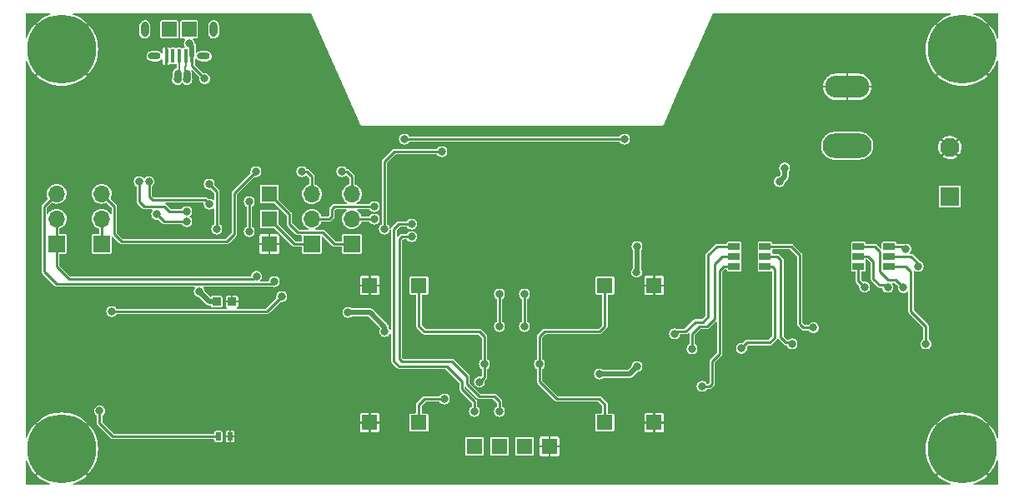
<source format=gtl>
%TF.GenerationSoftware,KiCad,Pcbnew,(6.0.7)*%
%TF.CreationDate,2023-03-17T03:31:57-06:00*%
%TF.ProjectId,Base Station,42617365-2053-4746-9174-696f6e2e6b69,1.2*%
%TF.SameCoordinates,Original*%
%TF.FileFunction,Copper,L1,Top*%
%TF.FilePolarity,Positive*%
%FSLAX46Y46*%
G04 Gerber Fmt 4.6, Leading zero omitted, Abs format (unit mm)*
G04 Created by KiCad (PCBNEW (6.0.7)) date 2023-03-17 03:31:57*
%MOMM*%
%LPD*%
G01*
G04 APERTURE LIST*
%TA.AperFunction,ComponentPad*%
%ADD10C,7.000000*%
%TD*%
%TA.AperFunction,SMDPad,CuDef*%
%ADD11R,1.193800X0.711200*%
%TD*%
%TA.AperFunction,SMDPad,CuDef*%
%ADD12R,1.600000X1.550000*%
%TD*%
%TA.AperFunction,ComponentPad*%
%ADD13O,5.000000X2.500000*%
%TD*%
%TA.AperFunction,ComponentPad*%
%ADD14O,4.500000X2.250000*%
%TD*%
%TA.AperFunction,SMDPad,CuDef*%
%ADD15R,0.400000X1.350000*%
%TD*%
%TA.AperFunction,ComponentPad*%
%ADD16O,0.775000X1.550000*%
%TD*%
%TA.AperFunction,ComponentPad*%
%ADD17O,1.300000X0.650000*%
%TD*%
%TA.AperFunction,SMDPad,CuDef*%
%ADD18R,1.500000X1.550000*%
%TD*%
%TA.AperFunction,SMDPad,CuDef*%
%ADD19R,0.863600X0.812800*%
%TD*%
%TA.AperFunction,ComponentPad*%
%ADD20R,1.605000X1.605000*%
%TD*%
%TA.AperFunction,SMDPad,CuDef*%
%ADD21R,0.495300X0.812800*%
%TD*%
%TA.AperFunction,ComponentPad*%
%ADD22R,1.700000X1.700000*%
%TD*%
%TA.AperFunction,ComponentPad*%
%ADD23O,1.700000X1.700000*%
%TD*%
%TA.AperFunction,ComponentPad*%
%ADD24R,1.950000X1.950000*%
%TD*%
%TA.AperFunction,ComponentPad*%
%ADD25C,1.950000*%
%TD*%
%TA.AperFunction,ViaPad*%
%ADD26C,0.800000*%
%TD*%
%TA.AperFunction,Conductor*%
%ADD27C,0.500000*%
%TD*%
%TA.AperFunction,Conductor*%
%ADD28C,0.250000*%
%TD*%
%TA.AperFunction,Conductor*%
%ADD29C,0.200000*%
%TD*%
%TA.AperFunction,Conductor*%
%ADD30C,0.762000*%
%TD*%
G04 APERTURE END LIST*
D10*
%TO.P,REF\u002A\u002A,*%
%TO.N,Earth*%
X199898000Y-121666000D03*
%TD*%
%TO.P,REF\u002A\u002A,*%
%TO.N,Earth*%
X199898000Y-81026000D03*
%TD*%
%TO.P,REF\u002A\u002A,*%
%TO.N,Earth*%
X108458000Y-81026000D03*
%TD*%
%TO.P,REF\u002A\u002A,*%
%TO.N,Earth*%
X108458000Y-121666000D03*
%TD*%
D11*
%TO.P,D4,1,1*%
%TO.N,Net-(D4-Pad1)*%
X192480100Y-103092002D03*
%TO.P,D4,2,2*%
%TO.N,Net-(D4-Pad2)*%
X192480100Y-102092001D03*
%TO.P,D4,3,3*%
%TO.N,Net-(D4-Pad3)*%
X192480100Y-101092000D03*
%TO.P,D4,4,4*%
%TO.N,Net-(D4-Pad4)*%
X189355900Y-101092000D03*
%TO.P,D4,5,5*%
%TO.N,Net-(D4-Pad5)*%
X189355900Y-102092001D03*
%TO.P,D4,6,6*%
%TO.N,Net-(D4-Pad6)*%
X189355900Y-103092002D03*
%TD*%
D12*
%TO.P,SW1,1*%
%TO.N,Net-(R12-Pad2)*%
X144740000Y-105039000D03*
%TO.P,SW1,2*%
X144740000Y-118989000D03*
%TO.P,SW1,3*%
%TO.N,Earth*%
X139740000Y-105039000D03*
%TO.P,SW1,4*%
X139740000Y-118989000D03*
%TD*%
D13*
%TO.P,J6,1*%
%TO.N,Net-(F1-Pad1)*%
X188214000Y-90836000D03*
D14*
%TO.P,J6,2*%
%TO.N,Earth*%
X188214000Y-84836000D03*
%TD*%
D12*
%TO.P,SW2,1*%
%TO.N,Net-(R10-Pad1)*%
X163616000Y-118989000D03*
%TO.P,SW2,2*%
X163616000Y-105039000D03*
%TO.P,SW2,3*%
%TO.N,Earth*%
X168616000Y-118989000D03*
%TO.P,SW2,4*%
X168616000Y-105039000D03*
%TD*%
D15*
%TO.P,Je1,1,+5V*%
%TO.N,Net-(C16-Pad1)*%
X121696000Y-81717500D03*
%TO.P,Je1,2,D-*%
%TO.N,Net-(D7-Pad1)*%
X121046000Y-81717500D03*
%TO.P,Je1,3,D+*%
%TO.N,Net-(D8-Pad1)*%
X120396000Y-81717500D03*
%TO.P,Je1,4,ID*%
%TO.N,unconnected-(Je1-Pad4)*%
X119746000Y-81717500D03*
%TO.P,Je1,5,GND*%
%TO.N,Earth*%
X119096000Y-81717500D03*
D16*
%TO.P,Je1,S,SHIELD*%
%TO.N,unconnected-(Je1-PadS)*%
X123896000Y-79017500D03*
D17*
%TO.P,Je1,S1*%
%TO.N,N/C*%
X122896000Y-81717500D03*
%TO.P,Je1,S2*%
X117896000Y-81717500D03*
D16*
%TO.P,Je1,S3*%
X116896000Y-79017500D03*
D18*
%TO.P,Je1,S4*%
X119396000Y-79017500D03*
%TO.P,Je1,S5*%
X121396000Y-79017500D03*
%TD*%
D19*
%TO.P,D1,1,1*%
%TO.N,Earth*%
X125742700Y-106680000D03*
%TO.P,D1,2,2*%
%TO.N,Net-(D1-Pad2)*%
X124193300Y-106680000D03*
%TD*%
D20*
%TO.P,J3,1,1*%
%TO.N,Earth*%
X129540000Y-100838000D03*
%TO.P,J3,2,2*%
%TO.N,Net-(J3-Pad2)*%
X129540000Y-98298000D03*
%TO.P,J3,3,3*%
%TO.N,Net-(J3-Pad3)*%
X129540000Y-95758000D03*
%TD*%
D21*
%TO.P,D2,1,1*%
%TO.N,Earth*%
X125571250Y-120396000D03*
%TO.P,D2,2,2*%
%TO.N,Net-(D2-Pad2)*%
X124364750Y-120396000D03*
%TD*%
D22*
%TO.P,J2,1,Pin_1*%
%TO.N,PRGM-RST*%
X112522000Y-100808000D03*
D23*
%TO.P,J2,2,Pin_2*%
X112522000Y-98268000D03*
%TO.P,J2,3,Pin_3*%
%TO.N,CLR-ALM_SW*%
X112522000Y-95728000D03*
%TD*%
D11*
%TO.P,D3,1,1*%
%TO.N,Net-(D3-Pad1)*%
X179870100Y-103092002D03*
%TO.P,D3,2,2*%
%TO.N,Net-(D3-Pad2)*%
X179870100Y-102092001D03*
%TO.P,D3,3,3*%
%TO.N,Net-(D3-Pad3)*%
X179870100Y-101092000D03*
%TO.P,D3,4,4*%
%TO.N,Net-(D3-Pad4)*%
X176745900Y-101092000D03*
%TO.P,D3,5,5*%
%TO.N,Net-(D3-Pad5)*%
X176745900Y-102092001D03*
%TO.P,D3,6,6*%
%TO.N,Net-(D3-Pad6)*%
X176745900Y-103092002D03*
%TD*%
D22*
%TO.P,J1,1,Pin_1*%
%TO.N,PRGM-EN*%
X107950000Y-100808000D03*
D23*
%TO.P,J1,2,Pin_2*%
X107950000Y-98268000D03*
%TO.P,J1,3,Pin_3*%
%TO.N,PIEZO-RST_SW*%
X107950000Y-95728000D03*
%TD*%
D22*
%TO.P,J5,1,Pin_1*%
%TO.N,Net-(J3-Pad3)*%
X137922000Y-100823000D03*
D23*
%TO.P,J5,2,Pin_2*%
%TO.N,/UART_RX_ESP32*%
X137922000Y-98283000D03*
%TO.P,J5,3,Pin_3*%
%TO.N,USBCON_TX*%
X137922000Y-95743000D03*
%TD*%
D24*
%TO.P,OPT1,1,5V*%
%TO.N,Net-(F1-Pad1)*%
X198628000Y-96012000D03*
D25*
%TO.P,OPT1,2,GND*%
%TO.N,Earth*%
X198628000Y-91012000D03*
%TD*%
D22*
%TO.P,J4,1,Pin_1*%
%TO.N,Net-(J3-Pad2)*%
X133858000Y-100823000D03*
D23*
%TO.P,J4,2,Pin_2*%
%TO.N,/UART_TX_ESP32*%
X133858000Y-98283000D03*
%TO.P,J4,3,Pin_3*%
%TO.N,USBCON_RX*%
X133858000Y-95743000D03*
%TD*%
D20*
%TO.P,J8,1,1*%
%TO.N,Earth*%
X157988000Y-121412000D03*
%TO.P,J8,2,2*%
%TO.N,+5V*%
X155448000Y-121412000D03*
%TO.P,J8,3,3*%
%TO.N,SDA*%
X152908000Y-121412000D03*
%TO.P,J8,4,4*%
%TO.N,SCL*%
X150368000Y-121412000D03*
%TD*%
D26*
%TO.N,+3V3*%
X166878000Y-113284000D03*
X163068000Y-114046000D03*
X166878000Y-101092000D03*
X137528000Y-107781100D03*
X166837359Y-103672641D03*
X141272000Y-109728000D03*
%TO.N,Earth*%
X151638000Y-96266000D03*
X129540000Y-86360000D03*
X130048000Y-122936000D03*
X188468000Y-109712001D03*
X194170000Y-118618000D03*
X174104000Y-96266000D03*
X110236000Y-93218000D03*
X129540000Y-120142000D03*
X162560000Y-111760000D03*
X165608000Y-96266000D03*
X127622000Y-80010000D03*
X160020000Y-89408000D03*
X169278000Y-106680000D03*
X182626000Y-86360000D03*
X187312000Y-118110000D03*
X146558000Y-115316000D03*
X190500000Y-106680000D03*
X132080000Y-88900000D03*
X139814000Y-117348000D03*
X153924000Y-124206000D03*
X190360000Y-124460000D03*
X125476000Y-94996000D03*
X181991000Y-97012001D03*
X146418000Y-120650000D03*
X107302000Y-114300000D03*
X109728000Y-87376000D03*
X192532000Y-97028000D03*
X116634000Y-83246000D03*
X135128000Y-87376000D03*
X160068000Y-118298000D03*
X150368000Y-105156000D03*
X124460000Y-102870000D03*
X188468000Y-114792001D03*
X124254000Y-83246000D03*
X192278000Y-116062001D03*
X159258000Y-93726000D03*
X189230000Y-100184498D03*
X178047650Y-103437001D03*
X152908000Y-89408000D03*
X143510000Y-102616000D03*
X129540000Y-112522000D03*
X130048000Y-91440000D03*
X149098000Y-101346000D03*
X121780000Y-122174000D03*
X180848000Y-79756000D03*
X119380000Y-95250000D03*
X191122000Y-87630000D03*
X147828000Y-98806000D03*
X147320000Y-102362000D03*
X148590000Y-105664000D03*
X160528000Y-96266000D03*
X155448000Y-101346000D03*
X176136000Y-109220000D03*
X117602000Y-86360000D03*
X187566000Y-81280000D03*
X165722000Y-120650000D03*
X123698000Y-86360000D03*
X160528000Y-101346000D03*
X130048000Y-82296000D03*
X172212000Y-88900000D03*
X124714000Y-90932000D03*
X118872000Y-112776000D03*
X154940000Y-116840000D03*
X175768000Y-98282001D03*
X199758000Y-103632000D03*
X152908000Y-102616000D03*
X189823100Y-99298001D03*
X176136000Y-111252000D03*
X150368000Y-93472000D03*
X180200000Y-124460000D03*
X154178000Y-93726000D03*
X134620000Y-106426000D03*
X167754000Y-97536000D03*
X175768000Y-82296000D03*
X134734000Y-110236000D03*
X117396000Y-106868000D03*
X171056000Y-93472000D03*
X141478000Y-104902000D03*
X118666000Y-87884000D03*
X109728000Y-107696000D03*
X122730000Y-87884000D03*
X147828000Y-94996000D03*
X157988000Y-105156000D03*
X159258000Y-103886000D03*
X181610000Y-116078000D03*
X118412000Y-84008000D03*
X116586000Y-90932000D03*
X132588000Y-117856000D03*
X134620000Y-84328000D03*
X181610000Y-111760000D03*
X145542000Y-111760000D03*
X114922000Y-79398500D03*
X140462000Y-102616000D03*
X159258000Y-98806000D03*
X138684000Y-89408000D03*
X140462000Y-107188000D03*
X170040000Y-124460000D03*
X162306000Y-121920000D03*
X151638000Y-100076000D03*
X201168000Y-107696000D03*
X193548000Y-79756000D03*
X187960000Y-95488001D03*
X130302000Y-110490000D03*
X168148000Y-112252001D03*
%TO.N,+5V*%
X181340201Y-94487800D03*
X181864000Y-93108101D03*
%TO.N,Net-(D1-Pad2)*%
X122428000Y-105664000D03*
%TO.N,Net-(D3-Pad1)*%
X177482500Y-111426501D03*
%TO.N,Net-(D3-Pad2)*%
X182626000Y-110982001D03*
%TO.N,Net-(D3-Pad3)*%
X184785000Y-109331001D03*
%TO.N,Net-(D3-Pad4)*%
X170688000Y-109966001D03*
%TO.N,Net-(D3-Pad5)*%
X172466000Y-111490001D03*
%TO.N,Net-(D3-Pad6)*%
X173482000Y-115300001D03*
%TO.N,Net-(D4-Pad1)*%
X196215000Y-110982001D03*
%TO.N,Net-(D4-Pad2)*%
X195415500Y-103108001D03*
%TO.N,Net-(D4-Pad3)*%
X194183000Y-101330001D03*
%TO.N,Net-(D4-Pad4)*%
X193929000Y-105267001D03*
%TO.N,Net-(D4-Pad5)*%
X192327997Y-105224697D03*
%TO.N,Net-(D4-Pad6)*%
X189992000Y-105203501D03*
%TO.N,SCL*%
X150368000Y-117856000D03*
X144005000Y-98806000D03*
%TO.N,SDA*%
X152908000Y-117856000D03*
X144005000Y-100076000D03*
%TO.N,Net-(C16-Pad1)*%
X122984000Y-84008000D03*
X121412000Y-80452000D03*
%TO.N,Net-(C11-Pad1)*%
X117331503Y-94488000D03*
X123444000Y-96774000D03*
%TO.N,/UART_TX_ESP32*%
X140208000Y-97028000D03*
%TO.N,USBCON_RX*%
X116332000Y-94488000D03*
X121158000Y-97536000D03*
X132842000Y-93472000D03*
%TO.N,/UART_RX_ESP32*%
X140208000Y-98298000D03*
%TO.N,USBCON_TX*%
X121158000Y-98552000D03*
X136906000Y-93472000D03*
X118110000Y-97799112D03*
%TO.N,PIEZO-RST_SW*%
X130048000Y-104648000D03*
X152908000Y-109220000D03*
X152908000Y-105918000D03*
%TO.N,Net-(D2-Pad2)*%
X127508000Y-99568000D03*
X143256000Y-90170000D03*
X127508000Y-96520000D03*
X165608000Y-90170000D03*
X112316000Y-117790000D03*
%TO.N,Net-(D7-Pad1)*%
X121174200Y-84098905D03*
%TO.N,Net-(D8-Pad1)*%
X120221800Y-84098905D03*
%TO.N,CLR-ALM_SW*%
X128184900Y-93472000D03*
X155448000Y-109220000D03*
X155448000Y-105918000D03*
%TO.N,Net-(R10-Pad1)*%
X156972000Y-113030000D03*
%TO.N,Net-(R12-Pad2)*%
X147320000Y-116586000D03*
X151384000Y-113030000D03*
X150876000Y-114863699D03*
%TO.N,PRGM-EN*%
X141224000Y-99314000D03*
X128239970Y-104119980D03*
X147066000Y-91440000D03*
%TO.N,PRGM-RST*%
X113538000Y-107696000D03*
X130810000Y-106172000D03*
%TO.N,Net-(TP3-Pad1)*%
X123444000Y-94742000D03*
X124206000Y-99314000D03*
%TD*%
D27*
%TO.N,+3V3*%
X166837359Y-103672641D02*
X166878000Y-103632000D01*
X166878000Y-113284000D02*
X166116000Y-114046000D01*
X166116000Y-114046000D02*
X163068000Y-114046000D01*
X141272000Y-109268000D02*
X139785100Y-107781100D01*
X141272000Y-109728000D02*
X141272000Y-109268000D01*
X166878000Y-103632000D02*
X166878000Y-101092000D01*
X139785100Y-107781100D02*
X137528000Y-107781100D01*
%TO.N,+5V*%
X181864000Y-93964001D02*
X181340201Y-94487800D01*
X181864000Y-93108101D02*
X181864000Y-93964001D01*
%TO.N,Net-(D1-Pad2)*%
X123444000Y-106680000D02*
X122428000Y-105664000D01*
X124193300Y-106680000D02*
X123444000Y-106680000D01*
D28*
%TO.N,Net-(D3-Pad1)*%
X178054000Y-110855001D02*
X180355875Y-110855001D01*
X180578001Y-103092002D02*
X179870100Y-103092002D01*
X180848000Y-103362001D02*
X180578001Y-103092002D01*
X177482500Y-111426501D02*
X178054000Y-110855001D01*
X180355875Y-110855001D02*
X180848000Y-110362876D01*
X180848000Y-110362876D02*
X180848000Y-103362001D01*
%TO.N,Net-(D3-Pad2)*%
X181991000Y-110855001D02*
X181483000Y-110347001D01*
X182626000Y-110982001D02*
X182499000Y-110855001D01*
X182499000Y-110855001D02*
X181991000Y-110855001D01*
X181483000Y-102473001D02*
X181102000Y-102092001D01*
X181102000Y-102092001D02*
X179870100Y-102092001D01*
X181483000Y-110347001D02*
X181483000Y-102473001D01*
%TO.N,Net-(D3-Pad3)*%
X184785000Y-109331001D02*
X183769000Y-109331001D01*
X183388000Y-101965001D02*
X182514999Y-101092000D01*
X183388000Y-108950001D02*
X183388000Y-101965001D01*
X182514999Y-101092000D02*
X179870100Y-101092000D01*
X183769000Y-109331001D02*
X183388000Y-108950001D01*
%TO.N,Net-(D3-Pad4)*%
X173551000Y-108754001D02*
X174117000Y-108188001D01*
X171830302Y-109712001D02*
X172788302Y-108754001D01*
X170942000Y-109712001D02*
X171830302Y-109712001D01*
X170688000Y-109966001D02*
X170942000Y-109712001D01*
X172788302Y-108754001D02*
X173551000Y-108754001D01*
X174990001Y-101092000D02*
X176745900Y-101092000D01*
X174117000Y-101965001D02*
X174990001Y-101092000D01*
X174117000Y-108188001D02*
X174117000Y-101965001D01*
%TO.N,Net-(D3-Pad5)*%
X172466000Y-111490001D02*
X172466000Y-109966001D01*
X172466000Y-109966001D02*
X173228000Y-109204001D01*
X174752000Y-108442001D02*
X174752000Y-102854001D01*
X175514000Y-102092001D02*
X176745900Y-102092001D01*
X173228000Y-109204001D02*
X173990000Y-109204001D01*
X174752000Y-102854001D02*
X175514000Y-102092001D01*
X173990000Y-109204001D02*
X174752000Y-108442001D01*
%TO.N,Net-(D3-Pad6)*%
X175260000Y-103552501D02*
X175720499Y-103092002D01*
X175720499Y-103092002D02*
X176745900Y-103092002D01*
X174498000Y-112760001D02*
X175260000Y-111998001D01*
X175260000Y-111998001D02*
X175260000Y-103552501D01*
X174244000Y-115300001D02*
X174498000Y-115046001D01*
X173482000Y-115300001D02*
X174244000Y-115300001D01*
X174498000Y-115046001D02*
X174498000Y-112760001D01*
%TO.N,Net-(D4-Pad1)*%
X194691000Y-107680001D02*
X194691000Y-103616001D01*
X196215000Y-110982001D02*
X196215000Y-109204001D01*
X194167001Y-103092002D02*
X192480100Y-103092002D01*
X196215000Y-109204001D02*
X194691000Y-107680001D01*
X194691000Y-103616001D02*
X194167001Y-103092002D01*
%TO.N,Net-(D4-Pad2)*%
X195415500Y-102816501D02*
X194691000Y-102092001D01*
X194691000Y-102092001D02*
X192480100Y-102092001D01*
X195415500Y-103108001D02*
X195415500Y-102816501D01*
%TO.N,Net-(D4-Pad3)*%
X193929000Y-101076001D02*
X192496099Y-101076001D01*
X194183000Y-101330001D02*
X193929000Y-101076001D01*
%TO.N,Net-(D4-Pad4)*%
X193929000Y-105267001D02*
X193167000Y-104505001D01*
X192411300Y-104505001D02*
X191558200Y-103651901D01*
X191558200Y-101626201D02*
X191023999Y-101092000D01*
X193167000Y-104505001D02*
X192411300Y-104505001D01*
X191558200Y-103651901D02*
X191558200Y-101626201D01*
X191023999Y-101092000D02*
X189355900Y-101092000D01*
%TO.N,Net-(D4-Pad5)*%
X191516000Y-105013001D02*
X190881000Y-104378001D01*
X190881000Y-102600001D02*
X190373000Y-102092001D01*
X192327997Y-105224697D02*
X192116301Y-105013001D01*
X192116301Y-105013001D02*
X191516000Y-105013001D01*
X190881000Y-104378001D02*
X190881000Y-102600001D01*
X190373000Y-102092001D02*
X189355900Y-102092001D01*
%TO.N,Net-(D4-Pad6)*%
X189355900Y-103697602D02*
X189355900Y-103092002D01*
X189357000Y-104568501D02*
X189357000Y-103698702D01*
X189357000Y-103698702D02*
X189355900Y-103697602D01*
X189992000Y-105203501D02*
X189357000Y-104568501D01*
%TO.N,SCL*%
X142681200Y-98806000D02*
X142196400Y-99290800D01*
X149098000Y-115570000D02*
X150368000Y-116840000D01*
X142196400Y-99290800D02*
X142196400Y-112732400D01*
X150368000Y-116840000D02*
X150368000Y-117856000D01*
X147574000Y-113284000D02*
X149098000Y-114808000D01*
X142196400Y-112732400D02*
X142748000Y-113284000D01*
X144005000Y-98806000D02*
X142681200Y-98806000D01*
X142748000Y-113284000D02*
X147574000Y-113284000D01*
X149098000Y-114808000D02*
X149098000Y-115570000D01*
%TO.N,SDA*%
X149606000Y-114300000D02*
X149606000Y-115062000D01*
X152908000Y-116840000D02*
X152908000Y-117856000D01*
X150876000Y-116332000D02*
X152400000Y-116332000D01*
X149606000Y-115062000D02*
X150876000Y-116332000D01*
X148082000Y-112776000D02*
X149606000Y-114300000D01*
X143002000Y-112776000D02*
X148082000Y-112776000D01*
X142748000Y-112522000D02*
X143002000Y-112776000D01*
X152400000Y-116332000D02*
X152908000Y-116840000D01*
X144005000Y-100076000D02*
X143004200Y-100076000D01*
X142748000Y-100332200D02*
X142748000Y-112522000D01*
X143004200Y-100076000D02*
X142748000Y-100332200D01*
%TO.N,Net-(C16-Pad1)*%
X122984000Y-84008000D02*
X121696000Y-82720000D01*
D27*
X121696000Y-80736000D02*
X121696000Y-81717500D01*
D28*
X121696000Y-82720000D02*
X121696000Y-81717500D01*
D27*
X121412000Y-80452000D02*
X121696000Y-80736000D01*
D28*
%TO.N,Net-(C11-Pad1)*%
X123023500Y-96353500D02*
X123444000Y-96774000D01*
X121867500Y-96353500D02*
X123023500Y-96353500D01*
X121867500Y-96353500D02*
X121692500Y-96353500D01*
X117331503Y-95995503D02*
X117331503Y-94488000D01*
X121692500Y-96353500D02*
X117689500Y-96353500D01*
X117689500Y-96353500D02*
X117331503Y-95995503D01*
%TO.N,/UART_TX_ESP32*%
X135621000Y-98283000D02*
X133858000Y-98283000D01*
X136144000Y-97028000D02*
X135890000Y-97282000D01*
X135636000Y-98298000D02*
X135621000Y-98283000D01*
X135890000Y-97282000D02*
X135890000Y-98044000D01*
X135890000Y-98044000D02*
X135636000Y-98298000D01*
X136144000Y-97028000D02*
X140208000Y-97028000D01*
%TO.N,USBCON_RX*%
X121158000Y-97536000D02*
X119380000Y-97536000D01*
X118872000Y-97028000D02*
X116840000Y-97028000D01*
X133350000Y-93472000D02*
X132842000Y-93472000D01*
X133858000Y-95743000D02*
X133858000Y-93980000D01*
X133858000Y-93980000D02*
X133350000Y-93472000D01*
X119380000Y-97536000D02*
X118872000Y-97028000D01*
X116332000Y-96520000D02*
X116840000Y-97028000D01*
X116332000Y-94488000D02*
X116332000Y-96520000D01*
%TO.N,/UART_RX_ESP32*%
X140208000Y-98298000D02*
X137937000Y-98298000D01*
%TO.N,USBCON_TX*%
X137414000Y-93472000D02*
X137922000Y-93980000D01*
X137922000Y-93980000D02*
X137922000Y-95743000D01*
X118110000Y-97799112D02*
X118862888Y-98552000D01*
X118862888Y-98552000D02*
X121158000Y-98552000D01*
X136906000Y-93472000D02*
X137414000Y-93472000D01*
%TO.N,PIEZO-RST_SW*%
X152908000Y-105918000D02*
X152908000Y-109220000D01*
X106680000Y-103632000D02*
X106680000Y-96998000D01*
X106680000Y-96998000D02*
X107950000Y-95728000D01*
X107950000Y-104902000D02*
X106680000Y-103632000D01*
X129794000Y-104902000D02*
X107950000Y-104902000D01*
X130048000Y-104648000D02*
X129794000Y-104902000D01*
%TO.N,Net-(D2-Pad2)*%
X127508000Y-96520000D02*
X127508000Y-99568000D01*
X113652000Y-120396000D02*
X124364750Y-120396000D01*
X165608000Y-90170000D02*
X143256000Y-90170000D01*
X112316000Y-117790000D02*
X112316000Y-119060000D01*
X112316000Y-119060000D02*
X113652000Y-120396000D01*
D29*
%TO.N,Net-(D7-Pad1)*%
X121021000Y-82755001D02*
X121021000Y-83294750D01*
D30*
X121174200Y-84098905D02*
X121155200Y-84079905D01*
D29*
X121046000Y-81717500D02*
X121046000Y-82730001D01*
X121046000Y-82730001D02*
X121021000Y-82755001D01*
D30*
X121155200Y-84079905D02*
X121155200Y-83507048D01*
D29*
%TO.N,Net-(D8-Pad1)*%
X120396000Y-82730001D02*
X120421000Y-82755001D01*
X120421000Y-82755001D02*
X120421000Y-83294750D01*
X120396000Y-81717500D02*
X120396000Y-82730001D01*
D30*
X120240800Y-84079905D02*
X120240800Y-83507048D01*
X120221800Y-84098905D02*
X120240800Y-84079905D01*
D28*
%TO.N,CLR-ALM_SW*%
X113792000Y-96998000D02*
X113792000Y-99822000D01*
X125984000Y-95672900D02*
X128184900Y-93472000D01*
X155448000Y-105918000D02*
X155448000Y-109220000D01*
X113792000Y-99822000D02*
X114554000Y-100584000D01*
X125984000Y-99822000D02*
X125984000Y-95672900D01*
X125222000Y-100584000D02*
X125984000Y-99822000D01*
X112522000Y-95728000D02*
X113792000Y-96998000D01*
X114554000Y-100584000D02*
X125222000Y-100584000D01*
%TO.N,Net-(R10-Pad1)*%
X156972000Y-110236000D02*
X156972000Y-113030000D01*
X156972000Y-110236000D02*
X157468000Y-109740000D01*
X158750000Y-116586000D02*
X163068000Y-116586000D01*
X156972000Y-113030000D02*
X156972000Y-114808000D01*
X163616000Y-109180000D02*
X163616000Y-105039000D01*
X157480000Y-109728000D02*
X163068000Y-109728000D01*
X163616000Y-117134000D02*
X163616000Y-118989000D01*
X156972000Y-114808000D02*
X158750000Y-116586000D01*
X163068000Y-116586000D02*
X163616000Y-117134000D01*
X163068000Y-109728000D02*
X163616000Y-109180000D01*
%TO.N,Net-(R12-Pad2)*%
X151384000Y-110236000D02*
X150888000Y-109740000D01*
X151384000Y-114355699D02*
X150876000Y-114863699D01*
X144740000Y-109180000D02*
X144740000Y-105039000D01*
X151384000Y-113030000D02*
X151384000Y-114355699D01*
X145300000Y-109740000D02*
X144740000Y-109180000D01*
X150888000Y-109740000D02*
X145300000Y-109740000D01*
X147320000Y-116586000D02*
X145288000Y-116586000D01*
X145288000Y-116586000D02*
X144740000Y-117134000D01*
X144740000Y-117134000D02*
X144740000Y-118989000D01*
X151384000Y-113030000D02*
X151384000Y-110236000D01*
%TO.N,PRGM-EN*%
X109220000Y-104394000D02*
X107950000Y-103124000D01*
X127744809Y-104394000D02*
X109220000Y-104394000D01*
X107950000Y-100808000D02*
X107950000Y-98268000D01*
X127965950Y-104394000D02*
X128239970Y-104119980D01*
X127744809Y-104394000D02*
X127965950Y-104394000D01*
X141224000Y-92456000D02*
X141224000Y-99314000D01*
X147066000Y-91440000D02*
X142240000Y-91440000D01*
X107950000Y-103124000D02*
X107950000Y-100808000D01*
X142240000Y-91440000D02*
X141224000Y-92456000D01*
%TO.N,PRGM-RST*%
X112522000Y-100808000D02*
X112522000Y-98268000D01*
X129286000Y-107696000D02*
X113538000Y-107696000D01*
X130810000Y-106172000D02*
X129286000Y-107696000D01*
%TO.N,Net-(TP3-Pad1)*%
X123444000Y-94742000D02*
X124206000Y-95504000D01*
X124206000Y-95504000D02*
X124206000Y-99314000D01*
%TO.N,Net-(J3-Pad3)*%
X132414000Y-99648000D02*
X134954000Y-99648000D01*
X129540000Y-95758000D02*
X131572000Y-97790000D01*
X134954000Y-99648000D02*
X136144000Y-100838000D01*
X131572000Y-98806000D02*
X132414000Y-99648000D01*
X131572000Y-97790000D02*
X131572000Y-98806000D01*
X136144000Y-100838000D02*
X136159000Y-100823000D01*
X136159000Y-100823000D02*
X137922000Y-100823000D01*
%TO.N,Net-(J3-Pad2)*%
X132065000Y-100823000D02*
X133858000Y-100823000D01*
X129540000Y-98298000D02*
X132065000Y-100823000D01*
%TD*%
%TA.AperFunction,Conductor*%
%TO.N,Earth*%
G36*
X107294154Y-77386493D02*
G01*
X107319874Y-77431042D01*
X107310941Y-77481700D01*
X107272765Y-77514305D01*
X106951546Y-77637610D01*
X106947955Y-77639208D01*
X106605603Y-77813646D01*
X106602216Y-77815601D01*
X106279976Y-78024866D01*
X106276797Y-78027176D01*
X105978206Y-78268969D01*
X105975279Y-78271605D01*
X105920661Y-78326223D01*
X105916092Y-78336022D01*
X105917697Y-78342013D01*
X108448623Y-80872939D01*
X108458422Y-80877508D01*
X108464413Y-80875903D01*
X110995339Y-78344977D01*
X110999908Y-78335178D01*
X110998303Y-78329187D01*
X110940721Y-78271605D01*
X110937794Y-78268969D01*
X110639203Y-78027176D01*
X110636024Y-78024866D01*
X110313784Y-77815601D01*
X110310397Y-77813646D01*
X109968045Y-77639208D01*
X109964454Y-77637610D01*
X109643235Y-77514305D01*
X109604413Y-77480558D01*
X109596366Y-77429751D01*
X109622859Y-77385659D01*
X109670184Y-77368900D01*
X133709763Y-77368900D01*
X133758101Y-77386493D01*
X133778482Y-77413558D01*
X138702724Y-88493100D01*
X138791017Y-88691760D01*
X138794936Y-88702839D01*
X138800913Y-88725147D01*
X138821376Y-88745610D01*
X138826674Y-88751497D01*
X138844873Y-88774001D01*
X138852826Y-88777060D01*
X138858853Y-88783087D01*
X138868414Y-88785649D01*
X138868416Y-88785650D01*
X138886813Y-88790579D01*
X138894347Y-88793030D01*
X138921351Y-88803416D01*
X138931128Y-88801874D01*
X138931129Y-88801874D01*
X138936128Y-88801085D01*
X138944166Y-88799818D01*
X138955879Y-88798900D01*
X169400121Y-88798900D01*
X169411834Y-88799818D01*
X169419872Y-88801085D01*
X169424871Y-88801874D01*
X169424872Y-88801874D01*
X169434649Y-88803416D01*
X169461668Y-88793025D01*
X169469179Y-88790581D01*
X169497147Y-88783087D01*
X169503173Y-88777061D01*
X169511127Y-88774002D01*
X169517351Y-88766305D01*
X169517353Y-88766304D01*
X169529330Y-88751493D01*
X169534628Y-88745606D01*
X169555087Y-88725147D01*
X169561064Y-88702840D01*
X169564982Y-88691764D01*
X171229999Y-84945476D01*
X185765304Y-84945476D01*
X185775695Y-85064250D01*
X185776831Y-85070692D01*
X185835282Y-85288835D01*
X185837521Y-85294986D01*
X185932963Y-85499660D01*
X185936235Y-85505327D01*
X186065766Y-85690317D01*
X186069981Y-85695340D01*
X186229660Y-85855019D01*
X186234683Y-85859234D01*
X186419673Y-85988765D01*
X186425340Y-85992037D01*
X186630014Y-86087479D01*
X186636165Y-86089718D01*
X186854308Y-86148169D01*
X186860750Y-86149305D01*
X187029360Y-86164056D01*
X187032654Y-86164200D01*
X188099141Y-86164200D01*
X188109298Y-86160503D01*
X188112400Y-86155131D01*
X188112400Y-86150941D01*
X188315600Y-86150941D01*
X188319297Y-86161098D01*
X188324669Y-86164200D01*
X189395346Y-86164200D01*
X189398640Y-86164056D01*
X189567250Y-86149305D01*
X189573692Y-86148169D01*
X189791835Y-86089718D01*
X189797986Y-86087479D01*
X190002660Y-85992037D01*
X190008327Y-85988765D01*
X190193317Y-85859234D01*
X190198340Y-85855019D01*
X190358019Y-85695340D01*
X190362234Y-85690317D01*
X190491765Y-85505327D01*
X190495037Y-85499660D01*
X190590479Y-85294986D01*
X190592718Y-85288835D01*
X190651169Y-85070692D01*
X190652305Y-85064250D01*
X190662230Y-84950808D01*
X190659432Y-84940368D01*
X190655479Y-84937600D01*
X188328859Y-84937600D01*
X188318702Y-84941297D01*
X188315600Y-84946669D01*
X188315600Y-86150941D01*
X188112400Y-86150941D01*
X188112400Y-84950859D01*
X188108703Y-84940702D01*
X188103331Y-84937600D01*
X185777874Y-84937600D01*
X185767717Y-84941297D01*
X185765304Y-84945476D01*
X171229999Y-84945476D01*
X171329681Y-84721192D01*
X185765770Y-84721192D01*
X185768568Y-84731632D01*
X185772521Y-84734400D01*
X188099141Y-84734400D01*
X188109298Y-84730703D01*
X188112400Y-84725331D01*
X188112400Y-84721141D01*
X188315600Y-84721141D01*
X188319297Y-84731298D01*
X188324669Y-84734400D01*
X190650126Y-84734400D01*
X190660283Y-84730703D01*
X190662696Y-84726524D01*
X190652305Y-84607750D01*
X190651169Y-84601308D01*
X190592718Y-84383165D01*
X190590479Y-84377014D01*
X190495037Y-84172340D01*
X190491765Y-84166673D01*
X190362234Y-83981683D01*
X190358019Y-83976660D01*
X190198340Y-83816981D01*
X190193317Y-83812766D01*
X190056294Y-83716822D01*
X197356092Y-83716822D01*
X197357697Y-83722813D01*
X197415279Y-83780395D01*
X197418206Y-83783031D01*
X197716797Y-84024824D01*
X197719976Y-84027134D01*
X198042216Y-84236399D01*
X198045603Y-84238354D01*
X198387955Y-84412792D01*
X198391546Y-84414390D01*
X198750229Y-84552076D01*
X198753986Y-84553297D01*
X199125099Y-84652736D01*
X199128959Y-84653556D01*
X199508428Y-84713659D01*
X199512349Y-84714071D01*
X199896035Y-84734179D01*
X199899965Y-84734179D01*
X200283651Y-84714071D01*
X200287572Y-84713659D01*
X200667041Y-84653556D01*
X200670901Y-84652736D01*
X201042014Y-84553297D01*
X201045771Y-84552076D01*
X201404454Y-84414390D01*
X201408045Y-84412792D01*
X201750397Y-84238354D01*
X201753784Y-84236399D01*
X202076024Y-84027134D01*
X202079203Y-84024824D01*
X202377794Y-83783031D01*
X202380721Y-83780395D01*
X202435339Y-83725777D01*
X202439908Y-83715978D01*
X202438303Y-83709987D01*
X199907377Y-81179061D01*
X199897578Y-81174492D01*
X199891587Y-81176097D01*
X197360661Y-83707023D01*
X197356092Y-83716822D01*
X190056294Y-83716822D01*
X190008327Y-83683235D01*
X190002660Y-83679963D01*
X189797986Y-83584521D01*
X189791835Y-83582282D01*
X189573692Y-83523831D01*
X189567250Y-83522695D01*
X189398640Y-83507944D01*
X189395346Y-83507800D01*
X188328859Y-83507800D01*
X188318702Y-83511497D01*
X188315600Y-83516869D01*
X188315600Y-84721141D01*
X188112400Y-84721141D01*
X188112400Y-83521059D01*
X188108703Y-83510902D01*
X188103331Y-83507800D01*
X187032654Y-83507800D01*
X187029360Y-83507944D01*
X186860750Y-83522695D01*
X186854308Y-83523831D01*
X186636165Y-83582282D01*
X186630014Y-83584521D01*
X186425340Y-83679963D01*
X186419673Y-83683235D01*
X186234683Y-83812766D01*
X186229660Y-83816981D01*
X186069981Y-83976660D01*
X186065766Y-83981683D01*
X185936235Y-84166673D01*
X185932963Y-84172340D01*
X185837521Y-84377014D01*
X185835282Y-84383165D01*
X185776831Y-84601308D01*
X185775695Y-84607750D01*
X185765770Y-84721192D01*
X171329681Y-84721192D01*
X172971115Y-81027965D01*
X196189821Y-81027965D01*
X196209929Y-81411651D01*
X196210341Y-81415572D01*
X196270444Y-81795041D01*
X196271264Y-81798901D01*
X196370703Y-82170014D01*
X196371924Y-82173771D01*
X196509610Y-82532454D01*
X196511208Y-82536045D01*
X196685646Y-82878397D01*
X196687601Y-82881784D01*
X196896866Y-83204024D01*
X196899176Y-83207203D01*
X197140969Y-83505794D01*
X197143605Y-83508721D01*
X197198223Y-83563339D01*
X197208022Y-83567908D01*
X197214013Y-83566303D01*
X199744939Y-81035377D01*
X199749508Y-81025578D01*
X199747903Y-81019587D01*
X197216977Y-78488661D01*
X197207178Y-78484092D01*
X197201187Y-78485697D01*
X197143605Y-78543279D01*
X197140969Y-78546206D01*
X196899176Y-78844797D01*
X196896866Y-78847976D01*
X196687601Y-79170216D01*
X196685646Y-79173603D01*
X196511208Y-79515955D01*
X196509610Y-79519546D01*
X196371924Y-79878229D01*
X196370703Y-79881986D01*
X196271264Y-80253099D01*
X196270444Y-80256959D01*
X196210341Y-80636428D01*
X196209929Y-80640349D01*
X196189821Y-81024035D01*
X196189821Y-81027965D01*
X172971115Y-81027965D01*
X174577518Y-77413558D01*
X174613227Y-77376532D01*
X174646237Y-77368900D01*
X198685816Y-77368900D01*
X198734154Y-77386493D01*
X198759874Y-77431042D01*
X198750941Y-77481700D01*
X198712765Y-77514305D01*
X198391546Y-77637610D01*
X198387955Y-77639208D01*
X198045603Y-77813646D01*
X198042216Y-77815601D01*
X197719976Y-78024866D01*
X197716797Y-78027176D01*
X197418206Y-78268969D01*
X197415279Y-78271605D01*
X197360661Y-78326223D01*
X197356092Y-78336022D01*
X197357697Y-78342013D01*
X199888623Y-80872939D01*
X199898422Y-80877508D01*
X199904413Y-80875903D01*
X202435339Y-78344977D01*
X202439908Y-78335178D01*
X202438303Y-78329187D01*
X202380721Y-78271605D01*
X202377794Y-78268969D01*
X202079203Y-78027176D01*
X202076024Y-78024866D01*
X201753784Y-77815601D01*
X201750397Y-77813646D01*
X201408045Y-77639208D01*
X201404454Y-77637610D01*
X201083235Y-77514305D01*
X201044413Y-77480558D01*
X201036366Y-77429751D01*
X201062859Y-77385659D01*
X201110184Y-77368900D01*
X203479900Y-77368900D01*
X203528238Y-77386493D01*
X203553958Y-77431042D01*
X203555100Y-77444100D01*
X203555100Y-79813816D01*
X203537507Y-79862154D01*
X203492958Y-79887874D01*
X203442300Y-79878941D01*
X203409695Y-79840765D01*
X203286390Y-79519546D01*
X203284792Y-79515955D01*
X203110354Y-79173603D01*
X203108399Y-79170216D01*
X202899134Y-78847976D01*
X202896824Y-78844797D01*
X202655031Y-78546206D01*
X202652395Y-78543279D01*
X202597777Y-78488661D01*
X202587978Y-78484092D01*
X202581987Y-78485697D01*
X200051061Y-81016623D01*
X200046492Y-81026422D01*
X200048097Y-81032413D01*
X202579023Y-83563339D01*
X202588822Y-83567908D01*
X202594813Y-83566303D01*
X202652395Y-83508721D01*
X202655031Y-83505794D01*
X202896824Y-83207203D01*
X202899134Y-83204024D01*
X203108399Y-82881784D01*
X203110354Y-82878397D01*
X203284792Y-82536045D01*
X203286390Y-82532454D01*
X203409695Y-82211235D01*
X203443442Y-82172413D01*
X203494249Y-82164366D01*
X203538341Y-82190859D01*
X203555100Y-82238184D01*
X203555100Y-120453816D01*
X203537507Y-120502154D01*
X203492958Y-120527874D01*
X203442300Y-120518941D01*
X203409695Y-120480765D01*
X203286390Y-120159546D01*
X203284792Y-120155955D01*
X203110354Y-119813603D01*
X203108399Y-119810216D01*
X202899134Y-119487976D01*
X202896824Y-119484797D01*
X202655031Y-119186206D01*
X202652395Y-119183279D01*
X202597777Y-119128661D01*
X202587978Y-119124092D01*
X202581987Y-119125697D01*
X200051061Y-121656623D01*
X200046492Y-121666422D01*
X200048097Y-121672413D01*
X202579023Y-124203339D01*
X202588822Y-124207908D01*
X202594813Y-124206303D01*
X202652395Y-124148721D01*
X202655031Y-124145794D01*
X202896824Y-123847203D01*
X202899134Y-123844024D01*
X203108399Y-123521784D01*
X203110354Y-123518397D01*
X203284792Y-123176045D01*
X203286390Y-123172454D01*
X203409695Y-122851235D01*
X203443442Y-122812413D01*
X203494249Y-122804366D01*
X203538341Y-122830859D01*
X203555100Y-122878184D01*
X203555100Y-125247900D01*
X203537507Y-125296238D01*
X203492958Y-125321958D01*
X203479900Y-125323100D01*
X201110184Y-125323100D01*
X201061846Y-125305507D01*
X201036126Y-125260958D01*
X201045059Y-125210300D01*
X201083235Y-125177695D01*
X201404454Y-125054390D01*
X201408045Y-125052792D01*
X201750397Y-124878354D01*
X201753784Y-124876399D01*
X202076024Y-124667134D01*
X202079203Y-124664824D01*
X202377794Y-124423031D01*
X202380721Y-124420395D01*
X202435339Y-124365777D01*
X202439908Y-124355978D01*
X202438303Y-124349987D01*
X199907377Y-121819061D01*
X199897578Y-121814492D01*
X199891587Y-121816097D01*
X197360661Y-124347023D01*
X197356092Y-124356822D01*
X197357697Y-124362813D01*
X197415279Y-124420395D01*
X197418206Y-124423031D01*
X197716797Y-124664824D01*
X197719976Y-124667134D01*
X198042216Y-124876399D01*
X198045603Y-124878354D01*
X198387955Y-125052792D01*
X198391546Y-125054390D01*
X198712765Y-125177695D01*
X198751587Y-125211442D01*
X198759634Y-125262249D01*
X198733141Y-125306341D01*
X198685816Y-125323100D01*
X109670184Y-125323100D01*
X109621846Y-125305507D01*
X109596126Y-125260958D01*
X109605059Y-125210300D01*
X109643235Y-125177695D01*
X109964454Y-125054390D01*
X109968045Y-125052792D01*
X110310397Y-124878354D01*
X110313784Y-124876399D01*
X110636024Y-124667134D01*
X110639203Y-124664824D01*
X110937794Y-124423031D01*
X110940721Y-124420395D01*
X110995339Y-124365777D01*
X110999908Y-124355978D01*
X110998303Y-124349987D01*
X108467377Y-121819061D01*
X108457578Y-121814492D01*
X108451587Y-121816097D01*
X105920661Y-124347023D01*
X105916092Y-124356822D01*
X105917697Y-124362813D01*
X105975279Y-124420395D01*
X105978206Y-124423031D01*
X106276797Y-124664824D01*
X106279976Y-124667134D01*
X106602216Y-124876399D01*
X106605603Y-124878354D01*
X106947955Y-125052792D01*
X106951546Y-125054390D01*
X107272765Y-125177695D01*
X107311587Y-125211442D01*
X107319634Y-125262249D01*
X107293141Y-125306341D01*
X107245816Y-125323100D01*
X104876100Y-125323100D01*
X104827762Y-125305507D01*
X104802042Y-125260958D01*
X104800900Y-125247900D01*
X104800900Y-122878184D01*
X104818493Y-122829846D01*
X104863042Y-122804126D01*
X104913700Y-122813059D01*
X104946305Y-122851235D01*
X105069610Y-123172454D01*
X105071208Y-123176045D01*
X105245646Y-123518397D01*
X105247601Y-123521784D01*
X105456866Y-123844024D01*
X105459176Y-123847203D01*
X105700969Y-124145794D01*
X105703605Y-124148721D01*
X105758223Y-124203339D01*
X105768022Y-124207908D01*
X105774013Y-124206303D01*
X108304939Y-121675377D01*
X108309114Y-121666422D01*
X108606492Y-121666422D01*
X108608097Y-121672413D01*
X111139023Y-124203339D01*
X111148822Y-124207908D01*
X111154813Y-124206303D01*
X111212395Y-124148721D01*
X111215031Y-124145794D01*
X111456824Y-123847203D01*
X111459134Y-123844024D01*
X111668399Y-123521784D01*
X111670354Y-123518397D01*
X111844792Y-123176045D01*
X111846390Y-123172454D01*
X111984076Y-122813771D01*
X111985297Y-122810014D01*
X112084736Y-122438901D01*
X112085556Y-122435041D01*
X112145659Y-122055572D01*
X112146071Y-122051651D01*
X112166179Y-121667965D01*
X112166179Y-121664035D01*
X112146071Y-121280349D01*
X112145659Y-121276428D01*
X112085556Y-120896959D01*
X112084736Y-120893099D01*
X111985297Y-120521986D01*
X111984076Y-120518229D01*
X111846390Y-120159546D01*
X111844792Y-120155955D01*
X111670354Y-119813603D01*
X111668399Y-119810216D01*
X111459134Y-119487976D01*
X111456824Y-119484797D01*
X111215031Y-119186206D01*
X111212395Y-119183279D01*
X111157777Y-119128661D01*
X111147978Y-119124092D01*
X111141987Y-119125697D01*
X108611061Y-121656623D01*
X108606492Y-121666422D01*
X108309114Y-121666422D01*
X108309508Y-121665578D01*
X108307903Y-121659587D01*
X105776977Y-119128661D01*
X105767178Y-119124092D01*
X105761187Y-119125697D01*
X105703605Y-119183279D01*
X105700969Y-119186206D01*
X105459176Y-119484797D01*
X105456866Y-119487976D01*
X105247601Y-119810216D01*
X105245646Y-119813603D01*
X105071208Y-120155955D01*
X105069610Y-120159546D01*
X104946305Y-120480765D01*
X104912558Y-120519587D01*
X104861751Y-120527634D01*
X104817659Y-120501141D01*
X104800900Y-120453816D01*
X104800900Y-118976022D01*
X105916092Y-118976022D01*
X105917697Y-118982013D01*
X108448623Y-121512939D01*
X108458422Y-121517508D01*
X108464413Y-121515903D01*
X110995339Y-118984977D01*
X110999908Y-118975178D01*
X110998303Y-118969187D01*
X110940721Y-118911605D01*
X110937794Y-118908969D01*
X110639203Y-118667176D01*
X110636024Y-118664866D01*
X110313784Y-118455601D01*
X110310397Y-118453646D01*
X109968045Y-118279208D01*
X109964454Y-118277610D01*
X109605771Y-118139924D01*
X109602014Y-118138703D01*
X109230901Y-118039264D01*
X109227041Y-118038444D01*
X108847572Y-117978341D01*
X108843651Y-117977929D01*
X108459965Y-117957821D01*
X108456035Y-117957821D01*
X108072349Y-117977929D01*
X108068428Y-117978341D01*
X107688959Y-118038444D01*
X107685099Y-118039264D01*
X107313986Y-118138703D01*
X107310229Y-118139924D01*
X106951546Y-118277610D01*
X106947955Y-118279208D01*
X106605603Y-118453646D01*
X106602216Y-118455601D01*
X106279976Y-118664866D01*
X106276797Y-118667176D01*
X105978206Y-118908969D01*
X105975279Y-118911605D01*
X105920661Y-118966223D01*
X105916092Y-118976022D01*
X104800900Y-118976022D01*
X104800900Y-117790000D01*
X111758329Y-117790000D01*
X111777331Y-117934336D01*
X111833043Y-118068835D01*
X111836039Y-118072739D01*
X111836041Y-118072743D01*
X111893928Y-118148183D01*
X111921667Y-118184333D01*
X111925574Y-118187331D01*
X112008679Y-118251100D01*
X112036318Y-118294484D01*
X112038100Y-118310760D01*
X112038100Y-119009820D01*
X112037755Y-119014518D01*
X112036319Y-119018700D01*
X112036579Y-119025635D01*
X112036579Y-119025638D01*
X112038047Y-119064726D01*
X112038100Y-119067547D01*
X112038100Y-119085848D01*
X112038734Y-119089254D01*
X112038939Y-119091468D01*
X112039205Y-119095561D01*
X112040203Y-119122153D01*
X112042945Y-119128535D01*
X112042945Y-119128536D01*
X112045122Y-119133604D01*
X112049958Y-119149519D01*
X112052241Y-119161776D01*
X112055883Y-119167684D01*
X112065793Y-119183761D01*
X112070870Y-119193536D01*
X112078970Y-119212391D01*
X112078975Y-119212400D01*
X112081069Y-119217273D01*
X112084777Y-119221787D01*
X112090165Y-119227175D01*
X112101006Y-119240889D01*
X112102919Y-119243993D01*
X112102922Y-119243996D01*
X112106564Y-119249905D01*
X112112091Y-119254108D01*
X112112092Y-119254109D01*
X112128937Y-119266918D01*
X112136593Y-119273603D01*
X113420007Y-120557017D01*
X113423090Y-120560588D01*
X113425032Y-120564561D01*
X113430120Y-120569281D01*
X113430121Y-120569282D01*
X113458816Y-120595900D01*
X113460848Y-120597858D01*
X113473772Y-120610782D01*
X113476635Y-120612746D01*
X113478343Y-120614165D01*
X113481419Y-120616867D01*
X113500931Y-120634967D01*
X113507378Y-120637539D01*
X113507379Y-120637540D01*
X113512510Y-120639587D01*
X113527180Y-120647421D01*
X113531734Y-120650545D01*
X113531738Y-120650547D01*
X113537460Y-120654472D01*
X113557462Y-120659219D01*
X113562593Y-120660437D01*
X113573093Y-120663758D01*
X113592156Y-120671363D01*
X113592158Y-120671363D01*
X113597087Y-120673330D01*
X113602901Y-120673900D01*
X113610522Y-120673900D01*
X113627885Y-120675932D01*
X113631434Y-120676774D01*
X113638189Y-120678377D01*
X113645067Y-120677441D01*
X113645068Y-120677441D01*
X113666037Y-120674587D01*
X113676178Y-120673900D01*
X123889001Y-120673900D01*
X123937339Y-120691493D01*
X123963059Y-120736042D01*
X123964201Y-120749100D01*
X123964201Y-120817456D01*
X123973072Y-120862058D01*
X124006866Y-120912634D01*
X124013023Y-120916748D01*
X124051283Y-120942313D01*
X124051284Y-120942314D01*
X124057442Y-120946428D01*
X124064706Y-120947873D01*
X124090546Y-120953013D01*
X124102043Y-120955300D01*
X124364714Y-120955300D01*
X124627456Y-120955299D01*
X124672058Y-120946428D01*
X124722634Y-120912634D01*
X124739198Y-120887844D01*
X124752313Y-120868217D01*
X124752314Y-120868216D01*
X124756428Y-120862058D01*
X124765049Y-120818718D01*
X125120400Y-120818718D01*
X125121121Y-120826039D01*
X125130745Y-120874421D01*
X125136305Y-120887844D01*
X125172987Y-120942742D01*
X125183258Y-120953013D01*
X125238156Y-120989695D01*
X125251579Y-120995255D01*
X125299961Y-121004879D01*
X125307282Y-121005600D01*
X125456391Y-121005600D01*
X125466548Y-121001903D01*
X125469650Y-120996531D01*
X125469650Y-120992341D01*
X125672850Y-120992341D01*
X125676547Y-121002498D01*
X125681919Y-121005600D01*
X125835218Y-121005600D01*
X125842539Y-121004879D01*
X125890921Y-120995255D01*
X125904344Y-120989695D01*
X125959242Y-120953013D01*
X125969513Y-120942742D01*
X126006195Y-120887844D01*
X126011755Y-120874421D01*
X126021379Y-120826039D01*
X126022100Y-120818718D01*
X126022100Y-120594443D01*
X149412600Y-120594443D01*
X149412601Y-122229556D01*
X149421472Y-122274158D01*
X149455266Y-122324734D01*
X149461423Y-122328848D01*
X149499683Y-122354413D01*
X149499684Y-122354414D01*
X149505842Y-122358528D01*
X149513106Y-122359973D01*
X149538946Y-122365113D01*
X149550443Y-122367400D01*
X150367889Y-122367400D01*
X151185556Y-122367399D01*
X151230158Y-122358528D01*
X151280734Y-122324734D01*
X151297298Y-122299944D01*
X151310413Y-122280317D01*
X151310414Y-122280316D01*
X151314528Y-122274158D01*
X151323400Y-122229557D01*
X151323399Y-120594444D01*
X151323399Y-120594443D01*
X151952600Y-120594443D01*
X151952601Y-122229556D01*
X151961472Y-122274158D01*
X151995266Y-122324734D01*
X152001423Y-122328848D01*
X152039683Y-122354413D01*
X152039684Y-122354414D01*
X152045842Y-122358528D01*
X152053106Y-122359973D01*
X152078946Y-122365113D01*
X152090443Y-122367400D01*
X152907889Y-122367400D01*
X153725556Y-122367399D01*
X153770158Y-122358528D01*
X153820734Y-122324734D01*
X153837298Y-122299944D01*
X153850413Y-122280317D01*
X153850414Y-122280316D01*
X153854528Y-122274158D01*
X153863400Y-122229557D01*
X153863399Y-120594444D01*
X153863399Y-120594443D01*
X154492600Y-120594443D01*
X154492601Y-122229556D01*
X154501472Y-122274158D01*
X154535266Y-122324734D01*
X154541423Y-122328848D01*
X154579683Y-122354413D01*
X154579684Y-122354414D01*
X154585842Y-122358528D01*
X154593106Y-122359973D01*
X154618946Y-122365113D01*
X154630443Y-122367400D01*
X155447889Y-122367400D01*
X156265556Y-122367399D01*
X156310158Y-122358528D01*
X156360734Y-122324734D01*
X156377298Y-122299944D01*
X156390413Y-122280317D01*
X156390414Y-122280316D01*
X156394528Y-122274158D01*
X156403149Y-122230818D01*
X156982300Y-122230818D01*
X156983021Y-122238139D01*
X156992645Y-122286521D01*
X156998205Y-122299944D01*
X157034887Y-122354842D01*
X157045158Y-122365113D01*
X157100056Y-122401795D01*
X157113479Y-122407355D01*
X157161861Y-122416979D01*
X157169182Y-122417700D01*
X157873141Y-122417700D01*
X157883298Y-122414003D01*
X157886400Y-122408631D01*
X157886400Y-122404441D01*
X158089600Y-122404441D01*
X158093297Y-122414598D01*
X158098669Y-122417700D01*
X158806818Y-122417700D01*
X158814139Y-122416979D01*
X158862521Y-122407355D01*
X158875944Y-122401795D01*
X158930842Y-122365113D01*
X158941113Y-122354842D01*
X158977795Y-122299944D01*
X158983355Y-122286521D01*
X158992979Y-122238139D01*
X158993700Y-122230818D01*
X158993700Y-121667965D01*
X196189821Y-121667965D01*
X196209929Y-122051651D01*
X196210341Y-122055572D01*
X196270444Y-122435041D01*
X196271264Y-122438901D01*
X196370703Y-122810014D01*
X196371924Y-122813771D01*
X196509610Y-123172454D01*
X196511208Y-123176045D01*
X196685646Y-123518397D01*
X196687601Y-123521784D01*
X196896866Y-123844024D01*
X196899176Y-123847203D01*
X197140969Y-124145794D01*
X197143605Y-124148721D01*
X197198223Y-124203339D01*
X197208022Y-124207908D01*
X197214013Y-124206303D01*
X199744939Y-121675377D01*
X199749508Y-121665578D01*
X199747903Y-121659587D01*
X197216977Y-119128661D01*
X197207178Y-119124092D01*
X197201187Y-119125697D01*
X197143605Y-119183279D01*
X197140969Y-119186206D01*
X196899176Y-119484797D01*
X196896866Y-119487976D01*
X196687601Y-119810216D01*
X196685646Y-119813603D01*
X196511208Y-120155955D01*
X196509610Y-120159546D01*
X196371924Y-120518229D01*
X196370703Y-120521986D01*
X196271264Y-120893099D01*
X196270444Y-120896959D01*
X196210341Y-121276428D01*
X196209929Y-121280349D01*
X196189821Y-121664035D01*
X196189821Y-121667965D01*
X158993700Y-121667965D01*
X158993700Y-121526859D01*
X158990003Y-121516702D01*
X158984631Y-121513600D01*
X158102859Y-121513600D01*
X158092702Y-121517297D01*
X158089600Y-121522669D01*
X158089600Y-122404441D01*
X157886400Y-122404441D01*
X157886400Y-121526859D01*
X157882703Y-121516702D01*
X157877331Y-121513600D01*
X156995559Y-121513600D01*
X156985402Y-121517297D01*
X156982300Y-121522669D01*
X156982300Y-122230818D01*
X156403149Y-122230818D01*
X156403400Y-122229557D01*
X156403399Y-121297141D01*
X156982300Y-121297141D01*
X156985997Y-121307298D01*
X156991369Y-121310400D01*
X157873141Y-121310400D01*
X157883298Y-121306703D01*
X157886400Y-121301331D01*
X157886400Y-121297141D01*
X158089600Y-121297141D01*
X158093297Y-121307298D01*
X158098669Y-121310400D01*
X158980441Y-121310400D01*
X158990598Y-121306703D01*
X158993700Y-121301331D01*
X158993700Y-120593182D01*
X158992979Y-120585861D01*
X158983355Y-120537479D01*
X158977795Y-120524056D01*
X158941113Y-120469158D01*
X158930842Y-120458887D01*
X158875944Y-120422205D01*
X158862521Y-120416645D01*
X158814139Y-120407021D01*
X158806818Y-120406300D01*
X158102859Y-120406300D01*
X158092702Y-120409997D01*
X158089600Y-120415369D01*
X158089600Y-121297141D01*
X157886400Y-121297141D01*
X157886400Y-120419559D01*
X157882703Y-120409402D01*
X157877331Y-120406300D01*
X157169182Y-120406300D01*
X157161861Y-120407021D01*
X157113479Y-120416645D01*
X157100056Y-120422205D01*
X157045158Y-120458887D01*
X157034887Y-120469158D01*
X156998205Y-120524056D01*
X156992645Y-120537479D01*
X156983021Y-120585861D01*
X156982300Y-120593182D01*
X156982300Y-121297141D01*
X156403399Y-121297141D01*
X156403399Y-120594444D01*
X156394528Y-120549842D01*
X156360734Y-120499266D01*
X156354577Y-120495152D01*
X156316317Y-120469587D01*
X156316316Y-120469586D01*
X156310158Y-120465472D01*
X156302894Y-120464027D01*
X156269182Y-120457321D01*
X156269181Y-120457321D01*
X156265557Y-120456600D01*
X155448111Y-120456600D01*
X154630444Y-120456601D01*
X154585842Y-120465472D01*
X154535266Y-120499266D01*
X154531152Y-120505423D01*
X154509733Y-120537479D01*
X154501472Y-120549842D01*
X154492600Y-120594443D01*
X153863399Y-120594443D01*
X153854528Y-120549842D01*
X153820734Y-120499266D01*
X153814577Y-120495152D01*
X153776317Y-120469587D01*
X153776316Y-120469586D01*
X153770158Y-120465472D01*
X153762894Y-120464027D01*
X153729182Y-120457321D01*
X153729181Y-120457321D01*
X153725557Y-120456600D01*
X152908111Y-120456600D01*
X152090444Y-120456601D01*
X152045842Y-120465472D01*
X151995266Y-120499266D01*
X151991152Y-120505423D01*
X151969733Y-120537479D01*
X151961472Y-120549842D01*
X151952600Y-120594443D01*
X151323399Y-120594443D01*
X151314528Y-120549842D01*
X151280734Y-120499266D01*
X151274577Y-120495152D01*
X151236317Y-120469587D01*
X151236316Y-120469586D01*
X151230158Y-120465472D01*
X151222894Y-120464027D01*
X151189182Y-120457321D01*
X151189181Y-120457321D01*
X151185557Y-120456600D01*
X150368111Y-120456600D01*
X149550444Y-120456601D01*
X149505842Y-120465472D01*
X149455266Y-120499266D01*
X149451152Y-120505423D01*
X149429733Y-120537479D01*
X149421472Y-120549842D01*
X149412600Y-120594443D01*
X126022100Y-120594443D01*
X126022100Y-120510859D01*
X126018403Y-120500702D01*
X126013031Y-120497600D01*
X125686109Y-120497600D01*
X125675952Y-120501297D01*
X125672850Y-120506669D01*
X125672850Y-120992341D01*
X125469650Y-120992341D01*
X125469650Y-120510859D01*
X125465953Y-120500702D01*
X125460581Y-120497600D01*
X125133659Y-120497600D01*
X125123502Y-120501297D01*
X125120400Y-120506669D01*
X125120400Y-120818718D01*
X124765049Y-120818718D01*
X124765300Y-120817457D01*
X124765299Y-120281141D01*
X125120400Y-120281141D01*
X125124097Y-120291298D01*
X125129469Y-120294400D01*
X125456391Y-120294400D01*
X125466548Y-120290703D01*
X125469650Y-120285331D01*
X125469650Y-120281141D01*
X125672850Y-120281141D01*
X125676547Y-120291298D01*
X125681919Y-120294400D01*
X126008841Y-120294400D01*
X126018998Y-120290703D01*
X126022100Y-120285331D01*
X126022100Y-119973282D01*
X126021379Y-119965961D01*
X126011755Y-119917579D01*
X126006195Y-119904156D01*
X125969513Y-119849258D01*
X125959242Y-119838987D01*
X125904344Y-119802305D01*
X125890921Y-119796745D01*
X125842539Y-119787121D01*
X125835218Y-119786400D01*
X125686109Y-119786400D01*
X125675952Y-119790097D01*
X125672850Y-119795469D01*
X125672850Y-120281141D01*
X125469650Y-120281141D01*
X125469650Y-119799659D01*
X125465953Y-119789502D01*
X125460581Y-119786400D01*
X125307282Y-119786400D01*
X125299961Y-119787121D01*
X125251579Y-119796745D01*
X125238156Y-119802305D01*
X125183258Y-119838987D01*
X125172987Y-119849258D01*
X125136305Y-119904156D01*
X125130745Y-119917579D01*
X125121121Y-119965961D01*
X125120400Y-119973282D01*
X125120400Y-120281141D01*
X124765299Y-120281141D01*
X124765299Y-119974544D01*
X124756428Y-119929942D01*
X124722634Y-119879366D01*
X124678218Y-119849688D01*
X124678216Y-119849686D01*
X124672058Y-119845572D01*
X124664794Y-119844127D01*
X124631082Y-119837421D01*
X124631081Y-119837421D01*
X124627457Y-119836700D01*
X124364786Y-119836700D01*
X124102044Y-119836701D01*
X124057442Y-119845572D01*
X124006866Y-119879366D01*
X124002752Y-119885523D01*
X123981333Y-119917579D01*
X123973072Y-119929942D01*
X123964200Y-119974543D01*
X123964200Y-120042900D01*
X123946607Y-120091238D01*
X123902058Y-120116958D01*
X123889000Y-120118100D01*
X113798258Y-120118100D01*
X113749920Y-120100507D01*
X113745084Y-120096074D01*
X113429328Y-119780318D01*
X138736800Y-119780318D01*
X138737521Y-119787639D01*
X138747145Y-119836021D01*
X138752705Y-119849444D01*
X138789387Y-119904342D01*
X138799658Y-119914613D01*
X138854556Y-119951295D01*
X138867979Y-119956855D01*
X138916361Y-119966479D01*
X138923682Y-119967200D01*
X139625141Y-119967200D01*
X139635298Y-119963503D01*
X139638400Y-119958131D01*
X139638400Y-119953941D01*
X139841600Y-119953941D01*
X139845297Y-119964098D01*
X139850669Y-119967200D01*
X140556318Y-119967200D01*
X140563639Y-119966479D01*
X140612021Y-119956855D01*
X140625444Y-119951295D01*
X140680342Y-119914613D01*
X140690613Y-119904342D01*
X140727295Y-119849444D01*
X140732855Y-119836021D01*
X140742479Y-119787639D01*
X140743200Y-119780318D01*
X140743200Y-119103859D01*
X140739503Y-119093702D01*
X140734131Y-119090600D01*
X139854859Y-119090600D01*
X139844702Y-119094297D01*
X139841600Y-119099669D01*
X139841600Y-119953941D01*
X139638400Y-119953941D01*
X139638400Y-119103859D01*
X139634703Y-119093702D01*
X139629331Y-119090600D01*
X138750059Y-119090600D01*
X138739902Y-119094297D01*
X138736800Y-119099669D01*
X138736800Y-119780318D01*
X113429328Y-119780318D01*
X112615926Y-118966916D01*
X112594186Y-118920296D01*
X112593900Y-118913742D01*
X112593900Y-118874141D01*
X138736800Y-118874141D01*
X138740497Y-118884298D01*
X138745869Y-118887400D01*
X139625141Y-118887400D01*
X139635298Y-118883703D01*
X139638400Y-118878331D01*
X139638400Y-118874141D01*
X139841600Y-118874141D01*
X139845297Y-118884298D01*
X139850669Y-118887400D01*
X140729941Y-118887400D01*
X140740098Y-118883703D01*
X140743200Y-118878331D01*
X140743200Y-118198943D01*
X143787100Y-118198943D01*
X143787101Y-119779056D01*
X143795972Y-119823658D01*
X143829766Y-119874234D01*
X143835923Y-119878348D01*
X143874183Y-119903913D01*
X143874184Y-119903914D01*
X143880342Y-119908028D01*
X143887606Y-119909473D01*
X143913446Y-119914613D01*
X143924943Y-119916900D01*
X144739889Y-119916900D01*
X145555056Y-119916899D01*
X145599658Y-119908028D01*
X145650234Y-119874234D01*
X145666923Y-119849258D01*
X145679913Y-119829817D01*
X145679914Y-119829816D01*
X145684028Y-119823658D01*
X145692900Y-119779057D01*
X145692899Y-118198944D01*
X145684028Y-118154342D01*
X145650234Y-118103766D01*
X145605818Y-118074088D01*
X145605816Y-118074086D01*
X145599658Y-118069972D01*
X145571074Y-118064286D01*
X145558682Y-118061821D01*
X145558681Y-118061821D01*
X145555057Y-118061100D01*
X145093100Y-118061100D01*
X145044762Y-118043507D01*
X145019042Y-117998958D01*
X145017900Y-117985900D01*
X145017900Y-117280258D01*
X145035493Y-117231920D01*
X145039926Y-117227084D01*
X145381084Y-116885926D01*
X145427704Y-116864186D01*
X145434258Y-116863900D01*
X146799241Y-116863900D01*
X146847579Y-116881493D01*
X146858900Y-116893320D01*
X146925667Y-116980333D01*
X146929574Y-116983331D01*
X146951902Y-117000464D01*
X147041164Y-117068957D01*
X147079656Y-117084901D01*
X147171110Y-117122783D01*
X147171112Y-117122784D01*
X147175664Y-117124669D01*
X147320000Y-117143671D01*
X147464336Y-117124669D01*
X147468888Y-117122784D01*
X147468890Y-117122783D01*
X147560344Y-117084901D01*
X147598836Y-117068957D01*
X147688098Y-117000464D01*
X147710426Y-116983331D01*
X147714333Y-116980333D01*
X147755194Y-116927082D01*
X147799959Y-116868743D01*
X147799961Y-116868739D01*
X147802957Y-116864835D01*
X147838989Y-116777847D01*
X147856783Y-116734890D01*
X147856784Y-116734888D01*
X147858669Y-116730336D01*
X147877671Y-116586000D01*
X147858669Y-116441664D01*
X147851760Y-116424983D01*
X147808256Y-116319958D01*
X147802957Y-116307165D01*
X147799961Y-116303261D01*
X147799959Y-116303257D01*
X147717331Y-116195574D01*
X147714333Y-116191667D01*
X147598836Y-116103043D01*
X147513183Y-116067564D01*
X147468890Y-116049217D01*
X147468888Y-116049216D01*
X147464336Y-116047331D01*
X147320000Y-116028329D01*
X147175664Y-116047331D01*
X147171112Y-116049216D01*
X147171110Y-116049217D01*
X147102939Y-116077455D01*
X147041165Y-116103043D01*
X147037261Y-116106039D01*
X147037257Y-116106041D01*
X146956032Y-116168367D01*
X146925667Y-116191667D01*
X146922669Y-116195574D01*
X146858901Y-116278679D01*
X146815518Y-116306317D01*
X146799241Y-116308100D01*
X145338180Y-116308100D01*
X145333482Y-116307755D01*
X145329300Y-116306319D01*
X145322365Y-116306579D01*
X145322362Y-116306579D01*
X145283274Y-116308047D01*
X145280453Y-116308100D01*
X145262152Y-116308100D01*
X145258746Y-116308734D01*
X145256532Y-116308939D01*
X145252439Y-116309205D01*
X145225847Y-116310203D01*
X145219465Y-116312945D01*
X145219464Y-116312945D01*
X145214396Y-116315122D01*
X145198481Y-116319958D01*
X145193047Y-116320970D01*
X145193046Y-116320970D01*
X145186224Y-116322241D01*
X145166210Y-116334578D01*
X145164239Y-116335793D01*
X145154464Y-116340870D01*
X145135609Y-116348970D01*
X145135600Y-116348975D01*
X145130727Y-116351069D01*
X145126213Y-116354777D01*
X145120825Y-116360165D01*
X145107111Y-116371006D01*
X145104007Y-116372919D01*
X145104004Y-116372922D01*
X145098095Y-116376564D01*
X145093892Y-116382091D01*
X145093891Y-116382092D01*
X145081082Y-116398937D01*
X145074397Y-116406593D01*
X144578983Y-116902007D01*
X144575412Y-116905090D01*
X144571439Y-116907032D01*
X144566719Y-116912120D01*
X144566718Y-116912121D01*
X144540100Y-116940816D01*
X144538142Y-116942848D01*
X144525218Y-116955772D01*
X144523255Y-116958633D01*
X144521834Y-116960343D01*
X144519130Y-116963422D01*
X144505752Y-116977843D01*
X144505751Y-116977845D01*
X144501033Y-116982931D01*
X144498462Y-116989375D01*
X144498461Y-116989377D01*
X144496414Y-116994509D01*
X144488578Y-117009184D01*
X144481528Y-117019461D01*
X144479925Y-117026214D01*
X144479925Y-117026215D01*
X144475564Y-117044592D01*
X144472243Y-117055094D01*
X144462670Y-117079087D01*
X144462100Y-117084901D01*
X144462100Y-117092522D01*
X144460068Y-117109885D01*
X144457623Y-117120189D01*
X144458559Y-117127067D01*
X144458559Y-117127068D01*
X144461413Y-117148037D01*
X144462100Y-117158178D01*
X144462100Y-117985901D01*
X144444507Y-118034239D01*
X144399958Y-118059959D01*
X144386900Y-118061101D01*
X143924944Y-118061101D01*
X143880342Y-118069972D01*
X143829766Y-118103766D01*
X143825652Y-118109923D01*
X143804233Y-118141979D01*
X143795972Y-118154342D01*
X143787100Y-118198943D01*
X140743200Y-118198943D01*
X140743200Y-118197682D01*
X140742479Y-118190361D01*
X140732855Y-118141979D01*
X140727295Y-118128556D01*
X140690613Y-118073658D01*
X140680342Y-118063387D01*
X140625444Y-118026705D01*
X140612021Y-118021145D01*
X140563639Y-118011521D01*
X140556318Y-118010800D01*
X139854859Y-118010800D01*
X139844702Y-118014497D01*
X139841600Y-118019869D01*
X139841600Y-118874141D01*
X139638400Y-118874141D01*
X139638400Y-118024059D01*
X139634703Y-118013902D01*
X139629331Y-118010800D01*
X138923682Y-118010800D01*
X138916361Y-118011521D01*
X138867979Y-118021145D01*
X138854556Y-118026705D01*
X138799658Y-118063387D01*
X138789387Y-118073658D01*
X138752705Y-118128556D01*
X138747145Y-118141979D01*
X138737521Y-118190361D01*
X138736800Y-118197682D01*
X138736800Y-118874141D01*
X112593900Y-118874141D01*
X112593900Y-118310760D01*
X112611493Y-118262422D01*
X112623321Y-118251100D01*
X112706426Y-118187331D01*
X112710333Y-118184333D01*
X112738072Y-118148183D01*
X112795959Y-118072743D01*
X112795961Y-118072739D01*
X112798957Y-118068835D01*
X112854669Y-117934336D01*
X112873671Y-117790000D01*
X112854669Y-117645664D01*
X112798957Y-117511165D01*
X112795961Y-117507261D01*
X112795959Y-117507257D01*
X112713331Y-117399574D01*
X112710333Y-117395667D01*
X112680345Y-117372656D01*
X112598743Y-117310041D01*
X112594836Y-117307043D01*
X112514349Y-117273704D01*
X112464890Y-117253217D01*
X112464888Y-117253216D01*
X112460336Y-117251331D01*
X112316000Y-117232329D01*
X112171664Y-117251331D01*
X112167112Y-117253216D01*
X112167110Y-117253217D01*
X112117651Y-117273704D01*
X112037165Y-117307043D01*
X112033261Y-117310039D01*
X112033257Y-117310041D01*
X111925574Y-117392669D01*
X111921667Y-117395667D01*
X111918669Y-117399574D01*
X111836041Y-117507257D01*
X111836039Y-117507261D01*
X111833043Y-117511165D01*
X111777331Y-117645664D01*
X111758329Y-117790000D01*
X104800900Y-117790000D01*
X104800900Y-107696000D01*
X112980329Y-107696000D01*
X112999331Y-107840336D01*
X113001216Y-107844888D01*
X113001217Y-107844890D01*
X113024007Y-107899908D01*
X113055043Y-107974835D01*
X113058039Y-107978739D01*
X113058041Y-107978743D01*
X113130283Y-108072891D01*
X113143667Y-108090333D01*
X113259164Y-108178957D01*
X113271339Y-108184000D01*
X113389110Y-108232783D01*
X113389112Y-108232784D01*
X113393664Y-108234669D01*
X113538000Y-108253671D01*
X113682336Y-108234669D01*
X113686888Y-108232784D01*
X113686890Y-108232783D01*
X113804661Y-108184000D01*
X113816836Y-108178957D01*
X113932333Y-108090333D01*
X113999099Y-108003321D01*
X114042482Y-107975683D01*
X114058759Y-107973900D01*
X129235820Y-107973900D01*
X129240518Y-107974245D01*
X129244700Y-107975681D01*
X129251635Y-107975421D01*
X129251638Y-107975421D01*
X129290726Y-107973953D01*
X129293547Y-107973900D01*
X129311848Y-107973900D01*
X129315254Y-107973266D01*
X129317468Y-107973061D01*
X129321561Y-107972795D01*
X129348153Y-107971797D01*
X129354536Y-107969055D01*
X129359604Y-107966878D01*
X129375519Y-107962042D01*
X129380953Y-107961030D01*
X129380954Y-107961030D01*
X129387776Y-107959759D01*
X129409763Y-107946206D01*
X129419536Y-107941130D01*
X129438391Y-107933030D01*
X129438400Y-107933025D01*
X129443273Y-107930931D01*
X129447787Y-107927223D01*
X129453175Y-107921835D01*
X129466889Y-107910994D01*
X129469993Y-107909081D01*
X129469996Y-107909078D01*
X129475905Y-107905436D01*
X129484903Y-107893604D01*
X129492918Y-107883063D01*
X129499603Y-107875407D01*
X129593910Y-107781100D01*
X136970329Y-107781100D01*
X136989331Y-107925436D01*
X136991216Y-107929988D01*
X136991217Y-107929990D01*
X137008642Y-107972057D01*
X137045043Y-108059935D01*
X137048039Y-108063839D01*
X137048041Y-108063843D01*
X137070668Y-108093331D01*
X137133667Y-108175433D01*
X137137574Y-108178431D01*
X137140715Y-108180841D01*
X137249164Y-108264057D01*
X137309042Y-108288859D01*
X137379110Y-108317883D01*
X137379112Y-108317884D01*
X137383664Y-108319769D01*
X137528000Y-108338771D01*
X137672336Y-108319769D01*
X137676888Y-108317884D01*
X137676890Y-108317883D01*
X137746958Y-108288859D01*
X137806836Y-108264057D01*
X137890916Y-108199540D01*
X137936695Y-108184000D01*
X139587066Y-108184000D01*
X139635404Y-108201593D01*
X139640240Y-108206026D01*
X140783368Y-109349154D01*
X140805108Y-109395774D01*
X140792311Y-109439719D01*
X140794507Y-109440987D01*
X140792042Y-109445257D01*
X140789043Y-109449165D01*
X140770756Y-109493313D01*
X140736354Y-109576367D01*
X140733331Y-109583664D01*
X140714329Y-109728000D01*
X140733331Y-109872336D01*
X140735216Y-109876888D01*
X140735217Y-109876890D01*
X140754467Y-109923362D01*
X140789043Y-110006835D01*
X140792039Y-110010739D01*
X140792041Y-110010743D01*
X140853914Y-110091377D01*
X140877667Y-110122333D01*
X140993164Y-110210957D01*
X141042213Y-110231274D01*
X141123110Y-110264783D01*
X141123112Y-110264784D01*
X141127664Y-110266669D01*
X141272000Y-110285671D01*
X141416336Y-110266669D01*
X141420888Y-110264784D01*
X141420890Y-110264783D01*
X141501787Y-110231274D01*
X141550836Y-110210957D01*
X141666333Y-110122333D01*
X141690086Y-110091377D01*
X141751959Y-110010743D01*
X141751961Y-110010739D01*
X141754957Y-110006835D01*
X141767829Y-109975760D01*
X141773824Y-109961287D01*
X141808577Y-109923362D01*
X141859577Y-109916648D01*
X141902961Y-109944287D01*
X141918500Y-109990065D01*
X141918500Y-112682220D01*
X141918155Y-112686918D01*
X141916719Y-112691100D01*
X141916979Y-112698035D01*
X141916979Y-112698038D01*
X141918447Y-112737126D01*
X141918500Y-112739947D01*
X141918500Y-112758248D01*
X141919134Y-112761654D01*
X141919339Y-112763868D01*
X141919605Y-112767961D01*
X141920603Y-112794553D01*
X141923345Y-112800935D01*
X141923345Y-112800936D01*
X141925522Y-112806004D01*
X141930358Y-112821919D01*
X141932641Y-112834176D01*
X141936283Y-112840084D01*
X141946193Y-112856161D01*
X141951270Y-112865936D01*
X141959370Y-112884791D01*
X141959375Y-112884800D01*
X141961469Y-112889673D01*
X141965177Y-112894187D01*
X141970565Y-112899575D01*
X141981406Y-112913289D01*
X141983319Y-112916393D01*
X141983322Y-112916396D01*
X141986964Y-112922305D01*
X141992491Y-112926508D01*
X141992492Y-112926509D01*
X142009337Y-112939318D01*
X142016993Y-112946003D01*
X142516007Y-113445017D01*
X142519090Y-113448588D01*
X142521032Y-113452561D01*
X142526120Y-113457281D01*
X142526121Y-113457282D01*
X142554816Y-113483900D01*
X142556848Y-113485858D01*
X142569772Y-113498782D01*
X142572633Y-113500745D01*
X142574343Y-113502166D01*
X142577422Y-113504870D01*
X142591843Y-113518248D01*
X142591845Y-113518249D01*
X142596931Y-113522967D01*
X142603375Y-113525538D01*
X142603377Y-113525539D01*
X142608509Y-113527586D01*
X142623184Y-113535422D01*
X142627736Y-113538545D01*
X142627738Y-113538546D01*
X142633461Y-113542472D01*
X142640214Y-113544075D01*
X142640215Y-113544075D01*
X142658592Y-113548436D01*
X142669094Y-113551757D01*
X142693087Y-113561330D01*
X142698901Y-113561900D01*
X142706522Y-113561900D01*
X142723885Y-113563932D01*
X142727434Y-113564774D01*
X142734189Y-113566377D01*
X142741067Y-113565441D01*
X142741068Y-113565441D01*
X142762037Y-113562587D01*
X142772178Y-113561900D01*
X147427742Y-113561900D01*
X147476080Y-113579493D01*
X147480916Y-113583926D01*
X148798074Y-114901084D01*
X148819814Y-114947704D01*
X148820100Y-114954258D01*
X148820100Y-115519820D01*
X148819755Y-115524518D01*
X148818319Y-115528700D01*
X148818579Y-115535635D01*
X148818579Y-115535638D01*
X148820047Y-115574726D01*
X148820100Y-115577547D01*
X148820100Y-115595848D01*
X148820734Y-115599254D01*
X148820939Y-115601468D01*
X148821205Y-115605561D01*
X148822203Y-115632153D01*
X148824945Y-115638535D01*
X148824945Y-115638536D01*
X148827122Y-115643604D01*
X148831958Y-115659519D01*
X148834241Y-115671776D01*
X148837883Y-115677684D01*
X148847793Y-115693761D01*
X148852870Y-115703536D01*
X148860970Y-115722391D01*
X148860975Y-115722400D01*
X148863069Y-115727273D01*
X148866777Y-115731787D01*
X148872165Y-115737175D01*
X148883006Y-115750889D01*
X148884919Y-115753993D01*
X148884922Y-115753996D01*
X148888564Y-115759905D01*
X148894091Y-115764108D01*
X148894092Y-115764109D01*
X148910937Y-115776918D01*
X148918593Y-115783603D01*
X150068074Y-116933084D01*
X150089814Y-116979704D01*
X150090100Y-116986258D01*
X150090100Y-117335241D01*
X150072507Y-117383579D01*
X150060680Y-117394900D01*
X149973667Y-117461667D01*
X149970669Y-117465574D01*
X149888041Y-117573257D01*
X149888039Y-117573261D01*
X149885043Y-117577165D01*
X149829331Y-117711664D01*
X149810329Y-117856000D01*
X149829331Y-118000336D01*
X149831216Y-118004888D01*
X149831217Y-118004890D01*
X149843374Y-118034239D01*
X149885043Y-118134835D01*
X149888039Y-118138739D01*
X149888041Y-118138743D01*
X149934234Y-118198943D01*
X149973667Y-118250333D01*
X150089164Y-118338957D01*
X150149042Y-118363759D01*
X150219110Y-118392783D01*
X150219112Y-118392784D01*
X150223664Y-118394669D01*
X150368000Y-118413671D01*
X150512336Y-118394669D01*
X150516888Y-118392784D01*
X150516890Y-118392783D01*
X150586958Y-118363759D01*
X150646836Y-118338957D01*
X150762333Y-118250333D01*
X150801766Y-118198943D01*
X150847959Y-118138743D01*
X150847961Y-118138739D01*
X150850957Y-118134835D01*
X150892626Y-118034239D01*
X150904783Y-118004890D01*
X150904784Y-118004888D01*
X150906669Y-118000336D01*
X150925671Y-117856000D01*
X150906669Y-117711664D01*
X150850957Y-117577165D01*
X150847961Y-117573261D01*
X150847959Y-117573257D01*
X150765331Y-117465574D01*
X150762333Y-117461667D01*
X150681412Y-117399574D01*
X150675321Y-117394900D01*
X150647682Y-117351516D01*
X150645900Y-117335240D01*
X150645900Y-116890180D01*
X150646245Y-116885482D01*
X150647681Y-116881300D01*
X150647039Y-116864186D01*
X150645953Y-116835274D01*
X150645900Y-116832453D01*
X150645900Y-116814152D01*
X150645266Y-116810746D01*
X150645061Y-116808532D01*
X150644795Y-116804436D01*
X150644135Y-116786861D01*
X150643797Y-116777847D01*
X150638877Y-116766394D01*
X150634042Y-116750481D01*
X150633030Y-116745047D01*
X150633030Y-116745046D01*
X150631759Y-116738224D01*
X150618205Y-116716235D01*
X150613130Y-116706464D01*
X150605030Y-116687609D01*
X150605024Y-116687599D01*
X150602931Y-116682727D01*
X150599223Y-116678213D01*
X150593835Y-116672825D01*
X150582994Y-116659111D01*
X150581081Y-116656007D01*
X150581078Y-116656004D01*
X150577436Y-116650095D01*
X150555063Y-116633082D01*
X150547407Y-116626397D01*
X149397926Y-115476916D01*
X149376186Y-115430296D01*
X149375900Y-115423742D01*
X149375900Y-115406458D01*
X149393493Y-115358120D01*
X149438042Y-115332400D01*
X149488700Y-115341333D01*
X149504274Y-115353284D01*
X150644007Y-116493017D01*
X150647090Y-116496588D01*
X150649032Y-116500561D01*
X150654120Y-116505281D01*
X150654121Y-116505282D01*
X150682816Y-116531900D01*
X150684848Y-116533858D01*
X150697772Y-116546782D01*
X150700633Y-116548745D01*
X150702343Y-116550166D01*
X150705422Y-116552870D01*
X150719843Y-116566248D01*
X150719845Y-116566249D01*
X150724931Y-116570967D01*
X150731375Y-116573538D01*
X150731377Y-116573539D01*
X150736509Y-116575586D01*
X150751184Y-116583422D01*
X150755736Y-116586545D01*
X150755738Y-116586546D01*
X150761461Y-116590472D01*
X150768214Y-116592075D01*
X150768215Y-116592075D01*
X150786592Y-116596436D01*
X150797094Y-116599757D01*
X150821087Y-116609330D01*
X150826901Y-116609900D01*
X150834522Y-116609900D01*
X150851885Y-116611932D01*
X150855434Y-116612774D01*
X150862189Y-116614377D01*
X150869067Y-116613441D01*
X150869068Y-116613441D01*
X150890037Y-116610587D01*
X150900178Y-116609900D01*
X152253742Y-116609900D01*
X152302080Y-116627493D01*
X152306916Y-116631926D01*
X152608074Y-116933084D01*
X152629814Y-116979704D01*
X152630100Y-116986258D01*
X152630100Y-117335241D01*
X152612507Y-117383579D01*
X152600680Y-117394900D01*
X152513667Y-117461667D01*
X152510669Y-117465574D01*
X152428041Y-117573257D01*
X152428039Y-117573261D01*
X152425043Y-117577165D01*
X152369331Y-117711664D01*
X152350329Y-117856000D01*
X152369331Y-118000336D01*
X152371216Y-118004888D01*
X152371217Y-118004890D01*
X152383374Y-118034239D01*
X152425043Y-118134835D01*
X152428039Y-118138739D01*
X152428041Y-118138743D01*
X152474234Y-118198943D01*
X152513667Y-118250333D01*
X152629164Y-118338957D01*
X152689042Y-118363759D01*
X152759110Y-118392783D01*
X152759112Y-118392784D01*
X152763664Y-118394669D01*
X152908000Y-118413671D01*
X153052336Y-118394669D01*
X153056888Y-118392784D01*
X153056890Y-118392783D01*
X153126958Y-118363759D01*
X153186836Y-118338957D01*
X153302333Y-118250333D01*
X153341766Y-118198943D01*
X153387959Y-118138743D01*
X153387961Y-118138739D01*
X153390957Y-118134835D01*
X153432626Y-118034239D01*
X153444783Y-118004890D01*
X153444784Y-118004888D01*
X153446669Y-118000336D01*
X153465671Y-117856000D01*
X153446669Y-117711664D01*
X153390957Y-117577165D01*
X153387961Y-117573261D01*
X153387959Y-117573257D01*
X153305331Y-117465574D01*
X153302333Y-117461667D01*
X153221412Y-117399574D01*
X153215321Y-117394900D01*
X153187682Y-117351516D01*
X153185900Y-117335240D01*
X153185900Y-116890180D01*
X153186245Y-116885482D01*
X153187681Y-116881300D01*
X153187039Y-116864186D01*
X153185953Y-116835273D01*
X153185900Y-116832452D01*
X153185900Y-116814152D01*
X153185266Y-116810746D01*
X153185061Y-116808532D01*
X153184795Y-116804435D01*
X153184135Y-116786861D01*
X153183797Y-116777846D01*
X153181058Y-116771471D01*
X153181057Y-116771467D01*
X153178877Y-116766394D01*
X153174040Y-116750473D01*
X153173883Y-116749631D01*
X153171759Y-116738224D01*
X153158205Y-116716234D01*
X153153128Y-116706461D01*
X153145024Y-116687599D01*
X153142931Y-116682727D01*
X153139223Y-116678213D01*
X153133835Y-116672825D01*
X153122994Y-116659111D01*
X153121081Y-116656007D01*
X153121078Y-116656004D01*
X153117436Y-116650095D01*
X153095063Y-116633082D01*
X153087407Y-116626397D01*
X152631993Y-116170983D01*
X152628910Y-116167412D01*
X152626968Y-116163439D01*
X152593184Y-116132100D01*
X152591152Y-116130142D01*
X152578228Y-116117218D01*
X152575367Y-116115255D01*
X152573657Y-116113834D01*
X152570578Y-116111130D01*
X152556157Y-116097752D01*
X152556155Y-116097751D01*
X152551069Y-116093033D01*
X152544625Y-116090462D01*
X152544623Y-116090461D01*
X152539491Y-116088414D01*
X152524816Y-116080578D01*
X152520264Y-116077455D01*
X152520262Y-116077454D01*
X152514539Y-116073528D01*
X152507786Y-116071925D01*
X152507785Y-116071925D01*
X152489408Y-116067564D01*
X152478904Y-116064242D01*
X152454913Y-116054670D01*
X152449099Y-116054100D01*
X152441478Y-116054100D01*
X152424115Y-116052068D01*
X152420566Y-116051226D01*
X152413811Y-116049623D01*
X152406933Y-116050559D01*
X152406932Y-116050559D01*
X152385963Y-116053413D01*
X152375822Y-116054100D01*
X151022258Y-116054100D01*
X150973920Y-116036507D01*
X150969084Y-116032074D01*
X149905926Y-114968916D01*
X149884186Y-114922296D01*
X149883900Y-114915742D01*
X149883900Y-114350180D01*
X149884245Y-114345482D01*
X149885681Y-114341300D01*
X149885315Y-114331527D01*
X149883953Y-114295273D01*
X149883900Y-114292452D01*
X149883900Y-114274152D01*
X149883266Y-114270746D01*
X149883061Y-114268532D01*
X149882795Y-114264435D01*
X149882057Y-114244783D01*
X149881797Y-114237846D01*
X149879058Y-114231471D01*
X149879057Y-114231467D01*
X149876877Y-114226394D01*
X149872040Y-114210473D01*
X149871848Y-114209441D01*
X149869759Y-114198224D01*
X149856205Y-114176234D01*
X149851128Y-114166461D01*
X149843024Y-114147599D01*
X149840931Y-114142727D01*
X149837223Y-114138213D01*
X149831835Y-114132825D01*
X149820994Y-114119111D01*
X149819081Y-114116007D01*
X149819078Y-114116004D01*
X149815436Y-114110095D01*
X149793063Y-114093082D01*
X149785407Y-114086397D01*
X148313993Y-112614983D01*
X148310910Y-112611412D01*
X148308968Y-112607439D01*
X148289547Y-112589423D01*
X148275184Y-112576100D01*
X148273152Y-112574142D01*
X148260228Y-112561218D01*
X148257367Y-112559255D01*
X148255657Y-112557834D01*
X148252578Y-112555130D01*
X148238157Y-112541752D01*
X148238155Y-112541751D01*
X148233069Y-112537033D01*
X148226625Y-112534462D01*
X148226623Y-112534461D01*
X148221491Y-112532414D01*
X148206816Y-112524578D01*
X148202264Y-112521455D01*
X148202262Y-112521454D01*
X148196539Y-112517528D01*
X148189786Y-112515925D01*
X148189785Y-112515925D01*
X148171408Y-112511564D01*
X148160904Y-112508242D01*
X148136913Y-112498670D01*
X148131099Y-112498100D01*
X148123478Y-112498100D01*
X148106115Y-112496068D01*
X148102566Y-112495226D01*
X148095811Y-112493623D01*
X148088933Y-112494559D01*
X148088932Y-112494559D01*
X148067963Y-112497413D01*
X148057822Y-112498100D01*
X143148258Y-112498100D01*
X143099920Y-112480507D01*
X143095084Y-112476074D01*
X143047926Y-112428916D01*
X143026186Y-112382296D01*
X143025900Y-112375742D01*
X143025900Y-104248943D01*
X143787100Y-104248943D01*
X143787101Y-105829056D01*
X143795972Y-105873658D01*
X143829766Y-105924234D01*
X143835923Y-105928348D01*
X143874183Y-105953913D01*
X143874184Y-105953914D01*
X143880342Y-105958028D01*
X143887606Y-105959473D01*
X143913446Y-105964613D01*
X143924943Y-105966900D01*
X144386900Y-105966900D01*
X144435238Y-105984493D01*
X144460958Y-106029042D01*
X144462100Y-106042100D01*
X144462100Y-109129820D01*
X144461755Y-109134518D01*
X144460319Y-109138700D01*
X144460579Y-109145635D01*
X144460579Y-109145638D01*
X144462047Y-109184726D01*
X144462100Y-109187547D01*
X144462100Y-109205848D01*
X144462734Y-109209254D01*
X144462939Y-109211468D01*
X144463205Y-109215561D01*
X144464203Y-109242153D01*
X144466945Y-109248535D01*
X144466945Y-109248536D01*
X144469122Y-109253604D01*
X144473958Y-109269519D01*
X144476241Y-109281776D01*
X144479883Y-109287684D01*
X144489793Y-109303761D01*
X144494870Y-109313536D01*
X144502970Y-109332391D01*
X144502975Y-109332400D01*
X144505069Y-109337273D01*
X144508777Y-109341787D01*
X144514165Y-109347175D01*
X144525006Y-109360889D01*
X144526919Y-109363993D01*
X144526922Y-109363996D01*
X144530564Y-109369905D01*
X144536091Y-109374108D01*
X144536092Y-109374109D01*
X144552937Y-109386918D01*
X144560593Y-109393603D01*
X145068007Y-109901017D01*
X145071090Y-109904588D01*
X145073032Y-109908561D01*
X145078120Y-109913281D01*
X145078121Y-109913282D01*
X145106816Y-109939900D01*
X145108848Y-109941858D01*
X145121773Y-109954783D01*
X145124631Y-109956744D01*
X145126342Y-109958165D01*
X145129418Y-109960866D01*
X145148931Y-109978967D01*
X145155378Y-109981539D01*
X145160508Y-109983586D01*
X145175178Y-109991419D01*
X145185461Y-109998473D01*
X145192214Y-110000076D01*
X145192215Y-110000076D01*
X145210600Y-110004439D01*
X145221091Y-110007757D01*
X145245087Y-110017330D01*
X145250901Y-110017900D01*
X145258524Y-110017900D01*
X145275887Y-110019932D01*
X145286190Y-110022377D01*
X145293068Y-110021441D01*
X145293069Y-110021441D01*
X145314040Y-110018587D01*
X145324180Y-110017900D01*
X150741742Y-110017900D01*
X150790080Y-110035493D01*
X150794916Y-110039926D01*
X151084074Y-110329084D01*
X151105814Y-110375704D01*
X151106100Y-110382258D01*
X151106100Y-112509241D01*
X151088507Y-112557579D01*
X151076680Y-112568900D01*
X150989667Y-112635667D01*
X150986669Y-112639574D01*
X150904041Y-112747257D01*
X150904039Y-112747261D01*
X150901043Y-112751165D01*
X150899159Y-112755714D01*
X150853503Y-112865936D01*
X150845331Y-112885664D01*
X150826329Y-113030000D01*
X150845331Y-113174336D01*
X150901043Y-113308835D01*
X150904039Y-113312739D01*
X150904041Y-113312743D01*
X150986669Y-113420426D01*
X150989667Y-113424333D01*
X150993574Y-113427331D01*
X151076679Y-113491100D01*
X151104318Y-113534484D01*
X151106100Y-113550760D01*
X151106100Y-114209441D01*
X151088507Y-114257779D01*
X151084074Y-114262615D01*
X151047728Y-114298961D01*
X151001108Y-114320701D01*
X150984743Y-114320344D01*
X150876000Y-114306028D01*
X150731664Y-114325030D01*
X150727112Y-114326915D01*
X150727110Y-114326916D01*
X150692385Y-114341300D01*
X150597165Y-114380742D01*
X150593261Y-114383738D01*
X150593257Y-114383740D01*
X150508339Y-114448900D01*
X150481667Y-114469366D01*
X150478669Y-114473273D01*
X150396041Y-114580956D01*
X150396039Y-114580960D01*
X150393043Y-114584864D01*
X150391159Y-114589413D01*
X150348297Y-114692890D01*
X150337331Y-114719363D01*
X150318329Y-114863699D01*
X150337331Y-115008035D01*
X150339216Y-115012587D01*
X150339217Y-115012589D01*
X150358778Y-115059812D01*
X150393043Y-115142534D01*
X150396039Y-115146438D01*
X150396041Y-115146442D01*
X150449859Y-115216579D01*
X150481667Y-115258032D01*
X150597164Y-115346656D01*
X150657042Y-115371458D01*
X150727110Y-115400482D01*
X150727112Y-115400483D01*
X150731664Y-115402368D01*
X150876000Y-115421370D01*
X151020336Y-115402368D01*
X151024888Y-115400483D01*
X151024890Y-115400482D01*
X151094958Y-115371458D01*
X151154836Y-115346656D01*
X151270333Y-115258032D01*
X151302141Y-115216579D01*
X151355959Y-115146442D01*
X151355961Y-115146438D01*
X151358957Y-115142534D01*
X151393222Y-115059812D01*
X151412783Y-115012589D01*
X151412784Y-115012587D01*
X151414669Y-115008035D01*
X151433671Y-114863699D01*
X151419355Y-114754960D01*
X151430489Y-114704740D01*
X151440738Y-114691971D01*
X151545017Y-114587692D01*
X151548588Y-114584609D01*
X151552561Y-114582667D01*
X151583900Y-114548883D01*
X151585858Y-114546851D01*
X151598782Y-114533927D01*
X151600746Y-114531064D01*
X151602165Y-114529356D01*
X151604872Y-114526274D01*
X151613739Y-114516716D01*
X151622967Y-114506768D01*
X151627587Y-114495189D01*
X151635421Y-114480519D01*
X151638543Y-114475968D01*
X151638545Y-114475964D01*
X151642472Y-114470239D01*
X151648437Y-114445104D01*
X151651755Y-114434613D01*
X151661330Y-114410612D01*
X151661900Y-114404798D01*
X151661900Y-114397173D01*
X151663932Y-114379810D01*
X151664773Y-114376265D01*
X151666376Y-114369510D01*
X151663746Y-114350180D01*
X151662587Y-114341667D01*
X151661900Y-114331527D01*
X151661900Y-113550760D01*
X151679493Y-113502422D01*
X151691321Y-113491100D01*
X151774426Y-113427331D01*
X151778333Y-113424333D01*
X151781331Y-113420426D01*
X151863959Y-113312743D01*
X151863961Y-113312739D01*
X151866957Y-113308835D01*
X151922669Y-113174336D01*
X151941671Y-113030000D01*
X156414329Y-113030000D01*
X156433331Y-113174336D01*
X156489043Y-113308835D01*
X156492039Y-113312739D01*
X156492041Y-113312743D01*
X156574669Y-113420426D01*
X156577667Y-113424333D01*
X156581574Y-113427331D01*
X156664679Y-113491100D01*
X156692318Y-113534484D01*
X156694100Y-113550760D01*
X156694100Y-114757820D01*
X156693755Y-114762518D01*
X156692319Y-114766700D01*
X156692579Y-114773635D01*
X156692579Y-114773638D01*
X156694047Y-114812726D01*
X156694100Y-114815547D01*
X156694100Y-114833848D01*
X156694734Y-114837254D01*
X156694939Y-114839468D01*
X156695205Y-114843561D01*
X156696203Y-114870153D01*
X156698945Y-114876535D01*
X156698945Y-114876536D01*
X156701122Y-114881604D01*
X156705958Y-114897519D01*
X156708241Y-114909776D01*
X156716460Y-114923110D01*
X156721793Y-114931761D01*
X156726870Y-114941536D01*
X156734970Y-114960391D01*
X156734975Y-114960400D01*
X156737069Y-114965273D01*
X156740777Y-114969787D01*
X156746165Y-114975175D01*
X156757006Y-114988889D01*
X156758919Y-114991993D01*
X156758922Y-114991996D01*
X156762564Y-114997905D01*
X156768091Y-115002108D01*
X156768092Y-115002109D01*
X156784937Y-115014918D01*
X156792593Y-115021603D01*
X158518004Y-116747013D01*
X158521089Y-116750587D01*
X158523032Y-116754561D01*
X158528120Y-116759281D01*
X158528121Y-116759282D01*
X158556830Y-116785913D01*
X158558862Y-116787871D01*
X158571773Y-116800782D01*
X158574627Y-116802740D01*
X158576339Y-116804162D01*
X158579413Y-116806861D01*
X158598931Y-116824967D01*
X158605377Y-116827539D01*
X158605379Y-116827540D01*
X158610508Y-116829586D01*
X158625180Y-116837420D01*
X158629736Y-116840545D01*
X158635461Y-116844472D01*
X158660596Y-116850437D01*
X158671086Y-116853755D01*
X158695087Y-116863330D01*
X158700901Y-116863900D01*
X158708523Y-116863900D01*
X158725886Y-116865932D01*
X158729435Y-116866774D01*
X158736190Y-116868377D01*
X158743068Y-116867441D01*
X158743069Y-116867441D01*
X158764040Y-116864587D01*
X158774180Y-116863900D01*
X162921742Y-116863900D01*
X162970080Y-116881493D01*
X162974916Y-116885926D01*
X163316074Y-117227084D01*
X163337814Y-117273704D01*
X163338100Y-117280258D01*
X163338100Y-117985901D01*
X163320507Y-118034239D01*
X163275958Y-118059959D01*
X163262900Y-118061101D01*
X162800944Y-118061101D01*
X162756342Y-118069972D01*
X162705766Y-118103766D01*
X162701652Y-118109923D01*
X162680233Y-118141979D01*
X162671972Y-118154342D01*
X162663100Y-118198943D01*
X162663101Y-119779056D01*
X162671972Y-119823658D01*
X162705766Y-119874234D01*
X162711923Y-119878348D01*
X162750183Y-119903913D01*
X162750184Y-119903914D01*
X162756342Y-119908028D01*
X162763606Y-119909473D01*
X162789446Y-119914613D01*
X162800943Y-119916900D01*
X163615889Y-119916900D01*
X164431056Y-119916899D01*
X164475658Y-119908028D01*
X164526234Y-119874234D01*
X164542923Y-119849258D01*
X164555913Y-119829817D01*
X164555914Y-119829816D01*
X164560028Y-119823658D01*
X164568649Y-119780318D01*
X167612800Y-119780318D01*
X167613521Y-119787639D01*
X167623145Y-119836021D01*
X167628705Y-119849444D01*
X167665387Y-119904342D01*
X167675658Y-119914613D01*
X167730556Y-119951295D01*
X167743979Y-119956855D01*
X167792361Y-119966479D01*
X167799682Y-119967200D01*
X168501141Y-119967200D01*
X168511298Y-119963503D01*
X168514400Y-119958131D01*
X168514400Y-119953941D01*
X168717600Y-119953941D01*
X168721297Y-119964098D01*
X168726669Y-119967200D01*
X169432318Y-119967200D01*
X169439639Y-119966479D01*
X169488021Y-119956855D01*
X169501444Y-119951295D01*
X169556342Y-119914613D01*
X169566613Y-119904342D01*
X169603295Y-119849444D01*
X169608855Y-119836021D01*
X169618479Y-119787639D01*
X169619200Y-119780318D01*
X169619200Y-119103859D01*
X169615503Y-119093702D01*
X169610131Y-119090600D01*
X168730859Y-119090600D01*
X168720702Y-119094297D01*
X168717600Y-119099669D01*
X168717600Y-119953941D01*
X168514400Y-119953941D01*
X168514400Y-119103859D01*
X168510703Y-119093702D01*
X168505331Y-119090600D01*
X167626059Y-119090600D01*
X167615902Y-119094297D01*
X167612800Y-119099669D01*
X167612800Y-119780318D01*
X164568649Y-119780318D01*
X164568900Y-119779057D01*
X164568899Y-118976022D01*
X197356092Y-118976022D01*
X197357697Y-118982013D01*
X199888623Y-121512939D01*
X199898422Y-121517508D01*
X199904413Y-121515903D01*
X202435339Y-118984977D01*
X202439908Y-118975178D01*
X202438303Y-118969187D01*
X202380721Y-118911605D01*
X202377794Y-118908969D01*
X202079203Y-118667176D01*
X202076024Y-118664866D01*
X201753784Y-118455601D01*
X201750397Y-118453646D01*
X201408045Y-118279208D01*
X201404454Y-118277610D01*
X201045771Y-118139924D01*
X201042014Y-118138703D01*
X200670901Y-118039264D01*
X200667041Y-118038444D01*
X200287572Y-117978341D01*
X200283651Y-117977929D01*
X199899965Y-117957821D01*
X199896035Y-117957821D01*
X199512349Y-117977929D01*
X199508428Y-117978341D01*
X199128959Y-118038444D01*
X199125099Y-118039264D01*
X198753986Y-118138703D01*
X198750229Y-118139924D01*
X198391546Y-118277610D01*
X198387955Y-118279208D01*
X198045603Y-118453646D01*
X198042216Y-118455601D01*
X197719976Y-118664866D01*
X197716797Y-118667176D01*
X197418206Y-118908969D01*
X197415279Y-118911605D01*
X197360661Y-118966223D01*
X197356092Y-118976022D01*
X164568899Y-118976022D01*
X164568899Y-118874141D01*
X167612800Y-118874141D01*
X167616497Y-118884298D01*
X167621869Y-118887400D01*
X168501141Y-118887400D01*
X168511298Y-118883703D01*
X168514400Y-118878331D01*
X168514400Y-118874141D01*
X168717600Y-118874141D01*
X168721297Y-118884298D01*
X168726669Y-118887400D01*
X169605941Y-118887400D01*
X169616098Y-118883703D01*
X169619200Y-118878331D01*
X169619200Y-118197682D01*
X169618479Y-118190361D01*
X169608855Y-118141979D01*
X169603295Y-118128556D01*
X169566613Y-118073658D01*
X169556342Y-118063387D01*
X169501444Y-118026705D01*
X169488021Y-118021145D01*
X169439639Y-118011521D01*
X169432318Y-118010800D01*
X168730859Y-118010800D01*
X168720702Y-118014497D01*
X168717600Y-118019869D01*
X168717600Y-118874141D01*
X168514400Y-118874141D01*
X168514400Y-118024059D01*
X168510703Y-118013902D01*
X168505331Y-118010800D01*
X167799682Y-118010800D01*
X167792361Y-118011521D01*
X167743979Y-118021145D01*
X167730556Y-118026705D01*
X167675658Y-118063387D01*
X167665387Y-118073658D01*
X167628705Y-118128556D01*
X167623145Y-118141979D01*
X167613521Y-118190361D01*
X167612800Y-118197682D01*
X167612800Y-118874141D01*
X164568899Y-118874141D01*
X164568899Y-118198944D01*
X164560028Y-118154342D01*
X164526234Y-118103766D01*
X164481818Y-118074088D01*
X164481816Y-118074086D01*
X164475658Y-118069972D01*
X164447074Y-118064286D01*
X164434682Y-118061821D01*
X164434681Y-118061821D01*
X164431057Y-118061100D01*
X163969100Y-118061100D01*
X163920762Y-118043507D01*
X163895042Y-117998958D01*
X163893900Y-117985900D01*
X163893900Y-117184180D01*
X163894245Y-117179482D01*
X163895681Y-117175300D01*
X163895039Y-117158178D01*
X163893953Y-117129274D01*
X163893900Y-117126453D01*
X163893900Y-117108152D01*
X163893266Y-117104746D01*
X163893061Y-117102532D01*
X163892795Y-117098436D01*
X163892287Y-117084901D01*
X163891797Y-117071847D01*
X163886878Y-117060396D01*
X163882042Y-117044481D01*
X163881030Y-117039047D01*
X163881030Y-117039046D01*
X163879759Y-117032224D01*
X163866206Y-117010237D01*
X163861130Y-117000464D01*
X163853030Y-116981609D01*
X163853025Y-116981600D01*
X163850931Y-116976727D01*
X163847223Y-116972213D01*
X163841835Y-116966825D01*
X163830994Y-116953111D01*
X163829081Y-116950007D01*
X163829078Y-116950004D01*
X163825436Y-116944095D01*
X163803063Y-116927082D01*
X163795407Y-116920397D01*
X163299993Y-116424983D01*
X163296910Y-116421412D01*
X163294968Y-116417439D01*
X163275023Y-116398937D01*
X163261184Y-116386100D01*
X163259152Y-116384142D01*
X163246228Y-116371218D01*
X163243367Y-116369255D01*
X163241657Y-116367834D01*
X163238578Y-116365130D01*
X163224157Y-116351752D01*
X163224155Y-116351751D01*
X163219069Y-116347033D01*
X163212625Y-116344462D01*
X163212623Y-116344461D01*
X163207491Y-116342414D01*
X163192816Y-116334578D01*
X163188264Y-116331455D01*
X163188262Y-116331454D01*
X163182539Y-116327528D01*
X163175786Y-116325925D01*
X163175785Y-116325925D01*
X163157408Y-116321564D01*
X163146904Y-116318242D01*
X163139084Y-116315122D01*
X163122913Y-116308670D01*
X163117099Y-116308100D01*
X163109478Y-116308100D01*
X163092115Y-116306068D01*
X163088566Y-116305226D01*
X163081811Y-116303623D01*
X163074933Y-116304559D01*
X163074932Y-116304559D01*
X163053963Y-116307413D01*
X163043822Y-116308100D01*
X158896258Y-116308100D01*
X158847920Y-116290507D01*
X158843084Y-116286074D01*
X157271926Y-114714916D01*
X157250186Y-114668296D01*
X157249900Y-114661742D01*
X157249900Y-114046000D01*
X162510329Y-114046000D01*
X162529331Y-114190336D01*
X162531216Y-114194888D01*
X162531217Y-114194890D01*
X162550147Y-114240589D01*
X162585043Y-114324835D01*
X162588039Y-114328739D01*
X162588041Y-114328743D01*
X162669269Y-114434602D01*
X162673667Y-114440333D01*
X162789164Y-114528957D01*
X162849042Y-114553759D01*
X162919110Y-114582783D01*
X162919112Y-114582784D01*
X162923664Y-114584669D01*
X163068000Y-114603671D01*
X163212336Y-114584669D01*
X163216888Y-114582784D01*
X163216890Y-114582783D01*
X163286958Y-114553759D01*
X163346836Y-114528957D01*
X163430916Y-114464440D01*
X163476695Y-114448900D01*
X166179813Y-114448900D01*
X166185441Y-114447071D01*
X166185443Y-114447071D01*
X166204717Y-114440808D01*
X166216193Y-114438053D01*
X166236210Y-114434883D01*
X166236212Y-114434882D01*
X166242055Y-114433957D01*
X166265386Y-114422069D01*
X166276287Y-114417554D01*
X166295563Y-114411291D01*
X166295567Y-114411289D01*
X166301193Y-114409461D01*
X166322377Y-114394070D01*
X166332435Y-114387906D01*
X166355771Y-114376016D01*
X166446016Y-114285771D01*
X166446017Y-114285769D01*
X166873901Y-113857885D01*
X166917259Y-113836502D01*
X167022336Y-113822669D01*
X167026888Y-113820784D01*
X167026890Y-113820783D01*
X167096958Y-113791759D01*
X167156836Y-113766957D01*
X167272333Y-113678333D01*
X167275331Y-113674426D01*
X167357959Y-113566743D01*
X167357961Y-113566739D01*
X167360957Y-113562835D01*
X167390671Y-113491100D01*
X167414783Y-113432890D01*
X167414784Y-113432888D01*
X167416669Y-113428336D01*
X167435671Y-113284000D01*
X167416669Y-113139664D01*
X167360957Y-113005165D01*
X167357961Y-113001261D01*
X167357959Y-113001257D01*
X167275331Y-112893574D01*
X167272333Y-112889667D01*
X167265979Y-112884791D01*
X167160743Y-112804041D01*
X167156836Y-112801043D01*
X167096958Y-112776241D01*
X167026890Y-112747217D01*
X167026888Y-112747216D01*
X167022336Y-112745331D01*
X166878000Y-112726329D01*
X166733664Y-112745331D01*
X166729112Y-112747216D01*
X166729110Y-112747217D01*
X166690467Y-112763224D01*
X166599165Y-112801043D01*
X166595261Y-112804039D01*
X166595257Y-112804041D01*
X166488884Y-112885664D01*
X166483667Y-112889667D01*
X166480669Y-112893574D01*
X166398041Y-113001257D01*
X166398039Y-113001261D01*
X166395043Y-113005165D01*
X166339331Y-113139664D01*
X166325498Y-113244740D01*
X166304115Y-113288099D01*
X165971140Y-113621074D01*
X165924520Y-113642814D01*
X165917966Y-113643100D01*
X163476695Y-113643100D01*
X163430916Y-113627560D01*
X163350743Y-113566041D01*
X163346836Y-113563043D01*
X163256294Y-113525539D01*
X163216890Y-113509217D01*
X163216888Y-113509216D01*
X163212336Y-113507331D01*
X163068000Y-113488329D01*
X162923664Y-113507331D01*
X162919112Y-113509216D01*
X162919110Y-113509217D01*
X162867278Y-113530687D01*
X162789165Y-113563043D01*
X162785261Y-113566039D01*
X162785257Y-113566041D01*
X162684832Y-113643100D01*
X162673667Y-113651667D01*
X162670669Y-113655574D01*
X162588041Y-113763257D01*
X162588039Y-113763261D01*
X162585043Y-113767165D01*
X162529331Y-113901664D01*
X162510329Y-114046000D01*
X157249900Y-114046000D01*
X157249900Y-113550760D01*
X157267493Y-113502422D01*
X157279321Y-113491100D01*
X157362426Y-113427331D01*
X157366333Y-113424333D01*
X157369331Y-113420426D01*
X157451959Y-113312743D01*
X157451961Y-113312739D01*
X157454957Y-113308835D01*
X157510669Y-113174336D01*
X157529671Y-113030000D01*
X157510669Y-112885664D01*
X157502498Y-112865936D01*
X157456841Y-112755714D01*
X157454957Y-112751165D01*
X157451961Y-112747261D01*
X157451959Y-112747257D01*
X157369331Y-112639574D01*
X157366333Y-112635667D01*
X157328512Y-112606646D01*
X157279321Y-112568900D01*
X157251682Y-112525516D01*
X157249900Y-112509240D01*
X157249900Y-110382258D01*
X157267493Y-110333920D01*
X157271926Y-110329084D01*
X157573084Y-110027926D01*
X157619704Y-110006186D01*
X157626258Y-110005900D01*
X163017820Y-110005900D01*
X163022518Y-110006245D01*
X163026700Y-110007681D01*
X163033635Y-110007421D01*
X163033638Y-110007421D01*
X163072726Y-110005953D01*
X163075547Y-110005900D01*
X163093848Y-110005900D01*
X163097254Y-110005266D01*
X163099468Y-110005061D01*
X163103561Y-110004795D01*
X163130153Y-110003797D01*
X163138815Y-110000076D01*
X163141604Y-109998878D01*
X163157519Y-109994042D01*
X163162953Y-109993030D01*
X163162954Y-109993030D01*
X163169776Y-109991759D01*
X163191763Y-109978206D01*
X163201536Y-109973130D01*
X163218131Y-109966001D01*
X170130329Y-109966001D01*
X170149331Y-110110337D01*
X170151215Y-110114885D01*
X170151217Y-110114891D01*
X170164348Y-110146592D01*
X170205043Y-110244836D01*
X170208039Y-110248740D01*
X170208041Y-110248744D01*
X170251746Y-110305701D01*
X170293667Y-110360334D01*
X170409164Y-110448958D01*
X170438818Y-110461241D01*
X170539110Y-110502784D01*
X170539112Y-110502785D01*
X170543664Y-110504670D01*
X170688000Y-110523672D01*
X170832336Y-110504670D01*
X170836888Y-110502785D01*
X170836890Y-110502784D01*
X170937182Y-110461241D01*
X170966836Y-110448958D01*
X171082333Y-110360334D01*
X171124254Y-110305701D01*
X171167959Y-110248744D01*
X171167961Y-110248740D01*
X171170957Y-110244836D01*
X171226669Y-110110337D01*
X171227313Y-110105450D01*
X171233917Y-110055285D01*
X171257670Y-110009658D01*
X171308474Y-109989901D01*
X171780122Y-109989901D01*
X171784820Y-109990246D01*
X171789002Y-109991682D01*
X171795937Y-109991422D01*
X171795940Y-109991422D01*
X171835028Y-109989954D01*
X171837849Y-109989901D01*
X171856150Y-109989901D01*
X171859556Y-109989267D01*
X171861770Y-109989062D01*
X171865863Y-109988796D01*
X171892455Y-109987798D01*
X171898838Y-109985056D01*
X171903906Y-109982879D01*
X171919821Y-109978043D01*
X171925255Y-109977031D01*
X171925256Y-109977031D01*
X171932078Y-109975760D01*
X171954065Y-109962207D01*
X171963838Y-109957131D01*
X171982693Y-109949031D01*
X171982702Y-109949026D01*
X171987575Y-109946932D01*
X171992089Y-109943224D01*
X171997477Y-109937836D01*
X172011191Y-109926995D01*
X172014295Y-109925082D01*
X172014298Y-109925079D01*
X172020207Y-109921437D01*
X172026409Y-109913282D01*
X172037220Y-109899064D01*
X172043905Y-109891408D01*
X172058407Y-109876906D01*
X172105027Y-109855166D01*
X172154714Y-109868480D01*
X172184219Y-109910617D01*
X172184620Y-109938453D01*
X172185565Y-109938499D01*
X172185226Y-109945437D01*
X172183623Y-109952190D01*
X172184559Y-109959068D01*
X172184559Y-109959069D01*
X172187413Y-109980038D01*
X172188100Y-109990179D01*
X172188100Y-110969242D01*
X172170507Y-111017580D01*
X172158680Y-111028901D01*
X172071667Y-111095668D01*
X172068669Y-111099575D01*
X171986041Y-111207258D01*
X171986039Y-111207262D01*
X171983043Y-111211166D01*
X171981159Y-111215715D01*
X171938889Y-111317763D01*
X171927331Y-111345665D01*
X171908329Y-111490001D01*
X171927331Y-111634337D01*
X171983043Y-111768836D01*
X171986039Y-111772740D01*
X171986041Y-111772744D01*
X172046659Y-111851743D01*
X172071667Y-111884334D01*
X172187164Y-111972958D01*
X172214237Y-111984172D01*
X172317110Y-112026784D01*
X172317112Y-112026785D01*
X172321664Y-112028670D01*
X172466000Y-112047672D01*
X172610336Y-112028670D01*
X172614888Y-112026785D01*
X172614890Y-112026784D01*
X172717763Y-111984172D01*
X172744836Y-111972958D01*
X172860333Y-111884334D01*
X172885341Y-111851743D01*
X172945959Y-111772744D01*
X172945961Y-111772740D01*
X172948957Y-111768836D01*
X173004669Y-111634337D01*
X173023671Y-111490001D01*
X173004669Y-111345665D01*
X172993112Y-111317763D01*
X172950841Y-111215715D01*
X172948957Y-111211166D01*
X172945961Y-111207262D01*
X172945959Y-111207258D01*
X172863331Y-111099575D01*
X172860333Y-111095668D01*
X172808440Y-111055849D01*
X172773321Y-111028901D01*
X172745682Y-110985517D01*
X172743900Y-110969241D01*
X172743900Y-110112259D01*
X172761493Y-110063921D01*
X172765926Y-110059085D01*
X173321083Y-109503927D01*
X173367703Y-109482187D01*
X173374257Y-109481901D01*
X173939820Y-109481901D01*
X173944518Y-109482246D01*
X173948700Y-109483682D01*
X173955635Y-109483422D01*
X173955638Y-109483422D01*
X173994726Y-109481954D01*
X173997547Y-109481901D01*
X174015848Y-109481901D01*
X174019254Y-109481267D01*
X174021468Y-109481062D01*
X174025561Y-109480796D01*
X174052153Y-109479798D01*
X174062009Y-109475564D01*
X174063604Y-109474879D01*
X174079519Y-109470043D01*
X174084953Y-109469031D01*
X174084954Y-109469031D01*
X174091776Y-109467760D01*
X174113763Y-109454207D01*
X174123536Y-109449131D01*
X174142391Y-109441031D01*
X174142400Y-109441026D01*
X174147273Y-109438932D01*
X174151787Y-109435224D01*
X174157175Y-109429836D01*
X174170889Y-109418995D01*
X174173993Y-109417082D01*
X174173996Y-109417079D01*
X174179905Y-109413437D01*
X174184825Y-109406968D01*
X174196918Y-109391064D01*
X174203603Y-109383408D01*
X174525387Y-109061624D01*
X174853726Y-108733284D01*
X174900346Y-108711544D01*
X174950033Y-108724858D01*
X174979538Y-108766995D01*
X174982100Y-108786458D01*
X174982100Y-111851743D01*
X174964507Y-111900081D01*
X174960074Y-111904917D01*
X174336983Y-112528008D01*
X174333412Y-112531091D01*
X174329439Y-112533033D01*
X174324719Y-112538121D01*
X174324718Y-112538122D01*
X174298100Y-112566817D01*
X174296142Y-112568849D01*
X174283218Y-112581773D01*
X174281255Y-112584634D01*
X174279834Y-112586344D01*
X174277130Y-112589423D01*
X174263752Y-112603844D01*
X174263751Y-112603846D01*
X174259033Y-112608932D01*
X174256462Y-112615376D01*
X174256461Y-112615378D01*
X174254414Y-112620510D01*
X174246578Y-112635185D01*
X174239528Y-112645462D01*
X174237925Y-112652215D01*
X174237925Y-112652216D01*
X174233564Y-112670593D01*
X174230243Y-112681095D01*
X174220670Y-112705088D01*
X174220100Y-112710902D01*
X174220100Y-112718523D01*
X174218068Y-112735886D01*
X174215623Y-112746190D01*
X174216559Y-112753068D01*
X174216559Y-112753069D01*
X174219413Y-112774038D01*
X174220100Y-112784179D01*
X174220100Y-114899743D01*
X174202507Y-114948081D01*
X174198074Y-114952917D01*
X174150916Y-115000075D01*
X174104296Y-115021815D01*
X174097742Y-115022101D01*
X174002759Y-115022101D01*
X173954421Y-115004508D01*
X173943099Y-114992680D01*
X173879331Y-114909575D01*
X173876333Y-114905668D01*
X173760836Y-114817044D01*
X173700958Y-114792242D01*
X173630890Y-114763218D01*
X173630888Y-114763217D01*
X173626336Y-114761332D01*
X173482000Y-114742330D01*
X173337664Y-114761332D01*
X173333112Y-114763217D01*
X173333110Y-114763218D01*
X173319620Y-114768806D01*
X173203165Y-114817044D01*
X173199261Y-114820040D01*
X173199257Y-114820042D01*
X173133951Y-114870153D01*
X173087667Y-114905668D01*
X173084669Y-114909575D01*
X173002041Y-115017258D01*
X173002039Y-115017262D01*
X172999043Y-115021166D01*
X172943331Y-115155665D01*
X172924329Y-115300001D01*
X172943331Y-115444337D01*
X172999043Y-115578836D01*
X173002039Y-115582740D01*
X173002041Y-115582744D01*
X173065122Y-115664953D01*
X173087667Y-115694334D01*
X173203164Y-115782958D01*
X173263042Y-115807760D01*
X173333110Y-115836784D01*
X173333112Y-115836785D01*
X173337664Y-115838670D01*
X173482000Y-115857672D01*
X173626336Y-115838670D01*
X173630888Y-115836785D01*
X173630890Y-115836784D01*
X173700958Y-115807760D01*
X173760836Y-115782958D01*
X173876333Y-115694334D01*
X173943099Y-115607322D01*
X173986482Y-115579684D01*
X174002759Y-115577901D01*
X174193820Y-115577901D01*
X174198518Y-115578246D01*
X174202700Y-115579682D01*
X174209635Y-115579422D01*
X174209638Y-115579422D01*
X174248726Y-115577954D01*
X174251547Y-115577901D01*
X174269848Y-115577901D01*
X174273254Y-115577267D01*
X174275468Y-115577062D01*
X174279561Y-115576796D01*
X174306153Y-115575798D01*
X174312536Y-115573056D01*
X174317604Y-115570879D01*
X174333519Y-115566043D01*
X174338953Y-115565031D01*
X174338954Y-115565031D01*
X174345776Y-115563760D01*
X174367763Y-115550207D01*
X174377536Y-115545131D01*
X174396391Y-115537031D01*
X174396400Y-115537026D01*
X174401273Y-115534932D01*
X174405787Y-115531224D01*
X174411175Y-115525836D01*
X174424889Y-115514995D01*
X174427993Y-115513082D01*
X174427996Y-115513079D01*
X174433905Y-115509437D01*
X174450918Y-115487064D01*
X174457603Y-115479408D01*
X174659017Y-115277994D01*
X174662588Y-115274911D01*
X174666561Y-115272969D01*
X174697900Y-115239185D01*
X174699858Y-115237153D01*
X174712782Y-115224229D01*
X174714745Y-115221368D01*
X174716166Y-115219658D01*
X174718870Y-115216579D01*
X174732248Y-115202158D01*
X174732249Y-115202156D01*
X174736967Y-115197070D01*
X174741586Y-115185492D01*
X174749422Y-115170817D01*
X174752545Y-115166265D01*
X174752546Y-115166263D01*
X174756472Y-115160540D01*
X174762436Y-115135409D01*
X174765758Y-115124905D01*
X174773363Y-115105843D01*
X174775330Y-115100914D01*
X174775900Y-115095100D01*
X174775900Y-115087479D01*
X174777932Y-115070116D01*
X174778774Y-115066567D01*
X174780377Y-115059812D01*
X174776587Y-115031964D01*
X174775900Y-115021823D01*
X174775900Y-112906259D01*
X174793493Y-112857921D01*
X174797926Y-112853085D01*
X175421013Y-112229997D01*
X175424587Y-112226912D01*
X175428561Y-112224969D01*
X175459913Y-112191171D01*
X175461871Y-112189139D01*
X175474782Y-112176228D01*
X175476740Y-112173374D01*
X175478162Y-112171662D01*
X175480868Y-112168580D01*
X175494246Y-112154159D01*
X175498967Y-112149070D01*
X175503586Y-112137493D01*
X175511420Y-112122821D01*
X175514545Y-112118265D01*
X175514546Y-112118264D01*
X175518472Y-112112540D01*
X175524437Y-112087404D01*
X175527755Y-112076915D01*
X175537330Y-112052914D01*
X175537900Y-112047100D01*
X175537900Y-112039478D01*
X175539932Y-112022115D01*
X175540774Y-112018566D01*
X175542377Y-112011811D01*
X175538587Y-111983961D01*
X175537900Y-111973821D01*
X175537900Y-111426501D01*
X176924829Y-111426501D01*
X176943831Y-111570837D01*
X176999543Y-111705336D01*
X177002539Y-111709240D01*
X177002541Y-111709244D01*
X177085169Y-111816927D01*
X177088167Y-111820834D01*
X177203664Y-111909458D01*
X177263542Y-111934260D01*
X177333610Y-111963284D01*
X177333612Y-111963285D01*
X177338164Y-111965170D01*
X177482500Y-111984172D01*
X177626836Y-111965170D01*
X177631388Y-111963285D01*
X177631390Y-111963284D01*
X177701458Y-111934260D01*
X177761336Y-111909458D01*
X177876833Y-111820834D01*
X177879831Y-111816927D01*
X177962459Y-111709244D01*
X177962461Y-111709240D01*
X177965457Y-111705336D01*
X178021169Y-111570837D01*
X178040171Y-111426501D01*
X178025855Y-111317762D01*
X178036989Y-111267542D01*
X178047238Y-111254773D01*
X178147084Y-111154927D01*
X178193704Y-111133187D01*
X178200258Y-111132901D01*
X180305695Y-111132901D01*
X180310393Y-111133246D01*
X180314575Y-111134682D01*
X180321510Y-111134422D01*
X180321513Y-111134422D01*
X180360601Y-111132954D01*
X180363422Y-111132901D01*
X180381723Y-111132901D01*
X180385129Y-111132267D01*
X180387343Y-111132062D01*
X180391436Y-111131796D01*
X180418028Y-111130798D01*
X180424411Y-111128056D01*
X180429479Y-111125879D01*
X180445394Y-111121043D01*
X180450828Y-111120031D01*
X180450829Y-111120031D01*
X180457651Y-111118760D01*
X180479638Y-111105207D01*
X180489411Y-111100131D01*
X180508266Y-111092031D01*
X180508275Y-111092026D01*
X180513148Y-111089932D01*
X180517662Y-111086224D01*
X180523050Y-111080836D01*
X180536764Y-111069995D01*
X180539868Y-111068082D01*
X180539871Y-111068079D01*
X180545780Y-111064437D01*
X180553032Y-111054901D01*
X180562793Y-111042064D01*
X180569478Y-111034408D01*
X181009017Y-110594869D01*
X181012588Y-110591786D01*
X181016561Y-110589844D01*
X181023888Y-110581946D01*
X181047900Y-110556060D01*
X181049858Y-110554028D01*
X181062782Y-110541104D01*
X181064745Y-110538243D01*
X181066166Y-110536533D01*
X181068870Y-110533454D01*
X181082248Y-110519033D01*
X181082249Y-110519031D01*
X181086967Y-110513945D01*
X181091586Y-110502367D01*
X181099422Y-110487692D01*
X181106472Y-110477415D01*
X181107806Y-110478330D01*
X181137674Y-110447294D01*
X181188823Y-110441829D01*
X181231518Y-110470520D01*
X181239850Y-110485144D01*
X181245971Y-110499393D01*
X181245975Y-110499399D01*
X181248069Y-110504274D01*
X181251777Y-110508788D01*
X181257165Y-110514176D01*
X181268006Y-110527890D01*
X181269919Y-110530994D01*
X181269922Y-110530997D01*
X181273564Y-110536906D01*
X181279091Y-110541109D01*
X181279092Y-110541110D01*
X181295937Y-110553919D01*
X181303593Y-110560604D01*
X181759007Y-111016018D01*
X181762090Y-111019589D01*
X181764032Y-111023562D01*
X181769120Y-111028282D01*
X181769121Y-111028283D01*
X181797816Y-111054901D01*
X181799848Y-111056859D01*
X181812772Y-111069783D01*
X181815635Y-111071747D01*
X181817343Y-111073166D01*
X181820419Y-111075868D01*
X181839931Y-111093968D01*
X181846378Y-111096540D01*
X181846379Y-111096541D01*
X181851510Y-111098588D01*
X181866180Y-111106422D01*
X181870731Y-111109544D01*
X181870735Y-111109546D01*
X181876460Y-111113473D01*
X181895746Y-111118050D01*
X181901595Y-111119438D01*
X181912086Y-111122756D01*
X181936087Y-111132331D01*
X181941901Y-111132901D01*
X181949526Y-111132901D01*
X181966889Y-111134933D01*
X181970434Y-111135774D01*
X181977189Y-111137377D01*
X181984067Y-111136441D01*
X181984068Y-111136441D01*
X182005032Y-111133588D01*
X182015172Y-111132901D01*
X182039803Y-111132901D01*
X182088141Y-111150494D01*
X182109279Y-111179322D01*
X182143043Y-111260836D01*
X182146039Y-111264740D01*
X182146041Y-111264744D01*
X182208134Y-111345665D01*
X182231667Y-111376334D01*
X182347164Y-111464958D01*
X182395832Y-111485117D01*
X182477110Y-111518784D01*
X182477112Y-111518785D01*
X182481664Y-111520670D01*
X182626000Y-111539672D01*
X182770336Y-111520670D01*
X182774888Y-111518785D01*
X182774890Y-111518784D01*
X182856168Y-111485117D01*
X182904836Y-111464958D01*
X183020333Y-111376334D01*
X183043866Y-111345665D01*
X183105959Y-111264744D01*
X183105961Y-111264740D01*
X183108957Y-111260836D01*
X183142721Y-111179323D01*
X183162783Y-111130891D01*
X183162784Y-111130889D01*
X183164669Y-111126337D01*
X183183671Y-110982001D01*
X183164669Y-110837665D01*
X183108957Y-110703166D01*
X183105961Y-110699262D01*
X183105959Y-110699258D01*
X183023331Y-110591575D01*
X183020333Y-110587668D01*
X182904836Y-110499044D01*
X182835973Y-110470520D01*
X182774890Y-110445218D01*
X182774888Y-110445217D01*
X182770336Y-110443332D01*
X182626000Y-110424330D01*
X182481664Y-110443332D01*
X182477112Y-110445217D01*
X182477110Y-110445218D01*
X182463533Y-110450842D01*
X182347165Y-110499044D01*
X182271633Y-110557001D01*
X182265689Y-110561562D01*
X182219911Y-110577101D01*
X182137258Y-110577101D01*
X182088920Y-110559508D01*
X182084084Y-110555075D01*
X181782926Y-110253917D01*
X181761186Y-110207297D01*
X181760900Y-110200743D01*
X181760900Y-102523181D01*
X181761245Y-102518483D01*
X181762681Y-102514301D01*
X181762078Y-102498225D01*
X181760953Y-102468274D01*
X181760900Y-102465453D01*
X181760900Y-102447153D01*
X181760266Y-102443747D01*
X181760061Y-102441533D01*
X181759795Y-102437436D01*
X181758797Y-102410847D01*
X181756058Y-102404472D01*
X181756057Y-102404468D01*
X181753877Y-102399395D01*
X181749040Y-102383474D01*
X181746759Y-102371225D01*
X181733205Y-102349235D01*
X181728128Y-102339462D01*
X181720024Y-102320600D01*
X181717931Y-102315728D01*
X181714223Y-102311214D01*
X181708835Y-102305826D01*
X181697994Y-102292112D01*
X181696081Y-102289008D01*
X181696078Y-102289005D01*
X181692436Y-102283096D01*
X181670063Y-102266083D01*
X181662407Y-102259398D01*
X181333993Y-101930984D01*
X181330910Y-101927413D01*
X181328968Y-101923440D01*
X181314575Y-101910088D01*
X181295184Y-101892101D01*
X181293152Y-101890143D01*
X181280228Y-101877219D01*
X181277367Y-101875256D01*
X181275657Y-101873835D01*
X181272578Y-101871131D01*
X181271410Y-101870047D01*
X181267226Y-101866166D01*
X181258157Y-101857753D01*
X181258155Y-101857752D01*
X181253069Y-101853034D01*
X181246625Y-101850463D01*
X181246623Y-101850462D01*
X181241491Y-101848415D01*
X181226816Y-101840579D01*
X181222264Y-101837456D01*
X181222262Y-101837455D01*
X181216539Y-101833529D01*
X181209786Y-101831926D01*
X181209785Y-101831926D01*
X181191408Y-101827565D01*
X181180904Y-101824243D01*
X181173084Y-101821123D01*
X181156913Y-101814671D01*
X181151099Y-101814101D01*
X181143478Y-101814101D01*
X181126115Y-101812069D01*
X181122566Y-101811227D01*
X181115811Y-101809624D01*
X181108933Y-101810560D01*
X181108932Y-101810560D01*
X181087963Y-101813414D01*
X181077822Y-101814101D01*
X180695099Y-101814101D01*
X180646761Y-101796508D01*
X180621041Y-101751959D01*
X180619899Y-101738901D01*
X180619899Y-101721345D01*
X180611028Y-101676743D01*
X180602606Y-101664139D01*
X180582321Y-101633780D01*
X180570094Y-101583814D01*
X180582320Y-101550223D01*
X180596640Y-101528791D01*
X180611028Y-101507258D01*
X180619900Y-101462657D01*
X180619900Y-101445100D01*
X180637493Y-101396762D01*
X180682042Y-101371042D01*
X180695100Y-101369900D01*
X182368741Y-101369900D01*
X182417079Y-101387493D01*
X182421915Y-101391926D01*
X183088074Y-102058085D01*
X183109814Y-102104705D01*
X183110100Y-102111259D01*
X183110100Y-108899821D01*
X183109755Y-108904519D01*
X183108319Y-108908701D01*
X183108579Y-108915636D01*
X183108579Y-108915639D01*
X183110047Y-108954727D01*
X183110100Y-108957548D01*
X183110100Y-108975849D01*
X183110734Y-108979255D01*
X183110939Y-108981469D01*
X183111205Y-108985562D01*
X183112203Y-109012154D01*
X183114945Y-109018536D01*
X183114945Y-109018537D01*
X183117122Y-109023605D01*
X183121958Y-109039520D01*
X183122591Y-109042916D01*
X183124241Y-109051777D01*
X183127883Y-109057685D01*
X183137793Y-109073762D01*
X183142870Y-109083537D01*
X183150970Y-109102392D01*
X183150975Y-109102401D01*
X183153069Y-109107274D01*
X183156777Y-109111788D01*
X183162165Y-109117176D01*
X183173006Y-109130890D01*
X183174919Y-109133994D01*
X183174922Y-109133997D01*
X183178564Y-109139906D01*
X183184091Y-109144109D01*
X183184092Y-109144110D01*
X183200937Y-109156919D01*
X183208593Y-109163604D01*
X183537007Y-109492018D01*
X183540090Y-109495589D01*
X183542032Y-109499562D01*
X183547120Y-109504282D01*
X183547121Y-109504283D01*
X183575816Y-109530901D01*
X183577848Y-109532859D01*
X183590772Y-109545783D01*
X183593635Y-109547747D01*
X183595343Y-109549166D01*
X183598419Y-109551868D01*
X183617931Y-109569968D01*
X183624378Y-109572540D01*
X183624379Y-109572541D01*
X183629510Y-109574588D01*
X183644180Y-109582422D01*
X183648731Y-109585544D01*
X183648735Y-109585546D01*
X183654460Y-109589473D01*
X183673746Y-109594050D01*
X183679595Y-109595438D01*
X183690086Y-109598756D01*
X183714087Y-109608331D01*
X183719901Y-109608901D01*
X183727526Y-109608901D01*
X183744889Y-109610933D01*
X183748434Y-109611774D01*
X183755189Y-109613377D01*
X183762067Y-109612441D01*
X183762068Y-109612441D01*
X183783032Y-109609588D01*
X183793172Y-109608901D01*
X184264241Y-109608901D01*
X184312579Y-109626494D01*
X184323900Y-109638321D01*
X184390667Y-109725334D01*
X184506164Y-109813958D01*
X184555233Y-109834283D01*
X184636110Y-109867784D01*
X184636112Y-109867785D01*
X184640664Y-109869670D01*
X184785000Y-109888672D01*
X184929336Y-109869670D01*
X184933888Y-109867785D01*
X184933890Y-109867784D01*
X185014767Y-109834283D01*
X185063836Y-109813958D01*
X185179333Y-109725334D01*
X185195058Y-109704841D01*
X185264959Y-109613744D01*
X185264961Y-109613740D01*
X185267957Y-109609836D01*
X185300261Y-109531849D01*
X185321783Y-109479891D01*
X185321784Y-109479889D01*
X185323669Y-109475337D01*
X185342671Y-109331001D01*
X185323669Y-109186665D01*
X185320612Y-109179283D01*
X185290784Y-109107274D01*
X185267957Y-109052166D01*
X185264961Y-109048262D01*
X185264959Y-109048258D01*
X185182331Y-108940575D01*
X185179333Y-108936668D01*
X185151928Y-108915639D01*
X185121584Y-108892356D01*
X185063836Y-108848044D01*
X184972707Y-108810297D01*
X184933890Y-108794218D01*
X184933888Y-108794217D01*
X184929336Y-108792332D01*
X184785000Y-108773330D01*
X184640664Y-108792332D01*
X184636112Y-108794217D01*
X184636110Y-108794218D01*
X184597293Y-108810297D01*
X184506165Y-108848044D01*
X184502261Y-108851040D01*
X184502257Y-108851042D01*
X184404438Y-108926101D01*
X184390667Y-108936668D01*
X184323959Y-109023605D01*
X184323901Y-109023680D01*
X184280518Y-109051318D01*
X184264241Y-109053101D01*
X183915258Y-109053101D01*
X183866920Y-109035508D01*
X183862084Y-109031075D01*
X183687926Y-108856917D01*
X183666186Y-108810297D01*
X183665900Y-108803743D01*
X183665900Y-102721345D01*
X188606100Y-102721345D01*
X188606101Y-103462658D01*
X188614972Y-103507260D01*
X188648766Y-103557836D01*
X188654923Y-103561950D01*
X188693183Y-103587515D01*
X188693184Y-103587516D01*
X188699342Y-103591630D01*
X188743943Y-103600502D01*
X189001694Y-103600502D01*
X189050032Y-103618095D01*
X189075752Y-103662644D01*
X189076841Y-103672880D01*
X189077947Y-103702327D01*
X189078000Y-103705149D01*
X189078000Y-103723450D01*
X189078634Y-103726854D01*
X189078781Y-103728444D01*
X189079100Y-103735360D01*
X189079100Y-104518321D01*
X189078755Y-104523019D01*
X189077319Y-104527201D01*
X189077579Y-104534136D01*
X189077579Y-104534139D01*
X189079047Y-104573227D01*
X189079100Y-104576048D01*
X189079100Y-104594349D01*
X189079734Y-104597755D01*
X189079939Y-104599969D01*
X189080205Y-104604062D01*
X189081203Y-104630654D01*
X189083945Y-104637036D01*
X189083945Y-104637037D01*
X189086122Y-104642105D01*
X189090958Y-104658020D01*
X189093241Y-104670277D01*
X189096883Y-104676185D01*
X189106793Y-104692262D01*
X189111870Y-104702037D01*
X189119970Y-104720892D01*
X189119975Y-104720901D01*
X189122069Y-104725774D01*
X189125777Y-104730288D01*
X189131165Y-104735676D01*
X189142006Y-104749390D01*
X189143919Y-104752494D01*
X189143922Y-104752497D01*
X189147564Y-104758406D01*
X189153091Y-104762609D01*
X189153092Y-104762610D01*
X189169937Y-104775419D01*
X189177593Y-104782104D01*
X189427262Y-105031773D01*
X189449002Y-105078393D01*
X189448645Y-105094758D01*
X189434329Y-105203501D01*
X189453331Y-105347837D01*
X189455216Y-105352389D01*
X189455217Y-105352391D01*
X189468793Y-105385165D01*
X189509043Y-105482336D01*
X189512039Y-105486240D01*
X189512041Y-105486244D01*
X189594669Y-105593927D01*
X189597667Y-105597834D01*
X189713164Y-105686458D01*
X189768884Y-105709538D01*
X189843110Y-105740284D01*
X189843112Y-105740285D01*
X189847664Y-105742170D01*
X189992000Y-105761172D01*
X190136336Y-105742170D01*
X190140888Y-105740285D01*
X190140890Y-105740284D01*
X190215116Y-105709538D01*
X190270836Y-105686458D01*
X190386333Y-105597834D01*
X190389331Y-105593927D01*
X190471959Y-105486244D01*
X190471961Y-105486240D01*
X190474957Y-105482336D01*
X190515207Y-105385165D01*
X190528783Y-105352391D01*
X190528784Y-105352389D01*
X190530669Y-105347837D01*
X190549671Y-105203501D01*
X190530669Y-105059165D01*
X190474957Y-104924666D01*
X190471961Y-104920762D01*
X190471959Y-104920758D01*
X190389331Y-104813075D01*
X190386333Y-104809168D01*
X190270836Y-104720544D01*
X190202558Y-104692262D01*
X190140890Y-104666718D01*
X190140888Y-104666717D01*
X190136336Y-104664832D01*
X189992000Y-104645830D01*
X189883261Y-104660146D01*
X189833041Y-104649012D01*
X189820271Y-104638763D01*
X189740399Y-104558890D01*
X189656925Y-104475416D01*
X189635186Y-104428796D01*
X189634900Y-104422242D01*
X189634900Y-103748882D01*
X189635245Y-103744184D01*
X189636681Y-103740002D01*
X189636348Y-103731111D01*
X189634953Y-103693976D01*
X189634900Y-103691155D01*
X189634900Y-103675701D01*
X189652493Y-103627363D01*
X189697042Y-103601643D01*
X189710100Y-103600501D01*
X189967856Y-103600501D01*
X190012458Y-103591630D01*
X190063034Y-103557836D01*
X190085809Y-103523751D01*
X190092713Y-103513419D01*
X190092714Y-103513418D01*
X190096828Y-103507260D01*
X190099805Y-103492296D01*
X190104979Y-103466284D01*
X190104979Y-103466283D01*
X190105700Y-103462659D01*
X190105699Y-102721346D01*
X190096828Y-102676744D01*
X190078221Y-102648898D01*
X190068120Y-102633779D01*
X190055894Y-102583813D01*
X190068121Y-102550222D01*
X190092713Y-102513418D01*
X190092714Y-102513417D01*
X190096828Y-102507259D01*
X190105700Y-102462658D01*
X190105700Y-102445101D01*
X190123293Y-102396763D01*
X190167842Y-102371043D01*
X190180900Y-102369901D01*
X190226742Y-102369901D01*
X190275080Y-102387494D01*
X190279916Y-102391927D01*
X190581074Y-102693085D01*
X190602814Y-102739705D01*
X190603100Y-102746259D01*
X190603100Y-104327821D01*
X190602755Y-104332519D01*
X190601319Y-104336701D01*
X190601579Y-104343636D01*
X190601579Y-104343639D01*
X190603047Y-104382727D01*
X190603100Y-104385548D01*
X190603100Y-104403849D01*
X190603734Y-104407255D01*
X190603939Y-104409469D01*
X190604205Y-104413562D01*
X190605203Y-104440154D01*
X190607945Y-104446536D01*
X190607945Y-104446537D01*
X190610122Y-104451605D01*
X190614958Y-104467520D01*
X190617241Y-104479777D01*
X190620883Y-104485685D01*
X190630793Y-104501762D01*
X190635870Y-104511537D01*
X190643970Y-104530392D01*
X190643975Y-104530401D01*
X190646069Y-104535274D01*
X190649777Y-104539788D01*
X190655165Y-104545176D01*
X190666006Y-104558890D01*
X190667919Y-104561994D01*
X190667922Y-104561997D01*
X190671564Y-104567906D01*
X190677091Y-104572109D01*
X190677092Y-104572110D01*
X190693937Y-104584919D01*
X190701593Y-104591604D01*
X191284007Y-105174018D01*
X191287090Y-105177589D01*
X191289032Y-105181562D01*
X191294120Y-105186282D01*
X191294121Y-105186283D01*
X191322816Y-105212901D01*
X191324848Y-105214859D01*
X191337773Y-105227784D01*
X191340631Y-105229745D01*
X191342342Y-105231166D01*
X191345418Y-105233867D01*
X191364931Y-105251968D01*
X191371378Y-105254540D01*
X191376508Y-105256587D01*
X191391178Y-105264420D01*
X191401461Y-105271474D01*
X191408214Y-105273077D01*
X191408215Y-105273077D01*
X191426600Y-105277440D01*
X191437091Y-105280758D01*
X191461087Y-105290331D01*
X191466901Y-105290901D01*
X191474524Y-105290901D01*
X191491887Y-105292933D01*
X191502190Y-105295378D01*
X191509068Y-105294442D01*
X191509069Y-105294442D01*
X191530040Y-105291588D01*
X191540180Y-105290901D01*
X191713093Y-105290901D01*
X191761431Y-105308494D01*
X191787650Y-105356286D01*
X191789328Y-105369033D01*
X191791213Y-105373585D01*
X191791214Y-105373587D01*
X191796010Y-105385165D01*
X191845040Y-105503532D01*
X191848036Y-105507436D01*
X191848038Y-105507440D01*
X191880499Y-105549744D01*
X191933664Y-105619030D01*
X192049161Y-105707654D01*
X192109039Y-105732456D01*
X192179107Y-105761480D01*
X192179109Y-105761481D01*
X192183661Y-105763366D01*
X192327997Y-105782368D01*
X192472333Y-105763366D01*
X192476885Y-105761481D01*
X192476887Y-105761480D01*
X192546955Y-105732456D01*
X192606833Y-105707654D01*
X192722330Y-105619030D01*
X192775495Y-105549744D01*
X192807956Y-105507440D01*
X192807958Y-105507436D01*
X192810954Y-105503532D01*
X192859984Y-105385165D01*
X192864780Y-105373587D01*
X192864781Y-105373585D01*
X192866666Y-105369033D01*
X192885668Y-105224697D01*
X192866666Y-105080361D01*
X192864563Y-105075282D01*
X192812838Y-104950411D01*
X192810954Y-104945862D01*
X192778740Y-104903879D01*
X192763272Y-104854821D01*
X192782957Y-104807297D01*
X192828584Y-104783544D01*
X192838400Y-104782901D01*
X193020741Y-104782901D01*
X193069079Y-104800494D01*
X193073915Y-104804926D01*
X193219401Y-104950411D01*
X193364262Y-105095272D01*
X193386002Y-105141893D01*
X193385645Y-105158258D01*
X193371329Y-105267001D01*
X193390331Y-105411337D01*
X193446043Y-105545836D01*
X193449039Y-105549740D01*
X193449041Y-105549744D01*
X193517656Y-105639165D01*
X193534667Y-105661334D01*
X193650164Y-105749958D01*
X193682534Y-105763366D01*
X193780110Y-105803784D01*
X193780112Y-105803785D01*
X193784664Y-105805670D01*
X193929000Y-105824672D01*
X194073336Y-105805670D01*
X194077888Y-105803785D01*
X194077890Y-105803784D01*
X194175466Y-105763366D01*
X194207836Y-105749958D01*
X194292121Y-105685284D01*
X194341180Y-105669816D01*
X194388704Y-105689501D01*
X194412457Y-105735129D01*
X194413100Y-105744944D01*
X194413100Y-107629821D01*
X194412755Y-107634519D01*
X194411319Y-107638701D01*
X194411579Y-107645636D01*
X194411579Y-107645639D01*
X194413047Y-107684727D01*
X194413100Y-107687548D01*
X194413100Y-107705849D01*
X194413734Y-107709255D01*
X194413939Y-107711469D01*
X194414205Y-107715562D01*
X194415203Y-107742154D01*
X194417945Y-107748536D01*
X194417945Y-107748537D01*
X194420122Y-107753605D01*
X194424958Y-107769520D01*
X194427241Y-107781777D01*
X194430883Y-107787685D01*
X194440793Y-107803762D01*
X194445870Y-107813537D01*
X194453970Y-107832392D01*
X194453975Y-107832401D01*
X194456069Y-107837274D01*
X194459777Y-107841788D01*
X194465165Y-107847176D01*
X194476006Y-107860890D01*
X194477919Y-107863994D01*
X194477922Y-107863997D01*
X194481564Y-107869906D01*
X194487091Y-107874109D01*
X194487092Y-107874110D01*
X194503937Y-107886919D01*
X194511593Y-107893604D01*
X195915074Y-109297085D01*
X195936814Y-109343705D01*
X195937100Y-109350259D01*
X195937100Y-110461242D01*
X195919507Y-110509580D01*
X195907679Y-110520902D01*
X195836421Y-110575580D01*
X195820667Y-110587668D01*
X195817669Y-110591575D01*
X195735041Y-110699258D01*
X195735039Y-110699262D01*
X195732043Y-110703166D01*
X195676331Y-110837665D01*
X195657329Y-110982001D01*
X195676331Y-111126337D01*
X195678216Y-111130889D01*
X195678217Y-111130891D01*
X195698279Y-111179323D01*
X195732043Y-111260836D01*
X195735039Y-111264740D01*
X195735041Y-111264744D01*
X195797134Y-111345665D01*
X195820667Y-111376334D01*
X195936164Y-111464958D01*
X195984832Y-111485117D01*
X196066110Y-111518784D01*
X196066112Y-111518785D01*
X196070664Y-111520670D01*
X196215000Y-111539672D01*
X196359336Y-111520670D01*
X196363888Y-111518785D01*
X196363890Y-111518784D01*
X196445168Y-111485117D01*
X196493836Y-111464958D01*
X196609333Y-111376334D01*
X196632866Y-111345665D01*
X196694959Y-111264744D01*
X196694961Y-111264740D01*
X196697957Y-111260836D01*
X196731721Y-111179323D01*
X196751783Y-111130891D01*
X196751784Y-111130889D01*
X196753669Y-111126337D01*
X196772671Y-110982001D01*
X196753669Y-110837665D01*
X196697957Y-110703166D01*
X196694961Y-110699262D01*
X196694959Y-110699258D01*
X196612331Y-110591575D01*
X196609333Y-110587668D01*
X196565493Y-110554028D01*
X196522321Y-110520901D01*
X196494682Y-110477517D01*
X196492900Y-110461241D01*
X196492900Y-109254181D01*
X196493245Y-109249483D01*
X196494681Y-109245301D01*
X196494303Y-109235213D01*
X196492953Y-109199274D01*
X196492900Y-109196453D01*
X196492900Y-109178153D01*
X196492266Y-109174747D01*
X196492061Y-109172533D01*
X196491795Y-109168436D01*
X196491478Y-109160001D01*
X196490797Y-109141847D01*
X196488058Y-109135472D01*
X196488057Y-109135468D01*
X196485877Y-109130395D01*
X196481040Y-109114474D01*
X196480829Y-109113339D01*
X196478759Y-109102225D01*
X196465205Y-109080235D01*
X196460128Y-109070462D01*
X196456331Y-109061624D01*
X196449931Y-109046728D01*
X196446223Y-109042214D01*
X196440835Y-109036826D01*
X196429994Y-109023112D01*
X196428081Y-109020008D01*
X196428078Y-109020005D01*
X196424436Y-109014096D01*
X196402063Y-108997083D01*
X196394407Y-108990398D01*
X194990926Y-107586917D01*
X194969186Y-107540297D01*
X194968900Y-107533743D01*
X194968900Y-103666181D01*
X194969245Y-103661483D01*
X194970681Y-103657301D01*
X194969195Y-103617725D01*
X194984962Y-103568762D01*
X195028514Y-103541389D01*
X195079472Y-103548414D01*
X195090119Y-103555243D01*
X195136664Y-103590958D01*
X195196542Y-103615760D01*
X195266610Y-103644784D01*
X195266612Y-103644785D01*
X195271164Y-103646670D01*
X195415500Y-103665672D01*
X195559836Y-103646670D01*
X195564388Y-103644785D01*
X195564390Y-103644784D01*
X195634458Y-103615760D01*
X195694336Y-103590958D01*
X195794336Y-103514225D01*
X195805926Y-103505332D01*
X195809833Y-103502334D01*
X195821188Y-103487536D01*
X195895459Y-103390744D01*
X195895461Y-103390740D01*
X195898457Y-103386836D01*
X195939776Y-103287085D01*
X195952283Y-103256891D01*
X195952284Y-103256889D01*
X195954169Y-103252337D01*
X195973171Y-103108001D01*
X195954169Y-102963665D01*
X195949305Y-102951921D01*
X195915840Y-102871132D01*
X195898457Y-102829166D01*
X195895461Y-102825262D01*
X195895459Y-102825258D01*
X195812831Y-102717575D01*
X195809833Y-102713668D01*
X195694336Y-102625044D01*
X195613666Y-102591629D01*
X195576222Y-102576119D01*
X195551826Y-102559817D01*
X194922993Y-101930984D01*
X194919910Y-101927413D01*
X194917968Y-101923440D01*
X194903575Y-101910088D01*
X194884184Y-101892101D01*
X194882152Y-101890143D01*
X194869228Y-101877219D01*
X194866367Y-101875256D01*
X194864657Y-101873835D01*
X194861578Y-101871131D01*
X194860410Y-101870047D01*
X194856226Y-101866166D01*
X194847157Y-101857753D01*
X194847155Y-101857752D01*
X194842069Y-101853034D01*
X194835625Y-101850463D01*
X194835623Y-101850462D01*
X194830491Y-101848415D01*
X194815816Y-101840579D01*
X194811264Y-101837456D01*
X194811262Y-101837455D01*
X194805539Y-101833529D01*
X194798786Y-101831926D01*
X194798785Y-101831926D01*
X194780408Y-101827565D01*
X194769904Y-101824243D01*
X194762084Y-101821123D01*
X194745913Y-101814671D01*
X194740099Y-101814101D01*
X194732478Y-101814101D01*
X194715115Y-101812069D01*
X194711566Y-101811227D01*
X194704811Y-101809624D01*
X194697933Y-101810560D01*
X194697932Y-101810560D01*
X194676963Y-101813414D01*
X194666822Y-101814101D01*
X194660943Y-101814101D01*
X194612605Y-101796508D01*
X194586885Y-101751959D01*
X194595818Y-101701301D01*
X194601283Y-101693123D01*
X194662956Y-101612748D01*
X194662958Y-101612744D01*
X194665957Y-101608836D01*
X194690894Y-101548633D01*
X194719783Y-101478891D01*
X194719785Y-101478885D01*
X194721669Y-101474337D01*
X194740671Y-101330001D01*
X194721669Y-101185665D01*
X194694626Y-101120377D01*
X194689621Y-101108296D01*
X194665957Y-101051166D01*
X194662961Y-101047262D01*
X194662959Y-101047258D01*
X194580331Y-100939575D01*
X194577333Y-100935668D01*
X194461836Y-100847044D01*
X194392312Y-100818246D01*
X194331890Y-100793218D01*
X194331888Y-100793217D01*
X194327336Y-100791332D01*
X194183000Y-100772330D01*
X194038664Y-100791332D01*
X194034110Y-100793218D01*
X194034104Y-100793220D01*
X194028766Y-100795431D01*
X193984378Y-100798857D01*
X193983913Y-100798671D01*
X193978099Y-100798101D01*
X193970478Y-100798101D01*
X193953115Y-100796069D01*
X193949566Y-100795227D01*
X193942811Y-100793624D01*
X193935933Y-100794560D01*
X193935932Y-100794560D01*
X193914963Y-100797414D01*
X193904822Y-100798101D01*
X193305099Y-100798101D01*
X193256761Y-100780508D01*
X193231041Y-100735959D01*
X193230406Y-100728702D01*
X193230261Y-100728716D01*
X193229899Y-100725039D01*
X193229899Y-100721344D01*
X193221028Y-100676742D01*
X193187234Y-100626166D01*
X193142818Y-100596488D01*
X193142816Y-100596486D01*
X193136658Y-100592372D01*
X193092057Y-100583500D01*
X192480183Y-100583500D01*
X191868144Y-100583501D01*
X191823542Y-100592372D01*
X191772966Y-100626166D01*
X191739172Y-100676742D01*
X191730300Y-100721343D01*
X191730301Y-101061967D01*
X191730301Y-101223744D01*
X191712708Y-101272082D01*
X191668159Y-101297802D01*
X191617501Y-101288869D01*
X191601927Y-101276918D01*
X191255992Y-100930983D01*
X191252909Y-100927412D01*
X191250967Y-100923439D01*
X191231022Y-100904937D01*
X191217183Y-100892100D01*
X191215151Y-100890142D01*
X191202227Y-100877218D01*
X191199366Y-100875255D01*
X191197656Y-100873834D01*
X191194577Y-100871130D01*
X191180156Y-100857752D01*
X191180154Y-100857751D01*
X191175068Y-100853033D01*
X191168624Y-100850462D01*
X191168622Y-100850461D01*
X191163490Y-100848414D01*
X191148815Y-100840578D01*
X191144263Y-100837455D01*
X191144261Y-100837454D01*
X191138538Y-100833528D01*
X191131785Y-100831925D01*
X191131784Y-100831925D01*
X191113407Y-100827564D01*
X191102903Y-100824242D01*
X191078912Y-100814670D01*
X191073098Y-100814100D01*
X191065477Y-100814100D01*
X191048114Y-100812068D01*
X191044565Y-100811226D01*
X191037810Y-100809623D01*
X191030932Y-100810559D01*
X191030931Y-100810559D01*
X191009962Y-100813413D01*
X190999821Y-100814100D01*
X190180899Y-100814100D01*
X190132561Y-100796507D01*
X190106841Y-100751958D01*
X190105699Y-100738900D01*
X190105699Y-100721344D01*
X190096828Y-100676742D01*
X190063034Y-100626166D01*
X190018618Y-100596488D01*
X190018616Y-100596486D01*
X190012458Y-100592372D01*
X189967857Y-100583500D01*
X189355983Y-100583500D01*
X188743944Y-100583501D01*
X188699342Y-100592372D01*
X188648766Y-100626166D01*
X188614972Y-100676742D01*
X188606100Y-100721343D01*
X188606101Y-101462656D01*
X188614972Y-101507258D01*
X188633579Y-101535104D01*
X188643680Y-101550223D01*
X188655906Y-101600189D01*
X188643679Y-101633780D01*
X188619905Y-101669361D01*
X188614972Y-101676743D01*
X188606100Y-101721344D01*
X188606101Y-102462657D01*
X188614972Y-102507259D01*
X188633579Y-102535105D01*
X188643680Y-102550224D01*
X188655906Y-102600190D01*
X188643679Y-102633781D01*
X188635189Y-102646488D01*
X188614972Y-102676744D01*
X188606100Y-102721345D01*
X183665900Y-102721345D01*
X183665900Y-102015181D01*
X183666245Y-102010483D01*
X183667681Y-102006301D01*
X183667039Y-101989179D01*
X183665953Y-101960275D01*
X183665900Y-101957454D01*
X183665900Y-101939153D01*
X183665266Y-101935747D01*
X183665061Y-101933533D01*
X183664795Y-101929437D01*
X183664540Y-101922647D01*
X183663797Y-101902848D01*
X183658876Y-101891395D01*
X183654042Y-101875483D01*
X183653030Y-101870047D01*
X183653029Y-101870045D01*
X183651759Y-101863225D01*
X183638207Y-101841240D01*
X183633129Y-101831464D01*
X183625028Y-101812607D01*
X183625023Y-101812599D01*
X183622931Y-101807729D01*
X183619223Y-101803214D01*
X183613835Y-101797826D01*
X183602994Y-101784112D01*
X183601081Y-101781008D01*
X183601078Y-101781005D01*
X183597436Y-101775096D01*
X183585350Y-101765905D01*
X183575063Y-101758083D01*
X183567407Y-101751398D01*
X182746992Y-100930983D01*
X182743909Y-100927412D01*
X182741967Y-100923439D01*
X182722022Y-100904937D01*
X182708183Y-100892100D01*
X182706151Y-100890142D01*
X182693227Y-100877218D01*
X182690366Y-100875255D01*
X182688656Y-100873834D01*
X182685577Y-100871130D01*
X182671156Y-100857752D01*
X182671154Y-100857751D01*
X182666068Y-100853033D01*
X182659624Y-100850462D01*
X182659622Y-100850461D01*
X182654490Y-100848414D01*
X182639815Y-100840578D01*
X182635263Y-100837455D01*
X182635261Y-100837454D01*
X182629538Y-100833528D01*
X182622785Y-100831925D01*
X182622784Y-100831925D01*
X182604407Y-100827564D01*
X182593903Y-100824242D01*
X182569912Y-100814670D01*
X182564098Y-100814100D01*
X182556477Y-100814100D01*
X182539114Y-100812068D01*
X182535565Y-100811226D01*
X182528810Y-100809623D01*
X182521932Y-100810559D01*
X182521931Y-100810559D01*
X182500962Y-100813413D01*
X182490821Y-100814100D01*
X180695099Y-100814100D01*
X180646761Y-100796507D01*
X180621041Y-100751958D01*
X180619899Y-100738900D01*
X180619899Y-100721344D01*
X180611028Y-100676742D01*
X180577234Y-100626166D01*
X180532818Y-100596488D01*
X180532816Y-100596486D01*
X180526658Y-100592372D01*
X180482057Y-100583500D01*
X179870183Y-100583500D01*
X179258144Y-100583501D01*
X179213542Y-100592372D01*
X179162966Y-100626166D01*
X179129172Y-100676742D01*
X179120300Y-100721343D01*
X179120301Y-101462656D01*
X179129172Y-101507258D01*
X179147779Y-101535104D01*
X179157880Y-101550223D01*
X179170106Y-101600189D01*
X179157879Y-101633780D01*
X179134105Y-101669361D01*
X179129172Y-101676743D01*
X179120300Y-101721344D01*
X179120301Y-102462657D01*
X179129172Y-102507259D01*
X179147779Y-102535105D01*
X179157880Y-102550224D01*
X179170106Y-102600190D01*
X179157879Y-102633781D01*
X179149389Y-102646488D01*
X179129172Y-102676744D01*
X179120300Y-102721345D01*
X179120301Y-103462658D01*
X179129172Y-103507260D01*
X179162966Y-103557836D01*
X179169123Y-103561950D01*
X179207383Y-103587515D01*
X179207384Y-103587516D01*
X179213542Y-103591630D01*
X179258143Y-103600502D01*
X179870100Y-103600502D01*
X180482056Y-103600501D01*
X180485681Y-103599780D01*
X180487529Y-103599598D01*
X180537359Y-103612369D01*
X180567321Y-103654182D01*
X180570100Y-103674436D01*
X180570100Y-110216618D01*
X180552507Y-110264956D01*
X180548074Y-110269792D01*
X180262791Y-110555075D01*
X180216171Y-110576815D01*
X180209617Y-110577101D01*
X178104180Y-110577101D01*
X178099482Y-110576756D01*
X178095300Y-110575320D01*
X178088365Y-110575580D01*
X178088362Y-110575580D01*
X178049274Y-110577048D01*
X178046453Y-110577101D01*
X178028152Y-110577101D01*
X178024746Y-110577735D01*
X178022532Y-110577940D01*
X178018439Y-110578206D01*
X177991847Y-110579204D01*
X177985465Y-110581946D01*
X177985464Y-110581946D01*
X177980396Y-110584123D01*
X177964481Y-110588959D01*
X177959047Y-110589971D01*
X177959046Y-110589971D01*
X177952224Y-110591242D01*
X177946315Y-110594884D01*
X177946316Y-110594884D01*
X177930239Y-110604794D01*
X177920464Y-110609871D01*
X177901609Y-110617971D01*
X177901600Y-110617976D01*
X177896727Y-110620070D01*
X177892213Y-110623778D01*
X177886825Y-110629166D01*
X177873111Y-110640007D01*
X177870007Y-110641920D01*
X177870004Y-110641923D01*
X177864095Y-110645565D01*
X177859892Y-110651092D01*
X177859891Y-110651093D01*
X177847082Y-110667938D01*
X177840397Y-110675594D01*
X177654228Y-110861763D01*
X177607608Y-110883503D01*
X177591243Y-110883146D01*
X177482500Y-110868830D01*
X177338164Y-110887832D01*
X177333612Y-110889717D01*
X177333610Y-110889718D01*
X177263868Y-110918607D01*
X177203665Y-110943544D01*
X177199761Y-110946540D01*
X177199757Y-110946542D01*
X177098349Y-111024355D01*
X177088167Y-111032168D01*
X177085169Y-111036075D01*
X177002541Y-111143758D01*
X177002539Y-111143762D01*
X176999543Y-111147666D01*
X176943831Y-111282165D01*
X176924829Y-111426501D01*
X175537900Y-111426501D01*
X175537900Y-103698759D01*
X175555493Y-103650421D01*
X175559926Y-103645585D01*
X175813583Y-103391928D01*
X175860203Y-103370188D01*
X175866757Y-103369902D01*
X175920901Y-103369902D01*
X175969239Y-103387495D01*
X175994959Y-103432044D01*
X175996101Y-103445102D01*
X175996101Y-103462658D01*
X176004972Y-103507260D01*
X176038766Y-103557836D01*
X176044923Y-103561950D01*
X176083183Y-103587515D01*
X176083184Y-103587516D01*
X176089342Y-103591630D01*
X176133943Y-103600502D01*
X176745817Y-103600502D01*
X177357856Y-103600501D01*
X177402458Y-103591630D01*
X177453034Y-103557836D01*
X177475809Y-103523751D01*
X177482713Y-103513419D01*
X177482714Y-103513418D01*
X177486828Y-103507260D01*
X177489805Y-103492296D01*
X177494979Y-103466284D01*
X177494979Y-103466283D01*
X177495700Y-103462659D01*
X177495699Y-102721346D01*
X177486828Y-102676744D01*
X177468221Y-102648898D01*
X177458120Y-102633779D01*
X177445894Y-102583813D01*
X177458121Y-102550222D01*
X177482713Y-102513418D01*
X177482714Y-102513417D01*
X177486828Y-102507259D01*
X177495700Y-102462658D01*
X177495699Y-101721345D01*
X177486828Y-101676743D01*
X177478406Y-101664139D01*
X177458121Y-101633780D01*
X177445894Y-101583814D01*
X177458120Y-101550223D01*
X177472440Y-101528791D01*
X177486828Y-101507258D01*
X177495700Y-101462657D01*
X177495699Y-100721344D01*
X177486828Y-100676742D01*
X177453034Y-100626166D01*
X177408618Y-100596488D01*
X177408616Y-100596486D01*
X177402458Y-100592372D01*
X177357857Y-100583500D01*
X176745983Y-100583500D01*
X176133944Y-100583501D01*
X176089342Y-100592372D01*
X176038766Y-100626166D01*
X176004972Y-100676742D01*
X175996100Y-100721343D01*
X175996100Y-100738900D01*
X175978507Y-100787238D01*
X175933958Y-100812958D01*
X175920900Y-100814100D01*
X175040181Y-100814100D01*
X175035483Y-100813755D01*
X175031301Y-100812319D01*
X175024366Y-100812579D01*
X175024363Y-100812579D01*
X174985275Y-100814047D01*
X174982454Y-100814100D01*
X174964153Y-100814100D01*
X174960747Y-100814734D01*
X174958533Y-100814939D01*
X174954440Y-100815205D01*
X174927848Y-100816203D01*
X174916395Y-100821124D01*
X174900483Y-100825958D01*
X174895047Y-100826970D01*
X174895045Y-100826971D01*
X174888225Y-100828241D01*
X174882316Y-100831883D01*
X174882317Y-100831883D01*
X174866240Y-100841793D01*
X174856464Y-100846871D01*
X174837607Y-100854972D01*
X174837599Y-100854977D01*
X174832729Y-100857069D01*
X174828214Y-100860777D01*
X174822826Y-100866165D01*
X174809112Y-100877006D01*
X174806008Y-100878919D01*
X174806005Y-100878922D01*
X174800096Y-100882564D01*
X174795893Y-100888091D01*
X174795892Y-100888092D01*
X174783083Y-100904937D01*
X174776398Y-100912593D01*
X173955983Y-101733008D01*
X173952412Y-101736091D01*
X173948439Y-101738033D01*
X173943719Y-101743121D01*
X173943718Y-101743122D01*
X173917100Y-101771817D01*
X173915142Y-101773849D01*
X173902218Y-101786773D01*
X173900255Y-101789634D01*
X173898834Y-101791344D01*
X173896130Y-101794423D01*
X173882752Y-101808844D01*
X173882751Y-101808846D01*
X173878033Y-101813932D01*
X173875462Y-101820376D01*
X173875461Y-101820378D01*
X173873414Y-101825510D01*
X173865578Y-101840185D01*
X173863167Y-101843700D01*
X173858528Y-101850462D01*
X173856925Y-101857215D01*
X173856925Y-101857216D01*
X173852564Y-101875593D01*
X173849243Y-101886095D01*
X173839670Y-101910088D01*
X173839100Y-101915902D01*
X173839100Y-101923523D01*
X173837068Y-101940886D01*
X173834623Y-101951190D01*
X173835559Y-101958068D01*
X173835559Y-101958069D01*
X173838413Y-101979038D01*
X173839100Y-101989179D01*
X173839100Y-108041743D01*
X173821507Y-108090081D01*
X173817074Y-108094917D01*
X173457916Y-108454075D01*
X173411296Y-108475815D01*
X173404742Y-108476101D01*
X172838488Y-108476101D01*
X172833786Y-108475756D01*
X172829602Y-108474319D01*
X172784623Y-108476008D01*
X172783560Y-108476048D01*
X172780738Y-108476101D01*
X172762454Y-108476101D01*
X172759054Y-108476734D01*
X172756821Y-108476940D01*
X172752737Y-108477205D01*
X172733084Y-108477943D01*
X172733081Y-108477944D01*
X172726149Y-108478204D01*
X172719772Y-108480944D01*
X172719770Y-108480944D01*
X172714698Y-108483123D01*
X172698783Y-108487959D01*
X172693349Y-108488971D01*
X172693348Y-108488971D01*
X172686526Y-108490242D01*
X172664532Y-108503799D01*
X172654766Y-108508871D01*
X172631030Y-108519069D01*
X172626516Y-108522778D01*
X172621131Y-108528163D01*
X172607417Y-108539004D01*
X172604309Y-108540920D01*
X172604306Y-108540923D01*
X172598397Y-108544565D01*
X172581376Y-108566948D01*
X172574697Y-108574596D01*
X171737218Y-109412075D01*
X171690598Y-109433815D01*
X171684044Y-109434101D01*
X170992180Y-109434101D01*
X170987482Y-109433756D01*
X170983300Y-109432320D01*
X170976365Y-109432580D01*
X170976362Y-109432580D01*
X170937274Y-109434048D01*
X170934453Y-109434101D01*
X170916152Y-109434101D01*
X170912746Y-109434735D01*
X170910532Y-109434940D01*
X170906439Y-109435206D01*
X170879847Y-109436204D01*
X170879798Y-109434886D01*
X170842944Y-109431726D01*
X170840507Y-109430717D01*
X170836890Y-109429218D01*
X170836887Y-109429217D01*
X170832336Y-109427332D01*
X170688000Y-109408330D01*
X170543664Y-109427332D01*
X170539112Y-109429217D01*
X170539110Y-109429218D01*
X170479973Y-109453714D01*
X170409165Y-109483044D01*
X170405261Y-109486040D01*
X170405257Y-109486042D01*
X170302036Y-109565246D01*
X170293667Y-109571668D01*
X170290669Y-109575575D01*
X170208041Y-109683258D01*
X170208039Y-109683262D01*
X170205043Y-109687166D01*
X170190152Y-109723116D01*
X170163370Y-109787773D01*
X170149331Y-109821665D01*
X170130329Y-109966001D01*
X163218131Y-109966001D01*
X163220391Y-109965030D01*
X163220400Y-109965025D01*
X163225273Y-109962931D01*
X163229787Y-109959223D01*
X163235175Y-109953835D01*
X163248889Y-109942994D01*
X163251993Y-109941081D01*
X163251996Y-109941078D01*
X163257905Y-109937436D01*
X163262336Y-109931610D01*
X163274918Y-109915063D01*
X163281603Y-109907407D01*
X163777017Y-109411993D01*
X163780588Y-109408910D01*
X163784561Y-109406968D01*
X163815900Y-109373184D01*
X163817858Y-109371152D01*
X163830782Y-109358228D01*
X163832745Y-109355367D01*
X163834166Y-109353657D01*
X163836870Y-109350578D01*
X163850248Y-109336157D01*
X163850249Y-109336155D01*
X163854967Y-109331069D01*
X163859586Y-109319491D01*
X163867422Y-109304816D01*
X163870545Y-109300264D01*
X163870546Y-109300262D01*
X163874472Y-109294539D01*
X163880436Y-109269408D01*
X163883758Y-109258904D01*
X163893330Y-109234913D01*
X163893900Y-109229099D01*
X163893900Y-109221478D01*
X163895932Y-109204115D01*
X163896774Y-109200566D01*
X163898377Y-109193811D01*
X163897405Y-109186665D01*
X163894587Y-109165963D01*
X163893900Y-109155822D01*
X163893900Y-106042099D01*
X163911493Y-105993761D01*
X163956042Y-105968041D01*
X163969100Y-105966899D01*
X164431056Y-105966899D01*
X164475658Y-105958028D01*
X164526234Y-105924234D01*
X164549605Y-105889257D01*
X164555913Y-105879817D01*
X164555914Y-105879816D01*
X164560028Y-105873658D01*
X164568649Y-105830318D01*
X167612800Y-105830318D01*
X167613521Y-105837639D01*
X167623145Y-105886021D01*
X167628705Y-105899444D01*
X167665387Y-105954342D01*
X167675658Y-105964613D01*
X167730556Y-106001295D01*
X167743979Y-106006855D01*
X167792361Y-106016479D01*
X167799682Y-106017200D01*
X168501141Y-106017200D01*
X168511298Y-106013503D01*
X168514400Y-106008131D01*
X168514400Y-106003941D01*
X168717600Y-106003941D01*
X168721297Y-106014098D01*
X168726669Y-106017200D01*
X169432318Y-106017200D01*
X169439639Y-106016479D01*
X169488021Y-106006855D01*
X169501444Y-106001295D01*
X169556342Y-105964613D01*
X169566613Y-105954342D01*
X169603295Y-105899444D01*
X169608855Y-105886021D01*
X169618479Y-105837639D01*
X169619200Y-105830318D01*
X169619200Y-105153859D01*
X169615503Y-105143702D01*
X169610131Y-105140600D01*
X168730859Y-105140600D01*
X168720702Y-105144297D01*
X168717600Y-105149669D01*
X168717600Y-106003941D01*
X168514400Y-106003941D01*
X168514400Y-105153859D01*
X168510703Y-105143702D01*
X168505331Y-105140600D01*
X167626059Y-105140600D01*
X167615902Y-105144297D01*
X167612800Y-105149669D01*
X167612800Y-105830318D01*
X164568649Y-105830318D01*
X164568900Y-105829057D01*
X164568899Y-104924141D01*
X167612800Y-104924141D01*
X167616497Y-104934298D01*
X167621869Y-104937400D01*
X168501141Y-104937400D01*
X168511298Y-104933703D01*
X168514400Y-104928331D01*
X168514400Y-104924141D01*
X168717600Y-104924141D01*
X168721297Y-104934298D01*
X168726669Y-104937400D01*
X169605941Y-104937400D01*
X169616098Y-104933703D01*
X169619200Y-104928331D01*
X169619200Y-104247682D01*
X169618479Y-104240361D01*
X169608855Y-104191979D01*
X169603295Y-104178556D01*
X169566613Y-104123658D01*
X169556342Y-104113387D01*
X169501444Y-104076705D01*
X169488021Y-104071145D01*
X169439639Y-104061521D01*
X169432318Y-104060800D01*
X168730859Y-104060800D01*
X168720702Y-104064497D01*
X168717600Y-104069869D01*
X168717600Y-104924141D01*
X168514400Y-104924141D01*
X168514400Y-104074059D01*
X168510703Y-104063902D01*
X168505331Y-104060800D01*
X167799682Y-104060800D01*
X167792361Y-104061521D01*
X167743979Y-104071145D01*
X167730556Y-104076705D01*
X167675658Y-104113387D01*
X167665387Y-104123658D01*
X167628705Y-104178556D01*
X167623145Y-104191979D01*
X167613521Y-104240361D01*
X167612800Y-104247682D01*
X167612800Y-104924141D01*
X164568899Y-104924141D01*
X164568899Y-104248944D01*
X164560028Y-104204342D01*
X164526234Y-104153766D01*
X164520077Y-104149652D01*
X164481817Y-104124087D01*
X164481816Y-104124086D01*
X164475658Y-104119972D01*
X164451146Y-104115096D01*
X164434682Y-104111821D01*
X164434681Y-104111821D01*
X164431057Y-104111100D01*
X163616111Y-104111100D01*
X162800944Y-104111101D01*
X162756342Y-104119972D01*
X162705766Y-104153766D01*
X162701652Y-104159923D01*
X162680233Y-104191979D01*
X162671972Y-104204342D01*
X162670527Y-104211606D01*
X162664767Y-104240565D01*
X162663100Y-104248943D01*
X162663101Y-105829056D01*
X162671972Y-105873658D01*
X162705766Y-105924234D01*
X162711923Y-105928348D01*
X162750183Y-105953913D01*
X162750184Y-105953914D01*
X162756342Y-105958028D01*
X162763606Y-105959473D01*
X162789446Y-105964613D01*
X162800943Y-105966900D01*
X163262900Y-105966900D01*
X163311238Y-105984493D01*
X163336958Y-106029042D01*
X163338100Y-106042100D01*
X163338100Y-109033742D01*
X163320507Y-109082080D01*
X163316074Y-109086916D01*
X162974916Y-109428074D01*
X162928296Y-109449814D01*
X162921742Y-109450100D01*
X157454152Y-109450100D01*
X157394863Y-109461142D01*
X157393409Y-109461413D01*
X157378224Y-109464241D01*
X157372316Y-109467882D01*
X157372315Y-109467883D01*
X157315586Y-109502851D01*
X157315583Y-109502853D01*
X157314889Y-109503281D01*
X157310727Y-109505069D01*
X157306936Y-109508183D01*
X157306448Y-109508484D01*
X157296006Y-109514920D01*
X157296005Y-109514921D01*
X157290095Y-109518564D01*
X157285892Y-109524091D01*
X157285891Y-109524092D01*
X157273082Y-109540937D01*
X157266397Y-109548593D01*
X156810983Y-110004007D01*
X156807412Y-110007090D01*
X156803439Y-110009032D01*
X156798719Y-110014120D01*
X156798718Y-110014121D01*
X156772100Y-110042816D01*
X156770142Y-110044848D01*
X156757218Y-110057772D01*
X156755255Y-110060633D01*
X156753834Y-110062343D01*
X156751130Y-110065422D01*
X156737752Y-110079843D01*
X156737751Y-110079845D01*
X156733033Y-110084931D01*
X156730462Y-110091375D01*
X156730461Y-110091377D01*
X156728414Y-110096509D01*
X156720578Y-110111184D01*
X156719841Y-110112259D01*
X156713528Y-110121461D01*
X156711925Y-110128214D01*
X156711925Y-110128215D01*
X156707564Y-110146592D01*
X156704243Y-110157094D01*
X156694670Y-110181087D01*
X156694100Y-110186901D01*
X156694100Y-110194522D01*
X156692068Y-110211885D01*
X156689623Y-110222189D01*
X156690559Y-110229067D01*
X156690559Y-110229068D01*
X156693413Y-110250037D01*
X156694100Y-110260178D01*
X156694100Y-112509241D01*
X156676507Y-112557579D01*
X156664680Y-112568900D01*
X156577667Y-112635667D01*
X156574669Y-112639574D01*
X156492041Y-112747257D01*
X156492039Y-112747261D01*
X156489043Y-112751165D01*
X156487159Y-112755714D01*
X156441503Y-112865936D01*
X156433331Y-112885664D01*
X156414329Y-113030000D01*
X151941671Y-113030000D01*
X151922669Y-112885664D01*
X151914498Y-112865936D01*
X151868841Y-112755714D01*
X151866957Y-112751165D01*
X151863961Y-112747261D01*
X151863959Y-112747257D01*
X151781331Y-112639574D01*
X151778333Y-112635667D01*
X151740512Y-112606646D01*
X151691321Y-112568900D01*
X151663682Y-112525516D01*
X151661900Y-112509240D01*
X151661900Y-110286180D01*
X151662245Y-110281482D01*
X151663681Y-110277300D01*
X151663400Y-110269792D01*
X151661953Y-110231274D01*
X151661900Y-110228453D01*
X151661900Y-110210152D01*
X151661266Y-110206746D01*
X151661061Y-110204532D01*
X151660795Y-110200436D01*
X151660287Y-110186901D01*
X151659797Y-110173847D01*
X151654878Y-110162396D01*
X151650042Y-110146481D01*
X151649030Y-110141047D01*
X151649030Y-110141046D01*
X151647759Y-110134224D01*
X151634206Y-110112237D01*
X151629130Y-110102464D01*
X151621030Y-110083609D01*
X151621025Y-110083600D01*
X151618931Y-110078727D01*
X151615223Y-110074213D01*
X151609835Y-110068825D01*
X151598994Y-110055111D01*
X151597081Y-110052007D01*
X151597078Y-110052004D01*
X151593436Y-110046095D01*
X151585324Y-110039926D01*
X151571063Y-110029082D01*
X151563407Y-110022397D01*
X151119993Y-109578983D01*
X151116910Y-109575412D01*
X151114968Y-109571439D01*
X151093876Y-109551873D01*
X151081184Y-109540100D01*
X151079152Y-109538142D01*
X151066228Y-109525218D01*
X151063367Y-109523255D01*
X151061657Y-109521834D01*
X151058578Y-109519130D01*
X151044157Y-109505752D01*
X151044155Y-109505751D01*
X151039069Y-109501033D01*
X151032625Y-109498462D01*
X151032623Y-109498461D01*
X151027491Y-109496414D01*
X151012816Y-109488578D01*
X151008264Y-109485455D01*
X151008262Y-109485454D01*
X151002539Y-109481528D01*
X150995786Y-109479925D01*
X150995785Y-109479925D01*
X150977408Y-109475564D01*
X150966904Y-109472242D01*
X150942913Y-109462670D01*
X150937099Y-109462100D01*
X150929478Y-109462100D01*
X150912115Y-109460068D01*
X150908566Y-109459226D01*
X150901811Y-109457623D01*
X150894933Y-109458559D01*
X150894932Y-109458559D01*
X150873963Y-109461413D01*
X150863822Y-109462100D01*
X145446257Y-109462100D01*
X145397919Y-109444507D01*
X145393095Y-109440086D01*
X145173010Y-109220000D01*
X152350329Y-109220000D01*
X152369331Y-109364336D01*
X152371216Y-109368888D01*
X152371217Y-109368890D01*
X152398156Y-109433926D01*
X152425043Y-109498835D01*
X152428039Y-109502739D01*
X152428041Y-109502743D01*
X152509398Y-109608769D01*
X152513667Y-109614333D01*
X152517574Y-109617331D01*
X152544930Y-109638322D01*
X152629164Y-109702957D01*
X152673754Y-109721427D01*
X152759110Y-109756783D01*
X152759112Y-109756784D01*
X152763664Y-109758669D01*
X152908000Y-109777671D01*
X153052336Y-109758669D01*
X153056888Y-109756784D01*
X153056890Y-109756783D01*
X153142246Y-109721427D01*
X153186836Y-109702957D01*
X153271070Y-109638322D01*
X153298426Y-109617331D01*
X153302333Y-109614333D01*
X153306602Y-109608769D01*
X153387959Y-109502743D01*
X153387961Y-109502739D01*
X153390957Y-109498835D01*
X153417844Y-109433926D01*
X153444783Y-109368890D01*
X153444784Y-109368888D01*
X153446669Y-109364336D01*
X153465671Y-109220000D01*
X154890329Y-109220000D01*
X154909331Y-109364336D01*
X154911216Y-109368888D01*
X154911217Y-109368890D01*
X154938156Y-109433926D01*
X154965043Y-109498835D01*
X154968039Y-109502739D01*
X154968041Y-109502743D01*
X155049398Y-109608769D01*
X155053667Y-109614333D01*
X155057574Y-109617331D01*
X155084930Y-109638322D01*
X155169164Y-109702957D01*
X155213754Y-109721427D01*
X155299110Y-109756783D01*
X155299112Y-109756784D01*
X155303664Y-109758669D01*
X155448000Y-109777671D01*
X155592336Y-109758669D01*
X155596888Y-109756784D01*
X155596890Y-109756783D01*
X155682246Y-109721427D01*
X155726836Y-109702957D01*
X155811070Y-109638322D01*
X155838426Y-109617331D01*
X155842333Y-109614333D01*
X155846602Y-109608769D01*
X155927959Y-109502743D01*
X155927961Y-109502739D01*
X155930957Y-109498835D01*
X155957844Y-109433926D01*
X155984783Y-109368890D01*
X155984784Y-109368888D01*
X155986669Y-109364336D01*
X156005671Y-109220000D01*
X155986669Y-109075664D01*
X155984515Y-109070462D01*
X155937743Y-108957548D01*
X155930957Y-108941165D01*
X155927961Y-108937261D01*
X155927959Y-108937257D01*
X155845331Y-108829574D01*
X155842333Y-108825667D01*
X155838426Y-108822669D01*
X155755321Y-108758900D01*
X155727682Y-108715516D01*
X155725900Y-108699240D01*
X155725900Y-106438760D01*
X155743493Y-106390422D01*
X155755321Y-106379100D01*
X155838426Y-106315331D01*
X155842333Y-106312333D01*
X155845331Y-106308426D01*
X155927959Y-106200743D01*
X155927961Y-106200739D01*
X155930957Y-106196835D01*
X155979572Y-106079469D01*
X155984783Y-106066890D01*
X155984784Y-106066888D01*
X155986669Y-106062336D01*
X156005671Y-105918000D01*
X155986669Y-105773664D01*
X155982404Y-105763366D01*
X155942942Y-105668099D01*
X155930957Y-105639165D01*
X155927961Y-105635261D01*
X155927959Y-105635257D01*
X155845331Y-105527574D01*
X155842333Y-105523667D01*
X155726836Y-105435043D01*
X155617403Y-105389714D01*
X155596890Y-105381217D01*
X155596888Y-105381216D01*
X155592336Y-105379331D01*
X155448000Y-105360329D01*
X155303664Y-105379331D01*
X155299112Y-105381216D01*
X155299110Y-105381217D01*
X155238194Y-105406450D01*
X155169165Y-105435043D01*
X155165261Y-105438039D01*
X155165257Y-105438041D01*
X155064819Y-105515110D01*
X155053667Y-105523667D01*
X155050669Y-105527574D01*
X154968041Y-105635257D01*
X154968039Y-105635261D01*
X154965043Y-105639165D01*
X154953058Y-105668099D01*
X154913597Y-105763366D01*
X154909331Y-105773664D01*
X154890329Y-105918000D01*
X154909331Y-106062336D01*
X154911216Y-106066888D01*
X154911217Y-106066890D01*
X154916428Y-106079469D01*
X154965043Y-106196835D01*
X154968039Y-106200739D01*
X154968041Y-106200743D01*
X155050669Y-106308426D01*
X155053667Y-106312333D01*
X155057574Y-106315331D01*
X155140679Y-106379100D01*
X155168318Y-106422484D01*
X155170100Y-106438760D01*
X155170100Y-108699241D01*
X155152507Y-108747579D01*
X155140680Y-108758900D01*
X155053667Y-108825667D01*
X155050669Y-108829574D01*
X154968041Y-108937257D01*
X154968039Y-108937261D01*
X154965043Y-108941165D01*
X154958257Y-108957548D01*
X154911486Y-109070462D01*
X154909331Y-109075664D01*
X154890329Y-109220000D01*
X153465671Y-109220000D01*
X153446669Y-109075664D01*
X153444515Y-109070462D01*
X153397743Y-108957548D01*
X153390957Y-108941165D01*
X153387961Y-108937261D01*
X153387959Y-108937257D01*
X153305331Y-108829574D01*
X153302333Y-108825667D01*
X153298426Y-108822669D01*
X153215321Y-108758900D01*
X153187682Y-108715516D01*
X153185900Y-108699240D01*
X153185900Y-106438760D01*
X153203493Y-106390422D01*
X153215321Y-106379100D01*
X153298426Y-106315331D01*
X153302333Y-106312333D01*
X153305331Y-106308426D01*
X153387959Y-106200743D01*
X153387961Y-106200739D01*
X153390957Y-106196835D01*
X153439572Y-106079469D01*
X153444783Y-106066890D01*
X153444784Y-106066888D01*
X153446669Y-106062336D01*
X153465671Y-105918000D01*
X153446669Y-105773664D01*
X153442404Y-105763366D01*
X153402942Y-105668099D01*
X153390957Y-105639165D01*
X153387961Y-105635261D01*
X153387959Y-105635257D01*
X153305331Y-105527574D01*
X153302333Y-105523667D01*
X153186836Y-105435043D01*
X153077403Y-105389714D01*
X153056890Y-105381217D01*
X153056888Y-105381216D01*
X153052336Y-105379331D01*
X152908000Y-105360329D01*
X152763664Y-105379331D01*
X152759112Y-105381216D01*
X152759110Y-105381217D01*
X152698194Y-105406450D01*
X152629165Y-105435043D01*
X152625261Y-105438039D01*
X152625257Y-105438041D01*
X152524819Y-105515110D01*
X152513667Y-105523667D01*
X152510669Y-105527574D01*
X152428041Y-105635257D01*
X152428039Y-105635261D01*
X152425043Y-105639165D01*
X152413058Y-105668099D01*
X152373597Y-105763366D01*
X152369331Y-105773664D01*
X152350329Y-105918000D01*
X152369331Y-106062336D01*
X152371216Y-106066888D01*
X152371217Y-106066890D01*
X152376428Y-106079469D01*
X152425043Y-106196835D01*
X152428039Y-106200739D01*
X152428041Y-106200743D01*
X152510669Y-106308426D01*
X152513667Y-106312333D01*
X152517574Y-106315331D01*
X152600679Y-106379100D01*
X152628318Y-106422484D01*
X152630100Y-106438760D01*
X152630100Y-108699241D01*
X152612507Y-108747579D01*
X152600680Y-108758900D01*
X152513667Y-108825667D01*
X152510669Y-108829574D01*
X152428041Y-108937257D01*
X152428039Y-108937261D01*
X152425043Y-108941165D01*
X152418257Y-108957548D01*
X152371486Y-109070462D01*
X152369331Y-109075664D01*
X152350329Y-109220000D01*
X145173010Y-109220000D01*
X145039924Y-109086914D01*
X145018186Y-109040296D01*
X145017900Y-109033742D01*
X145017900Y-106042099D01*
X145035493Y-105993761D01*
X145080042Y-105968041D01*
X145093100Y-105966899D01*
X145555056Y-105966899D01*
X145599658Y-105958028D01*
X145650234Y-105924234D01*
X145673605Y-105889257D01*
X145679913Y-105879817D01*
X145679914Y-105879816D01*
X145684028Y-105873658D01*
X145692900Y-105829057D01*
X145692899Y-104248944D01*
X145684028Y-104204342D01*
X145650234Y-104153766D01*
X145644077Y-104149652D01*
X145605817Y-104124087D01*
X145605816Y-104124086D01*
X145599658Y-104119972D01*
X145575146Y-104115096D01*
X145558682Y-104111821D01*
X145558681Y-104111821D01*
X145555057Y-104111100D01*
X144740111Y-104111100D01*
X143924944Y-104111101D01*
X143880342Y-104119972D01*
X143829766Y-104153766D01*
X143825652Y-104159923D01*
X143804233Y-104191979D01*
X143795972Y-104204342D01*
X143794527Y-104211606D01*
X143788767Y-104240565D01*
X143787100Y-104248943D01*
X143025900Y-104248943D01*
X143025900Y-103672641D01*
X166279688Y-103672641D01*
X166298690Y-103816977D01*
X166300575Y-103821529D01*
X166300576Y-103821531D01*
X166309055Y-103842000D01*
X166354402Y-103951476D01*
X166357398Y-103955380D01*
X166357400Y-103955384D01*
X166438842Y-104061521D01*
X166443026Y-104066974D01*
X166558523Y-104155598D01*
X166588563Y-104168041D01*
X166688469Y-104209424D01*
X166688471Y-104209425D01*
X166693023Y-104211310D01*
X166837359Y-104230312D01*
X166981695Y-104211310D01*
X166986247Y-104209425D01*
X166986249Y-104209424D01*
X167086155Y-104168041D01*
X167116195Y-104155598D01*
X167231692Y-104066974D01*
X167235876Y-104061521D01*
X167317318Y-103955384D01*
X167317320Y-103955380D01*
X167320316Y-103951476D01*
X167365663Y-103842000D01*
X167374142Y-103821531D01*
X167374143Y-103821529D01*
X167376028Y-103816977D01*
X167395030Y-103672641D01*
X167376028Y-103528305D01*
X167369863Y-103513420D01*
X167333691Y-103426096D01*
X167320316Y-103393806D01*
X167296440Y-103362690D01*
X167280900Y-103316911D01*
X167280900Y-101500695D01*
X167296440Y-101454916D01*
X167357959Y-101374743D01*
X167357961Y-101374739D01*
X167360957Y-101370835D01*
X167399859Y-101276918D01*
X167414783Y-101240890D01*
X167414784Y-101240888D01*
X167416669Y-101236336D01*
X167435671Y-101092000D01*
X167416669Y-100947664D01*
X167413319Y-100939575D01*
X167381478Y-100862707D01*
X167360957Y-100813165D01*
X167357961Y-100809261D01*
X167357959Y-100809257D01*
X167275331Y-100701574D01*
X167272333Y-100697667D01*
X167156836Y-100609043D01*
X167040467Y-100560841D01*
X167026890Y-100555217D01*
X167026888Y-100555216D01*
X167022336Y-100553331D01*
X166878000Y-100534329D01*
X166733664Y-100553331D01*
X166729112Y-100555216D01*
X166729110Y-100555217D01*
X166715533Y-100560841D01*
X166599165Y-100609043D01*
X166595261Y-100612039D01*
X166595257Y-100612041D01*
X166487574Y-100694669D01*
X166483667Y-100697667D01*
X166480669Y-100701574D01*
X166398041Y-100809257D01*
X166398039Y-100809261D01*
X166395043Y-100813165D01*
X166374522Y-100862707D01*
X166342682Y-100939575D01*
X166339331Y-100947664D01*
X166320329Y-101092000D01*
X166339331Y-101236336D01*
X166341216Y-101240888D01*
X166341217Y-101240890D01*
X166356141Y-101276918D01*
X166395043Y-101370835D01*
X166398039Y-101374739D01*
X166398041Y-101374743D01*
X166459560Y-101454916D01*
X166475100Y-101500695D01*
X166475100Y-103216612D01*
X166457507Y-103264950D01*
X166450376Y-103271777D01*
X166450421Y-103271822D01*
X166446933Y-103275310D01*
X166443026Y-103278308D01*
X166440028Y-103282215D01*
X166357400Y-103389898D01*
X166357398Y-103389902D01*
X166354402Y-103393806D01*
X166341027Y-103426096D01*
X166304856Y-103513420D01*
X166298690Y-103528305D01*
X166279688Y-103672641D01*
X143025900Y-103672641D01*
X143025900Y-100478458D01*
X143043493Y-100430120D01*
X143047926Y-100425284D01*
X143097284Y-100375926D01*
X143143904Y-100354186D01*
X143150458Y-100353900D01*
X143484241Y-100353900D01*
X143532579Y-100371493D01*
X143543900Y-100383320D01*
X143610667Y-100470333D01*
X143726164Y-100558957D01*
X143785416Y-100583500D01*
X143856110Y-100612783D01*
X143856112Y-100612784D01*
X143860664Y-100614669D01*
X144005000Y-100633671D01*
X144149336Y-100614669D01*
X144153888Y-100612784D01*
X144153890Y-100612783D01*
X144224584Y-100583500D01*
X144283836Y-100558957D01*
X144399333Y-100470333D01*
X144416999Y-100447310D01*
X144484959Y-100358743D01*
X144484961Y-100358739D01*
X144487957Y-100354835D01*
X144543669Y-100220336D01*
X144562671Y-100076000D01*
X144543669Y-99931664D01*
X144541282Y-99925900D01*
X144506796Y-99842645D01*
X144487957Y-99797165D01*
X144484961Y-99793261D01*
X144484959Y-99793257D01*
X144402331Y-99685574D01*
X144399333Y-99681667D01*
X144283836Y-99593043D01*
X144211586Y-99563116D01*
X144153890Y-99539217D01*
X144153888Y-99539216D01*
X144149336Y-99537331D01*
X144005000Y-99518329D01*
X143860664Y-99537331D01*
X143856112Y-99539216D01*
X143856110Y-99539217D01*
X143798414Y-99563116D01*
X143726165Y-99593043D01*
X143722261Y-99596039D01*
X143722257Y-99596041D01*
X143618389Y-99675742D01*
X143610667Y-99681667D01*
X143566875Y-99738739D01*
X143543901Y-99768679D01*
X143500518Y-99796317D01*
X143484241Y-99798100D01*
X143054386Y-99798100D01*
X143049684Y-99797755D01*
X143045500Y-99796318D01*
X143000521Y-99798007D01*
X142999458Y-99798047D01*
X142996636Y-99798100D01*
X142978352Y-99798100D01*
X142974952Y-99798733D01*
X142972719Y-99798939D01*
X142968635Y-99799204D01*
X142948982Y-99799942D01*
X142948979Y-99799943D01*
X142942047Y-99800203D01*
X142935670Y-99802943D01*
X142935668Y-99802943D01*
X142930596Y-99805122D01*
X142914681Y-99809958D01*
X142909247Y-99810970D01*
X142909246Y-99810970D01*
X142902424Y-99812241D01*
X142880430Y-99825798D01*
X142870664Y-99830870D01*
X142846928Y-99841068D01*
X142842414Y-99844776D01*
X142837025Y-99850165D01*
X142823311Y-99861006D01*
X142820207Y-99862919D01*
X142820204Y-99862922D01*
X142814295Y-99866564D01*
X142810092Y-99872091D01*
X142810091Y-99872092D01*
X142797282Y-99888937D01*
X142790597Y-99896593D01*
X142602674Y-100084516D01*
X142556054Y-100106256D01*
X142506367Y-100092942D01*
X142476862Y-100050805D01*
X142474300Y-100031342D01*
X142474300Y-99437059D01*
X142491893Y-99388721D01*
X142496325Y-99383885D01*
X142774283Y-99105926D01*
X142820904Y-99084186D01*
X142827458Y-99083900D01*
X143484241Y-99083900D01*
X143532579Y-99101493D01*
X143543901Y-99113321D01*
X143597379Y-99183015D01*
X143610667Y-99200333D01*
X143726164Y-99288957D01*
X143786042Y-99313759D01*
X143856110Y-99342783D01*
X143856112Y-99342784D01*
X143860664Y-99344669D01*
X144005000Y-99363671D01*
X144149336Y-99344669D01*
X144153888Y-99342784D01*
X144153890Y-99342783D01*
X144223958Y-99313759D01*
X144283836Y-99288957D01*
X144399333Y-99200333D01*
X144406136Y-99191467D01*
X144484959Y-99088743D01*
X144484961Y-99088739D01*
X144487957Y-99084835D01*
X144524014Y-98997786D01*
X144541783Y-98954890D01*
X144541784Y-98954888D01*
X144543669Y-98950336D01*
X144562671Y-98806000D01*
X144543669Y-98661664D01*
X144534273Y-98638979D01*
X144507464Y-98574259D01*
X144487957Y-98527165D01*
X144484961Y-98523261D01*
X144484959Y-98523257D01*
X144402331Y-98415574D01*
X144399333Y-98411667D01*
X144283836Y-98323043D01*
X144218882Y-98296138D01*
X144153890Y-98269217D01*
X144153888Y-98269216D01*
X144149336Y-98267331D01*
X144005000Y-98248329D01*
X143860664Y-98267331D01*
X143856112Y-98269216D01*
X143856110Y-98269217D01*
X143820535Y-98283953D01*
X143726165Y-98323043D01*
X143722261Y-98326039D01*
X143722257Y-98326041D01*
X143621819Y-98403110D01*
X143610667Y-98411667D01*
X143607669Y-98415574D01*
X143543901Y-98498679D01*
X143500518Y-98526317D01*
X143484241Y-98528100D01*
X142731380Y-98528100D01*
X142726682Y-98527755D01*
X142722500Y-98526319D01*
X142715565Y-98526579D01*
X142715562Y-98526579D01*
X142676474Y-98528047D01*
X142673653Y-98528100D01*
X142655352Y-98528100D01*
X142651946Y-98528734D01*
X142649732Y-98528939D01*
X142645639Y-98529205D01*
X142619047Y-98530203D01*
X142607594Y-98535124D01*
X142591682Y-98539958D01*
X142586246Y-98540970D01*
X142586244Y-98540971D01*
X142579424Y-98542241D01*
X142570086Y-98547997D01*
X142557439Y-98555793D01*
X142547663Y-98560871D01*
X142528806Y-98568972D01*
X142528798Y-98568977D01*
X142523928Y-98571069D01*
X142519413Y-98574777D01*
X142514025Y-98580165D01*
X142500311Y-98591006D01*
X142497207Y-98592919D01*
X142497204Y-98592922D01*
X142491295Y-98596564D01*
X142487092Y-98602091D01*
X142487091Y-98602092D01*
X142474282Y-98618937D01*
X142467597Y-98626593D01*
X142035383Y-99058807D01*
X142031812Y-99061890D01*
X142027839Y-99063832D01*
X142023119Y-99068920D01*
X142023118Y-99068921D01*
X141996500Y-99097616D01*
X141994542Y-99099648D01*
X141981618Y-99112572D01*
X141979655Y-99115433D01*
X141978234Y-99117143D01*
X141975530Y-99120222D01*
X141962152Y-99134643D01*
X141962151Y-99134645D01*
X141957433Y-99139731D01*
X141954862Y-99146175D01*
X141954861Y-99146177D01*
X141952814Y-99151309D01*
X141944978Y-99165984D01*
X141942454Y-99169664D01*
X141937928Y-99176261D01*
X141936325Y-99183014D01*
X141936325Y-99183015D01*
X141931964Y-99201392D01*
X141928643Y-99211894D01*
X141919070Y-99235887D01*
X141918573Y-99240957D01*
X141890101Y-99283690D01*
X141840736Y-99298150D01*
X141793625Y-99277496D01*
X141770997Y-99232921D01*
X141766846Y-99201392D01*
X141762669Y-99169664D01*
X141758732Y-99160158D01*
X141731894Y-99095368D01*
X141706957Y-99035165D01*
X141703961Y-99031261D01*
X141703959Y-99031257D01*
X141621331Y-98923574D01*
X141618333Y-98919667D01*
X141602836Y-98907776D01*
X141531321Y-98852900D01*
X141503682Y-98809516D01*
X141501900Y-98793240D01*
X141501900Y-94487800D01*
X180782530Y-94487800D01*
X180801532Y-94632136D01*
X180857244Y-94766635D01*
X180860240Y-94770539D01*
X180860242Y-94770543D01*
X180934339Y-94867108D01*
X180945868Y-94882133D01*
X180949775Y-94885131D01*
X180982025Y-94909877D01*
X181061365Y-94970757D01*
X181094807Y-94984609D01*
X181191311Y-95024583D01*
X181191313Y-95024584D01*
X181195865Y-95026469D01*
X181340201Y-95045471D01*
X181484537Y-95026469D01*
X181489089Y-95024584D01*
X181489091Y-95024583D01*
X181495464Y-95021943D01*
X197500100Y-95021943D01*
X197500101Y-97002056D01*
X197508972Y-97046658D01*
X197542766Y-97097234D01*
X197548923Y-97101348D01*
X197587183Y-97126913D01*
X197587184Y-97126914D01*
X197593342Y-97131028D01*
X197600606Y-97132473D01*
X197631755Y-97138669D01*
X197637943Y-97139900D01*
X198627866Y-97139900D01*
X199618056Y-97139899D01*
X199662658Y-97131028D01*
X199713234Y-97097234D01*
X199718859Y-97088816D01*
X199742913Y-97052817D01*
X199742914Y-97052816D01*
X199747028Y-97046658D01*
X199755900Y-97002057D01*
X199755899Y-95021944D01*
X199747028Y-94977342D01*
X199713234Y-94926766D01*
X199707077Y-94922652D01*
X199668817Y-94897087D01*
X199668816Y-94897086D01*
X199662658Y-94892972D01*
X199655394Y-94891527D01*
X199621682Y-94884821D01*
X199621681Y-94884821D01*
X199618057Y-94884100D01*
X198628134Y-94884100D01*
X197637944Y-94884101D01*
X197593342Y-94892972D01*
X197542766Y-94926766D01*
X197538652Y-94932923D01*
X197520278Y-94960422D01*
X197508972Y-94977342D01*
X197500100Y-95021943D01*
X181495464Y-95021943D01*
X181585595Y-94984609D01*
X181619037Y-94970757D01*
X181698377Y-94909877D01*
X181730627Y-94885131D01*
X181734534Y-94882133D01*
X181746063Y-94867108D01*
X181820160Y-94770543D01*
X181820162Y-94770539D01*
X181823158Y-94766635D01*
X181878870Y-94632136D01*
X181892703Y-94527061D01*
X181914086Y-94483701D01*
X182171315Y-94226473D01*
X182194016Y-94203772D01*
X182196703Y-94198499D01*
X182196705Y-94198496D01*
X182205907Y-94180436D01*
X182212067Y-94170383D01*
X182227462Y-94149193D01*
X182235555Y-94124286D01*
X182240069Y-94113388D01*
X182251957Y-94090056D01*
X182256053Y-94064196D01*
X182258807Y-94052724D01*
X182265072Y-94033440D01*
X182266900Y-94027814D01*
X182266900Y-93516796D01*
X182282440Y-93471017D01*
X182343959Y-93390844D01*
X182343961Y-93390840D01*
X182346957Y-93386936D01*
X182381543Y-93303439D01*
X182400783Y-93256991D01*
X182400784Y-93256989D01*
X182402669Y-93252437D01*
X182421671Y-93108101D01*
X182402669Y-92963765D01*
X182389797Y-92932688D01*
X182348841Y-92833815D01*
X182346957Y-92829266D01*
X182343961Y-92825362D01*
X182343959Y-92825358D01*
X182261331Y-92717675D01*
X182258333Y-92713768D01*
X182142836Y-92625144D01*
X182082958Y-92600342D01*
X182012890Y-92571318D01*
X182012888Y-92571317D01*
X182008336Y-92569432D01*
X181864000Y-92550430D01*
X181719664Y-92569432D01*
X181715112Y-92571317D01*
X181715110Y-92571318D01*
X181645368Y-92600207D01*
X181585165Y-92625144D01*
X181581261Y-92628140D01*
X181581257Y-92628142D01*
X181473574Y-92710770D01*
X181469667Y-92713768D01*
X181466669Y-92717675D01*
X181384041Y-92825358D01*
X181384039Y-92825362D01*
X181381043Y-92829266D01*
X181379159Y-92833815D01*
X181338204Y-92932688D01*
X181325331Y-92963765D01*
X181306329Y-93108101D01*
X181325331Y-93252437D01*
X181327216Y-93256989D01*
X181327217Y-93256991D01*
X181346457Y-93303439D01*
X181381043Y-93386936D01*
X181384039Y-93390840D01*
X181384041Y-93390844D01*
X181445560Y-93471017D01*
X181461100Y-93516796D01*
X181461100Y-93765965D01*
X181443507Y-93814303D01*
X181439075Y-93819139D01*
X181344300Y-93913915D01*
X181300940Y-93935298D01*
X181195865Y-93949131D01*
X181191313Y-93951016D01*
X181191311Y-93951017D01*
X181139564Y-93972452D01*
X181061366Y-94004843D01*
X181057462Y-94007839D01*
X181057458Y-94007841D01*
X180991636Y-94058348D01*
X180945868Y-94093467D01*
X180942870Y-94097374D01*
X180860242Y-94205057D01*
X180860240Y-94205061D01*
X180857244Y-94208965D01*
X180801532Y-94343464D01*
X180782530Y-94487800D01*
X141501900Y-94487800D01*
X141501900Y-92602258D01*
X141519493Y-92553920D01*
X141523926Y-92549084D01*
X142333084Y-91739926D01*
X142379704Y-91718186D01*
X142386258Y-91717900D01*
X146545241Y-91717900D01*
X146593579Y-91735493D01*
X146604900Y-91747320D01*
X146671667Y-91834333D01*
X146787164Y-91922957D01*
X146812552Y-91933473D01*
X146917110Y-91976783D01*
X146917112Y-91976784D01*
X146921664Y-91978669D01*
X147066000Y-91997671D01*
X147210336Y-91978669D01*
X147214888Y-91976784D01*
X147214890Y-91976783D01*
X147319448Y-91933473D01*
X147344836Y-91922957D01*
X147460333Y-91834333D01*
X147511094Y-91768180D01*
X147545959Y-91722743D01*
X147545961Y-91722739D01*
X147548957Y-91718835D01*
X147604669Y-91584336D01*
X147623671Y-91440000D01*
X147604669Y-91295664D01*
X147548957Y-91161165D01*
X147545961Y-91157261D01*
X147545959Y-91157257D01*
X147463331Y-91049574D01*
X147460333Y-91045667D01*
X147344836Y-90957043D01*
X147284958Y-90932241D01*
X147214890Y-90903217D01*
X147214888Y-90903216D01*
X147210336Y-90901331D01*
X147066000Y-90882329D01*
X146921664Y-90901331D01*
X146917112Y-90903216D01*
X146917110Y-90903217D01*
X146847368Y-90932106D01*
X146787165Y-90957043D01*
X146783261Y-90960039D01*
X146783257Y-90960041D01*
X146675574Y-91042669D01*
X146671667Y-91045667D01*
X146668669Y-91049574D01*
X146604901Y-91132679D01*
X146561518Y-91160317D01*
X146545241Y-91162100D01*
X142290180Y-91162100D01*
X142285482Y-91161755D01*
X142281300Y-91160319D01*
X142274365Y-91160579D01*
X142274362Y-91160579D01*
X142235274Y-91162047D01*
X142232453Y-91162100D01*
X142214152Y-91162100D01*
X142210746Y-91162734D01*
X142208532Y-91162939D01*
X142204439Y-91163205D01*
X142177847Y-91164203D01*
X142171465Y-91166945D01*
X142171464Y-91166945D01*
X142166396Y-91169122D01*
X142150481Y-91173958D01*
X142145047Y-91174970D01*
X142145046Y-91174970D01*
X142138224Y-91176241D01*
X142132315Y-91179883D01*
X142132316Y-91179883D01*
X142116239Y-91189793D01*
X142106464Y-91194870D01*
X142087609Y-91202970D01*
X142087600Y-91202975D01*
X142082727Y-91205069D01*
X142078213Y-91208777D01*
X142072825Y-91214165D01*
X142059111Y-91225006D01*
X142056007Y-91226919D01*
X142056004Y-91226922D01*
X142050095Y-91230564D01*
X142045892Y-91236091D01*
X142045891Y-91236092D01*
X142033082Y-91252937D01*
X142026397Y-91260593D01*
X141062983Y-92224007D01*
X141059412Y-92227090D01*
X141055439Y-92229032D01*
X141050719Y-92234120D01*
X141050718Y-92234121D01*
X141024100Y-92262816D01*
X141022142Y-92264848D01*
X141009218Y-92277772D01*
X141007255Y-92280633D01*
X141005834Y-92282343D01*
X141003130Y-92285422D01*
X140989752Y-92299843D01*
X140989751Y-92299845D01*
X140985033Y-92304931D01*
X140982462Y-92311375D01*
X140982461Y-92311377D01*
X140980414Y-92316509D01*
X140972578Y-92331184D01*
X140965528Y-92341461D01*
X140963925Y-92348214D01*
X140963925Y-92348215D01*
X140959564Y-92366592D01*
X140956243Y-92377094D01*
X140946670Y-92401087D01*
X140946100Y-92406901D01*
X140946100Y-92414522D01*
X140944068Y-92431885D01*
X140941623Y-92442189D01*
X140942559Y-92449067D01*
X140942559Y-92449068D01*
X140945413Y-92470037D01*
X140946100Y-92480178D01*
X140946100Y-98793241D01*
X140928507Y-98841579D01*
X140916680Y-98852900D01*
X140829667Y-98919667D01*
X140826669Y-98923574D01*
X140744041Y-99031257D01*
X140744039Y-99031261D01*
X140741043Y-99035165D01*
X140716106Y-99095368D01*
X140689269Y-99160158D01*
X140685331Y-99169664D01*
X140666329Y-99314000D01*
X140685331Y-99458336D01*
X140687216Y-99462888D01*
X140687217Y-99462890D01*
X140716106Y-99532632D01*
X140741043Y-99592835D01*
X140744039Y-99596739D01*
X140744041Y-99596743D01*
X140826669Y-99704426D01*
X140829667Y-99708333D01*
X140945164Y-99796957D01*
X141001036Y-99820100D01*
X141075110Y-99850783D01*
X141075112Y-99850784D01*
X141079664Y-99852669D01*
X141224000Y-99871671D01*
X141368336Y-99852669D01*
X141372888Y-99850784D01*
X141372890Y-99850783D01*
X141446964Y-99820100D01*
X141502836Y-99796957D01*
X141618333Y-99708333D01*
X141621331Y-99704426D01*
X141703959Y-99596743D01*
X141703961Y-99596739D01*
X141706957Y-99592835D01*
X141731894Y-99532632D01*
X141760783Y-99462890D01*
X141760784Y-99462888D01*
X141762669Y-99458336D01*
X141768743Y-99412199D01*
X141792496Y-99366571D01*
X141840020Y-99346886D01*
X141889079Y-99362354D01*
X141916717Y-99405738D01*
X141918500Y-99422014D01*
X141918500Y-109465935D01*
X141900907Y-109514273D01*
X141856358Y-109539993D01*
X141805700Y-109531060D01*
X141773824Y-109494713D01*
X141760551Y-109462670D01*
X141754957Y-109449165D01*
X141751961Y-109445261D01*
X141751959Y-109445257D01*
X141690440Y-109365084D01*
X141674900Y-109319305D01*
X141674900Y-109204187D01*
X141669294Y-109186932D01*
X141666808Y-109179283D01*
X141664053Y-109167807D01*
X141660883Y-109147790D01*
X141660882Y-109147788D01*
X141659957Y-109141945D01*
X141648069Y-109118614D01*
X141643554Y-109107713D01*
X141637291Y-109088437D01*
X141637289Y-109088433D01*
X141635461Y-109082807D01*
X141620070Y-109061623D01*
X141613904Y-109051562D01*
X141611441Y-109046728D01*
X141602016Y-109028229D01*
X141511771Y-108937984D01*
X141511769Y-108937983D01*
X140115117Y-107541331D01*
X140115116Y-107541329D01*
X140024871Y-107451084D01*
X140001535Y-107439194D01*
X139991476Y-107433030D01*
X139970293Y-107417639D01*
X139964667Y-107415811D01*
X139964663Y-107415809D01*
X139945387Y-107409546D01*
X139934486Y-107405031D01*
X139916426Y-107395829D01*
X139916427Y-107395829D01*
X139911155Y-107393143D01*
X139905312Y-107392218D01*
X139905310Y-107392217D01*
X139885293Y-107389047D01*
X139873817Y-107386292D01*
X139854543Y-107380029D01*
X139854541Y-107380029D01*
X139848913Y-107378200D01*
X137936695Y-107378200D01*
X137890916Y-107362660D01*
X137849659Y-107331002D01*
X137806836Y-107298143D01*
X137746958Y-107273341D01*
X137676890Y-107244317D01*
X137676888Y-107244316D01*
X137672336Y-107242431D01*
X137528000Y-107223429D01*
X137383664Y-107242431D01*
X137379112Y-107244316D01*
X137379110Y-107244317D01*
X137309368Y-107273206D01*
X137249165Y-107298143D01*
X137245261Y-107301139D01*
X137245257Y-107301141D01*
X137165084Y-107362660D01*
X137133667Y-107386767D01*
X137130669Y-107390674D01*
X137048041Y-107498357D01*
X137048039Y-107498361D01*
X137045043Y-107502265D01*
X137028862Y-107541329D01*
X137009979Y-107586917D01*
X136989331Y-107636764D01*
X136970329Y-107781100D01*
X129593910Y-107781100D01*
X130638272Y-106736738D01*
X130684892Y-106714998D01*
X130701257Y-106715355D01*
X130810000Y-106729671D01*
X130954336Y-106710669D01*
X130958888Y-106708784D01*
X130958890Y-106708783D01*
X131028958Y-106679759D01*
X131088836Y-106654957D01*
X131204333Y-106566333D01*
X131207331Y-106562426D01*
X131289959Y-106454743D01*
X131289961Y-106454739D01*
X131292957Y-106450835D01*
X131348669Y-106316336D01*
X131367671Y-106172000D01*
X131348669Y-106027664D01*
X131342804Y-106013503D01*
X131294841Y-105897714D01*
X131292957Y-105893165D01*
X131289961Y-105889261D01*
X131289959Y-105889257D01*
X131244734Y-105830318D01*
X138736800Y-105830318D01*
X138737521Y-105837639D01*
X138747145Y-105886021D01*
X138752705Y-105899444D01*
X138789387Y-105954342D01*
X138799658Y-105964613D01*
X138854556Y-106001295D01*
X138867979Y-106006855D01*
X138916361Y-106016479D01*
X138923682Y-106017200D01*
X139625141Y-106017200D01*
X139635298Y-106013503D01*
X139638400Y-106008131D01*
X139638400Y-106003941D01*
X139841600Y-106003941D01*
X139845297Y-106014098D01*
X139850669Y-106017200D01*
X140556318Y-106017200D01*
X140563639Y-106016479D01*
X140612021Y-106006855D01*
X140625444Y-106001295D01*
X140680342Y-105964613D01*
X140690613Y-105954342D01*
X140727295Y-105899444D01*
X140732855Y-105886021D01*
X140742479Y-105837639D01*
X140743200Y-105830318D01*
X140743200Y-105153859D01*
X140739503Y-105143702D01*
X140734131Y-105140600D01*
X139854859Y-105140600D01*
X139844702Y-105144297D01*
X139841600Y-105149669D01*
X139841600Y-106003941D01*
X139638400Y-106003941D01*
X139638400Y-105153859D01*
X139634703Y-105143702D01*
X139629331Y-105140600D01*
X138750059Y-105140600D01*
X138739902Y-105144297D01*
X138736800Y-105149669D01*
X138736800Y-105830318D01*
X131244734Y-105830318D01*
X131207331Y-105781574D01*
X131204333Y-105777667D01*
X131088836Y-105689043D01*
X131012509Y-105657427D01*
X130958890Y-105635217D01*
X130958888Y-105635216D01*
X130954336Y-105633331D01*
X130810000Y-105614329D01*
X130665664Y-105633331D01*
X130661112Y-105635216D01*
X130661110Y-105635217D01*
X130625306Y-105650048D01*
X130531165Y-105689043D01*
X130527261Y-105692039D01*
X130527257Y-105692041D01*
X130426819Y-105769110D01*
X130415667Y-105777667D01*
X130412669Y-105781574D01*
X130330041Y-105889257D01*
X130330039Y-105889261D01*
X130327043Y-105893165D01*
X130325159Y-105897714D01*
X130277197Y-106013503D01*
X130271331Y-106027664D01*
X130252329Y-106172000D01*
X130266645Y-106280739D01*
X130255511Y-106330959D01*
X130245262Y-106343728D01*
X129192916Y-107396074D01*
X129146296Y-107417814D01*
X129139742Y-107418100D01*
X126289374Y-107418100D01*
X126241036Y-107400507D01*
X126215316Y-107355958D01*
X126224249Y-107305300D01*
X126254454Y-107278811D01*
X126253785Y-107277810D01*
X126314842Y-107237013D01*
X126325113Y-107226742D01*
X126361795Y-107171844D01*
X126367355Y-107158421D01*
X126376979Y-107110039D01*
X126377700Y-107102718D01*
X126377700Y-106794859D01*
X126374003Y-106784702D01*
X126368631Y-106781600D01*
X125120959Y-106781600D01*
X125110802Y-106785297D01*
X125107700Y-106790669D01*
X125107700Y-107102718D01*
X125108421Y-107110039D01*
X125118045Y-107158421D01*
X125123605Y-107171844D01*
X125160287Y-107226742D01*
X125170558Y-107237013D01*
X125231615Y-107277810D01*
X125230846Y-107278961D01*
X125262729Y-107308177D01*
X125269443Y-107359176D01*
X125241805Y-107402560D01*
X125196026Y-107418100D01*
X114058759Y-107418100D01*
X114010421Y-107400507D01*
X113999099Y-107388679D01*
X113997268Y-107386292D01*
X113932333Y-107301667D01*
X113927741Y-107298143D01*
X113820743Y-107216041D01*
X113816836Y-107213043D01*
X113756958Y-107188241D01*
X113686890Y-107159217D01*
X113686888Y-107159216D01*
X113682336Y-107157331D01*
X113538000Y-107138329D01*
X113393664Y-107157331D01*
X113389112Y-107159216D01*
X113389110Y-107159217D01*
X113319368Y-107188106D01*
X113259165Y-107213043D01*
X113255261Y-107216039D01*
X113255257Y-107216041D01*
X113147574Y-107298669D01*
X113143667Y-107301667D01*
X113140669Y-107305574D01*
X113058041Y-107413257D01*
X113058039Y-107413261D01*
X113055043Y-107417165D01*
X112999331Y-107551664D01*
X112980329Y-107696000D01*
X104800900Y-107696000D01*
X104800900Y-96984189D01*
X106397623Y-96984189D01*
X106398559Y-96991067D01*
X106398559Y-96991068D01*
X106401413Y-97012037D01*
X106402100Y-97022178D01*
X106402100Y-103581820D01*
X106401755Y-103586518D01*
X106400319Y-103590700D01*
X106400579Y-103597635D01*
X106400579Y-103597638D01*
X106402047Y-103636726D01*
X106402100Y-103639547D01*
X106402100Y-103657848D01*
X106402734Y-103661254D01*
X106402939Y-103663468D01*
X106403205Y-103667561D01*
X106404203Y-103694153D01*
X106406945Y-103700535D01*
X106406945Y-103700536D01*
X106409122Y-103705604D01*
X106413958Y-103721519D01*
X106416241Y-103733776D01*
X106426710Y-103750759D01*
X106429793Y-103755761D01*
X106434870Y-103765536D01*
X106442970Y-103784391D01*
X106442975Y-103784400D01*
X106445069Y-103789273D01*
X106448777Y-103793787D01*
X106454165Y-103799175D01*
X106465006Y-103812889D01*
X106466919Y-103815993D01*
X106466922Y-103815996D01*
X106470564Y-103821905D01*
X106476091Y-103826108D01*
X106476092Y-103826109D01*
X106492937Y-103838918D01*
X106500593Y-103845603D01*
X107718007Y-105063017D01*
X107721090Y-105066588D01*
X107723032Y-105070561D01*
X107728120Y-105075281D01*
X107728121Y-105075282D01*
X107756816Y-105101900D01*
X107758848Y-105103858D01*
X107771772Y-105116782D01*
X107774633Y-105118745D01*
X107776343Y-105120166D01*
X107779422Y-105122870D01*
X107793843Y-105136248D01*
X107793845Y-105136249D01*
X107798931Y-105140967D01*
X107805375Y-105143538D01*
X107805377Y-105143539D01*
X107810509Y-105145586D01*
X107825184Y-105153422D01*
X107829736Y-105156545D01*
X107829738Y-105156546D01*
X107835461Y-105160472D01*
X107842214Y-105162075D01*
X107842215Y-105162075D01*
X107860592Y-105166436D01*
X107871094Y-105169757D01*
X107895087Y-105179330D01*
X107900901Y-105179900D01*
X107908522Y-105179900D01*
X107925885Y-105181932D01*
X107929434Y-105182774D01*
X107936189Y-105184377D01*
X107943067Y-105183441D01*
X107943068Y-105183441D01*
X107964037Y-105180587D01*
X107974178Y-105179900D01*
X121950057Y-105179900D01*
X121998395Y-105197493D01*
X122024115Y-105242042D01*
X122015182Y-105292700D01*
X122009717Y-105300878D01*
X121948044Y-105381253D01*
X121948042Y-105381257D01*
X121945043Y-105385165D01*
X121889331Y-105519664D01*
X121870329Y-105664000D01*
X121889331Y-105808336D01*
X121891216Y-105812888D01*
X121891217Y-105812890D01*
X121899416Y-105832684D01*
X121945043Y-105942835D01*
X121948039Y-105946739D01*
X121948041Y-105946743D01*
X122010134Y-106027664D01*
X122033667Y-106058333D01*
X122149164Y-106146957D01*
X122178847Y-106159252D01*
X122279110Y-106200783D01*
X122279112Y-106200784D01*
X122283664Y-106202669D01*
X122388741Y-106216502D01*
X122432099Y-106237885D01*
X123113983Y-106919769D01*
X123113984Y-106919771D01*
X123204229Y-107010016D01*
X123227565Y-107021906D01*
X123237623Y-107028070D01*
X123258807Y-107043461D01*
X123264433Y-107045289D01*
X123264437Y-107045291D01*
X123283713Y-107051554D01*
X123294614Y-107056069D01*
X123317945Y-107067957D01*
X123323788Y-107068882D01*
X123323790Y-107068883D01*
X123343807Y-107072053D01*
X123355283Y-107074808D01*
X123374557Y-107081071D01*
X123374559Y-107081071D01*
X123380187Y-107082900D01*
X123543195Y-107082900D01*
X123591533Y-107100493D01*
X123610749Y-107132962D01*
X123613193Y-107131950D01*
X123616027Y-107138792D01*
X123617472Y-107146058D01*
X123651266Y-107196634D01*
X123657423Y-107200748D01*
X123695683Y-107226313D01*
X123695684Y-107226314D01*
X123701842Y-107230428D01*
X123709106Y-107231873D01*
X123734946Y-107237013D01*
X123746443Y-107239300D01*
X124193239Y-107239300D01*
X124640156Y-107239299D01*
X124684758Y-107230428D01*
X124735334Y-107196634D01*
X124751898Y-107171844D01*
X124765013Y-107152217D01*
X124765014Y-107152216D01*
X124769128Y-107146058D01*
X124778000Y-107101457D01*
X124777999Y-106565141D01*
X125107700Y-106565141D01*
X125111397Y-106575298D01*
X125116769Y-106578400D01*
X125627841Y-106578400D01*
X125637998Y-106574703D01*
X125641100Y-106569331D01*
X125641100Y-106565141D01*
X125844300Y-106565141D01*
X125847997Y-106575298D01*
X125853369Y-106578400D01*
X126364441Y-106578400D01*
X126374598Y-106574703D01*
X126377700Y-106569331D01*
X126377700Y-106257282D01*
X126376979Y-106249961D01*
X126367355Y-106201579D01*
X126361795Y-106188156D01*
X126325113Y-106133258D01*
X126314842Y-106122987D01*
X126259944Y-106086305D01*
X126246521Y-106080745D01*
X126198139Y-106071121D01*
X126190818Y-106070400D01*
X125857559Y-106070400D01*
X125847402Y-106074097D01*
X125844300Y-106079469D01*
X125844300Y-106565141D01*
X125641100Y-106565141D01*
X125641100Y-106083659D01*
X125637403Y-106073502D01*
X125632031Y-106070400D01*
X125294582Y-106070400D01*
X125287261Y-106071121D01*
X125238879Y-106080745D01*
X125225456Y-106086305D01*
X125170558Y-106122987D01*
X125160287Y-106133258D01*
X125123605Y-106188156D01*
X125118045Y-106201579D01*
X125108421Y-106249961D01*
X125107700Y-106257282D01*
X125107700Y-106565141D01*
X124777999Y-106565141D01*
X124777999Y-106258544D01*
X124769128Y-106213942D01*
X124735334Y-106163366D01*
X124713596Y-106148841D01*
X124690917Y-106133687D01*
X124690916Y-106133686D01*
X124684758Y-106129572D01*
X124677494Y-106128127D01*
X124643782Y-106121421D01*
X124643781Y-106121421D01*
X124640157Y-106120700D01*
X124193361Y-106120700D01*
X123746444Y-106120701D01*
X123701842Y-106129572D01*
X123651266Y-106163366D01*
X123640443Y-106179563D01*
X123598963Y-106209979D01*
X123547633Y-106206616D01*
X123524744Y-106190958D01*
X123001885Y-105668099D01*
X122980502Y-105624740D01*
X122979216Y-105614972D01*
X122966669Y-105519664D01*
X122910957Y-105385165D01*
X122907958Y-105381257D01*
X122907956Y-105381253D01*
X122846283Y-105300878D01*
X122830815Y-105251819D01*
X122850500Y-105204295D01*
X122896128Y-105180543D01*
X122905943Y-105179900D01*
X129743820Y-105179900D01*
X129748518Y-105180245D01*
X129752700Y-105181681D01*
X129759635Y-105181421D01*
X129759638Y-105181421D01*
X129798726Y-105179953D01*
X129801547Y-105179900D01*
X129819848Y-105179900D01*
X129823254Y-105179266D01*
X129825468Y-105179061D01*
X129829561Y-105178795D01*
X129856153Y-105177797D01*
X129856202Y-105179115D01*
X129893056Y-105182275D01*
X129894261Y-105182774D01*
X129899110Y-105184783D01*
X129899113Y-105184784D01*
X129903664Y-105186669D01*
X130048000Y-105205671D01*
X130192336Y-105186669D01*
X130196888Y-105184784D01*
X130196890Y-105184783D01*
X130284032Y-105148687D01*
X130326836Y-105130957D01*
X130442333Y-105042333D01*
X130450436Y-105031773D01*
X130527959Y-104930743D01*
X130527961Y-104930739D01*
X130530957Y-104926835D01*
X130532073Y-104924141D01*
X138736800Y-104924141D01*
X138740497Y-104934298D01*
X138745869Y-104937400D01*
X139625141Y-104937400D01*
X139635298Y-104933703D01*
X139638400Y-104928331D01*
X139638400Y-104924141D01*
X139841600Y-104924141D01*
X139845297Y-104934298D01*
X139850669Y-104937400D01*
X140729941Y-104937400D01*
X140740098Y-104933703D01*
X140743200Y-104928331D01*
X140743200Y-104247682D01*
X140742479Y-104240361D01*
X140732855Y-104191979D01*
X140727295Y-104178556D01*
X140690613Y-104123658D01*
X140680342Y-104113387D01*
X140625444Y-104076705D01*
X140612021Y-104071145D01*
X140563639Y-104061521D01*
X140556318Y-104060800D01*
X139854859Y-104060800D01*
X139844702Y-104064497D01*
X139841600Y-104069869D01*
X139841600Y-104924141D01*
X139638400Y-104924141D01*
X139638400Y-104074059D01*
X139634703Y-104063902D01*
X139629331Y-104060800D01*
X138923682Y-104060800D01*
X138916361Y-104061521D01*
X138867979Y-104071145D01*
X138854556Y-104076705D01*
X138799658Y-104113387D01*
X138789387Y-104123658D01*
X138752705Y-104178556D01*
X138747145Y-104191979D01*
X138737521Y-104240361D01*
X138736800Y-104247682D01*
X138736800Y-104924141D01*
X130532073Y-104924141D01*
X130586669Y-104792336D01*
X130605671Y-104648000D01*
X130586669Y-104503664D01*
X130573949Y-104472954D01*
X130543889Y-104400386D01*
X130530957Y-104369165D01*
X130527961Y-104365261D01*
X130527959Y-104365257D01*
X130445331Y-104257574D01*
X130442333Y-104253667D01*
X130326836Y-104165043D01*
X130229836Y-104124864D01*
X130196890Y-104111217D01*
X130196888Y-104111216D01*
X130192336Y-104109331D01*
X130048000Y-104090329D01*
X129903664Y-104109331D01*
X129899112Y-104111216D01*
X129899110Y-104111217D01*
X129866164Y-104124864D01*
X129769165Y-104165043D01*
X129765261Y-104168039D01*
X129765257Y-104168041D01*
X129664550Y-104245316D01*
X129653667Y-104253667D01*
X129650669Y-104257574D01*
X129568041Y-104365257D01*
X129568039Y-104365261D01*
X129565043Y-104369165D01*
X129509331Y-104503664D01*
X129508689Y-104508542D01*
X129508688Y-104508545D01*
X129502083Y-104558716D01*
X129478330Y-104604343D01*
X129427526Y-104624100D01*
X128702551Y-104624100D01*
X128654213Y-104606507D01*
X128628493Y-104561958D01*
X128637426Y-104511300D01*
X128642891Y-104503121D01*
X128719929Y-104402723D01*
X128719931Y-104402719D01*
X128722927Y-104398815D01*
X128766893Y-104292673D01*
X128776753Y-104268870D01*
X128776754Y-104268868D01*
X128778639Y-104264316D01*
X128797641Y-104119980D01*
X128778639Y-103975644D01*
X128722927Y-103841145D01*
X128719931Y-103837241D01*
X128719929Y-103837237D01*
X128637301Y-103729554D01*
X128634303Y-103725647D01*
X128608183Y-103705604D01*
X128553005Y-103663265D01*
X128518806Y-103637023D01*
X128430635Y-103600501D01*
X128388860Y-103583197D01*
X128388858Y-103583196D01*
X128384306Y-103581311D01*
X128239970Y-103562309D01*
X128095634Y-103581311D01*
X128091082Y-103583196D01*
X128091080Y-103583197D01*
X128049303Y-103600502D01*
X127961135Y-103637023D01*
X127957231Y-103640019D01*
X127957227Y-103640021D01*
X127867221Y-103709085D01*
X127845637Y-103725647D01*
X127842639Y-103729554D01*
X127760011Y-103837237D01*
X127760009Y-103837241D01*
X127757013Y-103841145D01*
X127701301Y-103975644D01*
X127700658Y-103980531D01*
X127691418Y-104050715D01*
X127667666Y-104096343D01*
X127616861Y-104116100D01*
X109366258Y-104116100D01*
X109317920Y-104098507D01*
X109313084Y-104094074D01*
X108249926Y-103030916D01*
X108228186Y-102984296D01*
X108227900Y-102977742D01*
X108227900Y-101886099D01*
X108245493Y-101837761D01*
X108290042Y-101812041D01*
X108303100Y-101810899D01*
X108815056Y-101810899D01*
X108859658Y-101802028D01*
X108910234Y-101768234D01*
X108921484Y-101751398D01*
X108939913Y-101723817D01*
X108939914Y-101723816D01*
X108944028Y-101717658D01*
X108947282Y-101701301D01*
X108952179Y-101676682D01*
X108952179Y-101676681D01*
X108952900Y-101673057D01*
X108952899Y-99942944D01*
X108944028Y-99898342D01*
X108910234Y-99847766D01*
X108888267Y-99833088D01*
X108865817Y-99818087D01*
X108865816Y-99818086D01*
X108859658Y-99813972D01*
X108850956Y-99812241D01*
X108818682Y-99805821D01*
X108818681Y-99805821D01*
X108815057Y-99805100D01*
X108303100Y-99805100D01*
X108254762Y-99787507D01*
X108229042Y-99742958D01*
X108227900Y-99729900D01*
X108227900Y-99288791D01*
X108245493Y-99240453D01*
X108282878Y-99216361D01*
X108310881Y-99208543D01*
X108310887Y-99208541D01*
X108314428Y-99207552D01*
X108422639Y-99152891D01*
X108486697Y-99120533D01*
X108486698Y-99120532D01*
X108489981Y-99118874D01*
X108644966Y-98997786D01*
X108660836Y-98979401D01*
X108699622Y-98934466D01*
X108773480Y-98848901D01*
X108777073Y-98842577D01*
X108868810Y-98681091D01*
X108868812Y-98681088D01*
X108870628Y-98677890D01*
X108902945Y-98580743D01*
X108931548Y-98494760D01*
X108931549Y-98494757D01*
X108932710Y-98491266D01*
X108957360Y-98296138D01*
X108957617Y-98277714D01*
X108957724Y-98270099D01*
X108957724Y-98270093D01*
X108957753Y-98268000D01*
X108957485Y-98265268D01*
X108956373Y-98253930D01*
X111514345Y-98253930D01*
X111514653Y-98257598D01*
X111514653Y-98257601D01*
X111517889Y-98296138D01*
X111530803Y-98449919D01*
X111585015Y-98638979D01*
X111674916Y-98813908D01*
X111677201Y-98816791D01*
X111687591Y-98829900D01*
X111797083Y-98968044D01*
X111799877Y-98970422D01*
X111799878Y-98970423D01*
X111871358Y-99031257D01*
X111946862Y-99095516D01*
X111950063Y-99097305D01*
X111950066Y-99097307D01*
X111984847Y-99116745D01*
X112118547Y-99191467D01*
X112122044Y-99192603D01*
X112122048Y-99192605D01*
X112155060Y-99203331D01*
X112192139Y-99215379D01*
X112232673Y-99247047D01*
X112244100Y-99286897D01*
X112244100Y-99729901D01*
X112226507Y-99778239D01*
X112181958Y-99803959D01*
X112168900Y-99805101D01*
X111656944Y-99805101D01*
X111612342Y-99813972D01*
X111561766Y-99847766D01*
X111557652Y-99853923D01*
X111535573Y-99886967D01*
X111527972Y-99898342D01*
X111526527Y-99905606D01*
X111522354Y-99926587D01*
X111519100Y-99942943D01*
X111519101Y-101673056D01*
X111527972Y-101717658D01*
X111561766Y-101768234D01*
X111567923Y-101772348D01*
X111606183Y-101797913D01*
X111606184Y-101797914D01*
X111612342Y-101802028D01*
X111656943Y-101810900D01*
X112521882Y-101810900D01*
X113387056Y-101810899D01*
X113431658Y-101802028D01*
X113482234Y-101768234D01*
X113493484Y-101751398D01*
X113511913Y-101723817D01*
X113511914Y-101723816D01*
X113516028Y-101717658D01*
X113519282Y-101701301D01*
X113524179Y-101676682D01*
X113524179Y-101676681D01*
X113524900Y-101673057D01*
X113524900Y-101656818D01*
X128534300Y-101656818D01*
X128535021Y-101664139D01*
X128544645Y-101712521D01*
X128550205Y-101725944D01*
X128586887Y-101780842D01*
X128597158Y-101791113D01*
X128652056Y-101827795D01*
X128665479Y-101833355D01*
X128713861Y-101842979D01*
X128721182Y-101843700D01*
X129425141Y-101843700D01*
X129435298Y-101840003D01*
X129438400Y-101834631D01*
X129438400Y-101830441D01*
X129641600Y-101830441D01*
X129645297Y-101840598D01*
X129650669Y-101843700D01*
X130358818Y-101843700D01*
X130366139Y-101842979D01*
X130414521Y-101833355D01*
X130427944Y-101827795D01*
X130482842Y-101791113D01*
X130493113Y-101780842D01*
X130529795Y-101725944D01*
X130535355Y-101712521D01*
X130544979Y-101664139D01*
X130545700Y-101656818D01*
X130545700Y-100952859D01*
X130542003Y-100942702D01*
X130536631Y-100939600D01*
X129654859Y-100939600D01*
X129644702Y-100943297D01*
X129641600Y-100948669D01*
X129641600Y-101830441D01*
X129438400Y-101830441D01*
X129438400Y-100952859D01*
X129434703Y-100942702D01*
X129429331Y-100939600D01*
X128547559Y-100939600D01*
X128537402Y-100943297D01*
X128534300Y-100948669D01*
X128534300Y-101656818D01*
X113524900Y-101656818D01*
X113524899Y-100129457D01*
X113542492Y-100081119D01*
X113587041Y-100055399D01*
X113637699Y-100064332D01*
X113653273Y-100076283D01*
X114322004Y-100745013D01*
X114325089Y-100748587D01*
X114327032Y-100752561D01*
X114332120Y-100757281D01*
X114332121Y-100757282D01*
X114360830Y-100783913D01*
X114362862Y-100785871D01*
X114375773Y-100798782D01*
X114378627Y-100800740D01*
X114380339Y-100802162D01*
X114383413Y-100804861D01*
X114402931Y-100822967D01*
X114409377Y-100825539D01*
X114409379Y-100825540D01*
X114414508Y-100827586D01*
X114429180Y-100835420D01*
X114433736Y-100838545D01*
X114439461Y-100842472D01*
X114461739Y-100847759D01*
X114464596Y-100848437D01*
X114475086Y-100851755D01*
X114499087Y-100861330D01*
X114504901Y-100861900D01*
X114512523Y-100861900D01*
X114529886Y-100863932D01*
X114533435Y-100864774D01*
X114540190Y-100866377D01*
X114547068Y-100865441D01*
X114547069Y-100865441D01*
X114568040Y-100862587D01*
X114578180Y-100861900D01*
X125171820Y-100861900D01*
X125176518Y-100862245D01*
X125180700Y-100863681D01*
X125187635Y-100863421D01*
X125187638Y-100863421D01*
X125226726Y-100861953D01*
X125229547Y-100861900D01*
X125247848Y-100861900D01*
X125251254Y-100861266D01*
X125253468Y-100861061D01*
X125257561Y-100860795D01*
X125284153Y-100859797D01*
X125290536Y-100857055D01*
X125295604Y-100854878D01*
X125311519Y-100850042D01*
X125316953Y-100849030D01*
X125316954Y-100849030D01*
X125323776Y-100847759D01*
X125345763Y-100834206D01*
X125355536Y-100829130D01*
X125374391Y-100821030D01*
X125374400Y-100821025D01*
X125379273Y-100818931D01*
X125383787Y-100815223D01*
X125389175Y-100809835D01*
X125402889Y-100798994D01*
X125405993Y-100797081D01*
X125405996Y-100797078D01*
X125411905Y-100793436D01*
X125428918Y-100771063D01*
X125435603Y-100763407D01*
X125475869Y-100723141D01*
X128534300Y-100723141D01*
X128537997Y-100733298D01*
X128543369Y-100736400D01*
X129425141Y-100736400D01*
X129435298Y-100732703D01*
X129438400Y-100727331D01*
X129438400Y-100723141D01*
X129641600Y-100723141D01*
X129645297Y-100733298D01*
X129650669Y-100736400D01*
X130532441Y-100736400D01*
X130542598Y-100732703D01*
X130545700Y-100727331D01*
X130545700Y-100019182D01*
X130544979Y-100011861D01*
X130535355Y-99963479D01*
X130529795Y-99950056D01*
X130493113Y-99895158D01*
X130482842Y-99884887D01*
X130427944Y-99848205D01*
X130414521Y-99842645D01*
X130366139Y-99833021D01*
X130358818Y-99832300D01*
X129654859Y-99832300D01*
X129644702Y-99835997D01*
X129641600Y-99841369D01*
X129641600Y-100723141D01*
X129438400Y-100723141D01*
X129438400Y-99845559D01*
X129434703Y-99835402D01*
X129429331Y-99832300D01*
X128721182Y-99832300D01*
X128713861Y-99833021D01*
X128665479Y-99842645D01*
X128652056Y-99848205D01*
X128597158Y-99884887D01*
X128586887Y-99895158D01*
X128550205Y-99950056D01*
X128544645Y-99963479D01*
X128535021Y-100011861D01*
X128534300Y-100019182D01*
X128534300Y-100723141D01*
X125475869Y-100723141D01*
X126145013Y-100053996D01*
X126148587Y-100050911D01*
X126152561Y-100048968D01*
X126168912Y-100031342D01*
X126183913Y-100015170D01*
X126185871Y-100013138D01*
X126198782Y-100000227D01*
X126200740Y-99997373D01*
X126202162Y-99995661D01*
X126204868Y-99992579D01*
X126218246Y-99978158D01*
X126222967Y-99973069D01*
X126226055Y-99965331D01*
X126227586Y-99961492D01*
X126235420Y-99946820D01*
X126238545Y-99942264D01*
X126238546Y-99942263D01*
X126242472Y-99936539D01*
X126248437Y-99911403D01*
X126251755Y-99900914D01*
X126261330Y-99876913D01*
X126261900Y-99871099D01*
X126261900Y-99863477D01*
X126263932Y-99846114D01*
X126264774Y-99842565D01*
X126266377Y-99835810D01*
X126264338Y-99820823D01*
X126262587Y-99807960D01*
X126261900Y-99797820D01*
X126261900Y-99568000D01*
X126950329Y-99568000D01*
X126969331Y-99712336D01*
X126971216Y-99716888D01*
X126971217Y-99716890D01*
X126980268Y-99738740D01*
X127025043Y-99846835D01*
X127028039Y-99850739D01*
X127028041Y-99850743D01*
X127104561Y-99950466D01*
X127113667Y-99962333D01*
X127117574Y-99965331D01*
X127135744Y-99979273D01*
X127229164Y-100050957D01*
X127236501Y-100053996D01*
X127359110Y-100104783D01*
X127359112Y-100104784D01*
X127363664Y-100106669D01*
X127508000Y-100125671D01*
X127652336Y-100106669D01*
X127656888Y-100104784D01*
X127656890Y-100104783D01*
X127779499Y-100053996D01*
X127786836Y-100050957D01*
X127880256Y-99979273D01*
X127898426Y-99965331D01*
X127902333Y-99962333D01*
X127911439Y-99950466D01*
X127987959Y-99850743D01*
X127987961Y-99850739D01*
X127990957Y-99846835D01*
X128035732Y-99738740D01*
X128044783Y-99716890D01*
X128044784Y-99716888D01*
X128046669Y-99712336D01*
X128065671Y-99568000D01*
X128046669Y-99423664D01*
X128042564Y-99413752D01*
X128001244Y-99314000D01*
X127990957Y-99289165D01*
X127987961Y-99285261D01*
X127987959Y-99285257D01*
X127905331Y-99177574D01*
X127902333Y-99173667D01*
X127884728Y-99160158D01*
X127815321Y-99106900D01*
X127787682Y-99063516D01*
X127785900Y-99047240D01*
X127785900Y-97480443D01*
X128584600Y-97480443D01*
X128584601Y-99115556D01*
X128593472Y-99160158D01*
X128627266Y-99210734D01*
X128633423Y-99214848D01*
X128671683Y-99240413D01*
X128671684Y-99240414D01*
X128677842Y-99244528D01*
X128722443Y-99253400D01*
X128868818Y-99253400D01*
X130071241Y-99253399D01*
X130119579Y-99270992D01*
X130124415Y-99275425D01*
X131833007Y-100984017D01*
X131836090Y-100987588D01*
X131838032Y-100991561D01*
X131843120Y-100996281D01*
X131843121Y-100996282D01*
X131871816Y-101022900D01*
X131873848Y-101024858D01*
X131886772Y-101037782D01*
X131889633Y-101039745D01*
X131891343Y-101041166D01*
X131894422Y-101043870D01*
X131908843Y-101057248D01*
X131908845Y-101057249D01*
X131913931Y-101061967D01*
X131920375Y-101064538D01*
X131920377Y-101064539D01*
X131925509Y-101066586D01*
X131940184Y-101074422D01*
X131944736Y-101077545D01*
X131944738Y-101077546D01*
X131950461Y-101081472D01*
X131957214Y-101083075D01*
X131957215Y-101083075D01*
X131975592Y-101087436D01*
X131986094Y-101090757D01*
X132010087Y-101100330D01*
X132015901Y-101100900D01*
X132023522Y-101100900D01*
X132040885Y-101102932D01*
X132044434Y-101103774D01*
X132051189Y-101105377D01*
X132058067Y-101104441D01*
X132058068Y-101104441D01*
X132079037Y-101101587D01*
X132089178Y-101100900D01*
X132779901Y-101100900D01*
X132828239Y-101118493D01*
X132853959Y-101163042D01*
X132855101Y-101176100D01*
X132855101Y-101688056D01*
X132863972Y-101732658D01*
X132897766Y-101783234D01*
X132903923Y-101787348D01*
X132942183Y-101812913D01*
X132942184Y-101812914D01*
X132948342Y-101817028D01*
X132992943Y-101825900D01*
X133857882Y-101825900D01*
X134723056Y-101825899D01*
X134767658Y-101817028D01*
X134818234Y-101783234D01*
X134832371Y-101762077D01*
X134847913Y-101738817D01*
X134847914Y-101738816D01*
X134852028Y-101732658D01*
X134860900Y-101688057D01*
X134860900Y-101089820D01*
X136017347Y-101089820D01*
X136017349Y-101089821D01*
X136017357Y-101089804D01*
X136017347Y-101089820D01*
X134860900Y-101089820D01*
X134860899Y-100129457D01*
X134878492Y-100081119D01*
X134923041Y-100055399D01*
X134973699Y-100064332D01*
X134989273Y-100076283D01*
X135911982Y-100998992D01*
X135917451Y-101006270D01*
X135917780Y-101006000D01*
X135922187Y-101011365D01*
X135925537Y-101017447D01*
X135930851Y-101021914D01*
X135930852Y-101021915D01*
X135953791Y-101041197D01*
X135958577Y-101045587D01*
X135965772Y-101052782D01*
X135972540Y-101057425D01*
X135978363Y-101061852D01*
X136004785Y-101084062D01*
X136011355Y-101086318D01*
X136017396Y-101089736D01*
X136023738Y-101092546D01*
X136029461Y-101096472D01*
X136040975Y-101099204D01*
X136063023Y-101104437D01*
X136070079Y-101106481D01*
X136096131Y-101115426D01*
X136096134Y-101115426D01*
X136102700Y-101117681D01*
X136109638Y-101117420D01*
X136116508Y-101118435D01*
X136116508Y-101118436D01*
X136123438Y-101118775D01*
X136130189Y-101120377D01*
X136137067Y-101119441D01*
X136137068Y-101119441D01*
X136164371Y-101115725D01*
X136171689Y-101115091D01*
X136206153Y-101113797D01*
X136212530Y-101111057D01*
X136219037Y-101109591D01*
X136219319Y-101109591D01*
X136219326Y-101109626D01*
X136219330Y-101109625D01*
X136219319Y-101109591D01*
X136219037Y-101109591D01*
X136219299Y-101109532D01*
X136225888Y-101107353D01*
X136232770Y-101106416D01*
X136236697Y-101104252D01*
X136257513Y-101100900D01*
X136843901Y-101100900D01*
X136892239Y-101118493D01*
X136917959Y-101163042D01*
X136919101Y-101176100D01*
X136919101Y-101688056D01*
X136927972Y-101732658D01*
X136961766Y-101783234D01*
X136967923Y-101787348D01*
X137006183Y-101812913D01*
X137006184Y-101812914D01*
X137012342Y-101817028D01*
X137056943Y-101825900D01*
X137921882Y-101825900D01*
X138787056Y-101825899D01*
X138831658Y-101817028D01*
X138882234Y-101783234D01*
X138896371Y-101762077D01*
X138911913Y-101738817D01*
X138911914Y-101738816D01*
X138916028Y-101732658D01*
X138924900Y-101688057D01*
X138924899Y-99957944D01*
X138916028Y-99913342D01*
X138882234Y-99862766D01*
X138864300Y-99850783D01*
X138837817Y-99833087D01*
X138837816Y-99833086D01*
X138831658Y-99828972D01*
X138815677Y-99825793D01*
X138790682Y-99820821D01*
X138790681Y-99820821D01*
X138787057Y-99820100D01*
X137922118Y-99820100D01*
X137056944Y-99820101D01*
X137012342Y-99828972D01*
X136961766Y-99862766D01*
X136957652Y-99868923D01*
X136932854Y-99906036D01*
X136927972Y-99913342D01*
X136919100Y-99957943D01*
X136919100Y-100469900D01*
X136901507Y-100518238D01*
X136856958Y-100543958D01*
X136843900Y-100545100D01*
X136275258Y-100545100D01*
X136226920Y-100527507D01*
X136222084Y-100523074D01*
X135185993Y-99486983D01*
X135182910Y-99483412D01*
X135180968Y-99479439D01*
X135147184Y-99448100D01*
X135145152Y-99446142D01*
X135132228Y-99433218D01*
X135129367Y-99431255D01*
X135127657Y-99429834D01*
X135124578Y-99427130D01*
X135110157Y-99413752D01*
X135110155Y-99413751D01*
X135105069Y-99409033D01*
X135098625Y-99406462D01*
X135098623Y-99406461D01*
X135093491Y-99404414D01*
X135078816Y-99396578D01*
X135074264Y-99393455D01*
X135074262Y-99393454D01*
X135068539Y-99389528D01*
X135061786Y-99387925D01*
X135061785Y-99387925D01*
X135043408Y-99383564D01*
X135032904Y-99380242D01*
X135008913Y-99370670D01*
X135003099Y-99370100D01*
X134995478Y-99370100D01*
X134978115Y-99368068D01*
X134974566Y-99367226D01*
X134967811Y-99365623D01*
X134960933Y-99366559D01*
X134960932Y-99366559D01*
X134939963Y-99369413D01*
X134929822Y-99370100D01*
X134242862Y-99370100D01*
X134194524Y-99352507D01*
X134168804Y-99307958D01*
X134177737Y-99257300D01*
X134215665Y-99224790D01*
X134218882Y-99223542D01*
X134222428Y-99222552D01*
X134336144Y-99165110D01*
X134394697Y-99135533D01*
X134394698Y-99135532D01*
X134397981Y-99133874D01*
X134552966Y-99012786D01*
X134563909Y-99000109D01*
X134643608Y-98907776D01*
X134681480Y-98863901D01*
X134714064Y-98806543D01*
X134776810Y-98696091D01*
X134776812Y-98696088D01*
X134778628Y-98692890D01*
X134805416Y-98612362D01*
X134837367Y-98572050D01*
X134876771Y-98560900D01*
X135531319Y-98560900D01*
X135548677Y-98562931D01*
X135555027Y-98564438D01*
X135562069Y-98566477D01*
X135578988Y-98572286D01*
X135587559Y-98575229D01*
X135594700Y-98577681D01*
X135601637Y-98577420D01*
X135608508Y-98578435D01*
X135608508Y-98578436D01*
X135615438Y-98578775D01*
X135622189Y-98580377D01*
X135629067Y-98579441D01*
X135629068Y-98579441D01*
X135653697Y-98576089D01*
X135656372Y-98575725D01*
X135663689Y-98575091D01*
X135698153Y-98573797D01*
X135704528Y-98571058D01*
X135710982Y-98569604D01*
X135711321Y-98569604D01*
X135711326Y-98569626D01*
X135711328Y-98569625D01*
X135711321Y-98569604D01*
X135710982Y-98569604D01*
X135711302Y-98569532D01*
X135717893Y-98567352D01*
X135724770Y-98566416D01*
X135754982Y-98549772D01*
X135761581Y-98546546D01*
X135793273Y-98532931D01*
X135797787Y-98529223D01*
X135799085Y-98527925D01*
X135799439Y-98527604D01*
X135804066Y-98524300D01*
X135804000Y-98524220D01*
X135809365Y-98519813D01*
X135815447Y-98516463D01*
X135839197Y-98488209D01*
X135843587Y-98483423D01*
X136051017Y-98275993D01*
X136054588Y-98272910D01*
X136058561Y-98270968D01*
X136063849Y-98265268D01*
X136089900Y-98237184D01*
X136091858Y-98235152D01*
X136104782Y-98222228D01*
X136106745Y-98219367D01*
X136108166Y-98217657D01*
X136110870Y-98214578D01*
X136124248Y-98200157D01*
X136124249Y-98200155D01*
X136128967Y-98195069D01*
X136133586Y-98183491D01*
X136141422Y-98168816D01*
X136144545Y-98164264D01*
X136144546Y-98164262D01*
X136148472Y-98158539D01*
X136154436Y-98133408D01*
X136157758Y-98122904D01*
X136167330Y-98098913D01*
X136167900Y-98093099D01*
X136167900Y-98085478D01*
X136169932Y-98068115D01*
X136170774Y-98064566D01*
X136172377Y-98057811D01*
X136170498Y-98044000D01*
X136168587Y-98029963D01*
X136167900Y-98019822D01*
X136167900Y-97428258D01*
X136185493Y-97379920D01*
X136189926Y-97375084D01*
X136237084Y-97327926D01*
X136283704Y-97306186D01*
X136290258Y-97305900D01*
X137323135Y-97305900D01*
X137371473Y-97323493D01*
X137397193Y-97368042D01*
X137388260Y-97418700D01*
X137369360Y-97438713D01*
X137370192Y-97439748D01*
X137226156Y-97555556D01*
X137216912Y-97562988D01*
X137090489Y-97713653D01*
X137088718Y-97716875D01*
X137088717Y-97716876D01*
X137025706Y-97831493D01*
X136995739Y-97886004D01*
X136936269Y-98073476D01*
X136914345Y-98268930D01*
X136914653Y-98272598D01*
X136914653Y-98272601D01*
X136928496Y-98437449D01*
X136930803Y-98464919D01*
X136985015Y-98653979D01*
X136986697Y-98657251D01*
X136986697Y-98657252D01*
X136991345Y-98666296D01*
X137074916Y-98828908D01*
X137077201Y-98831791D01*
X137096128Y-98855671D01*
X137197083Y-98983044D01*
X137199877Y-98985422D01*
X137199878Y-98985423D01*
X137294561Y-99066004D01*
X137346862Y-99110516D01*
X137350063Y-99112305D01*
X137350066Y-99112307D01*
X137388656Y-99133874D01*
X137518547Y-99206467D01*
X137522044Y-99207603D01*
X137522048Y-99207605D01*
X137593907Y-99230953D01*
X137705600Y-99267
... [72957 chars truncated]
</source>
